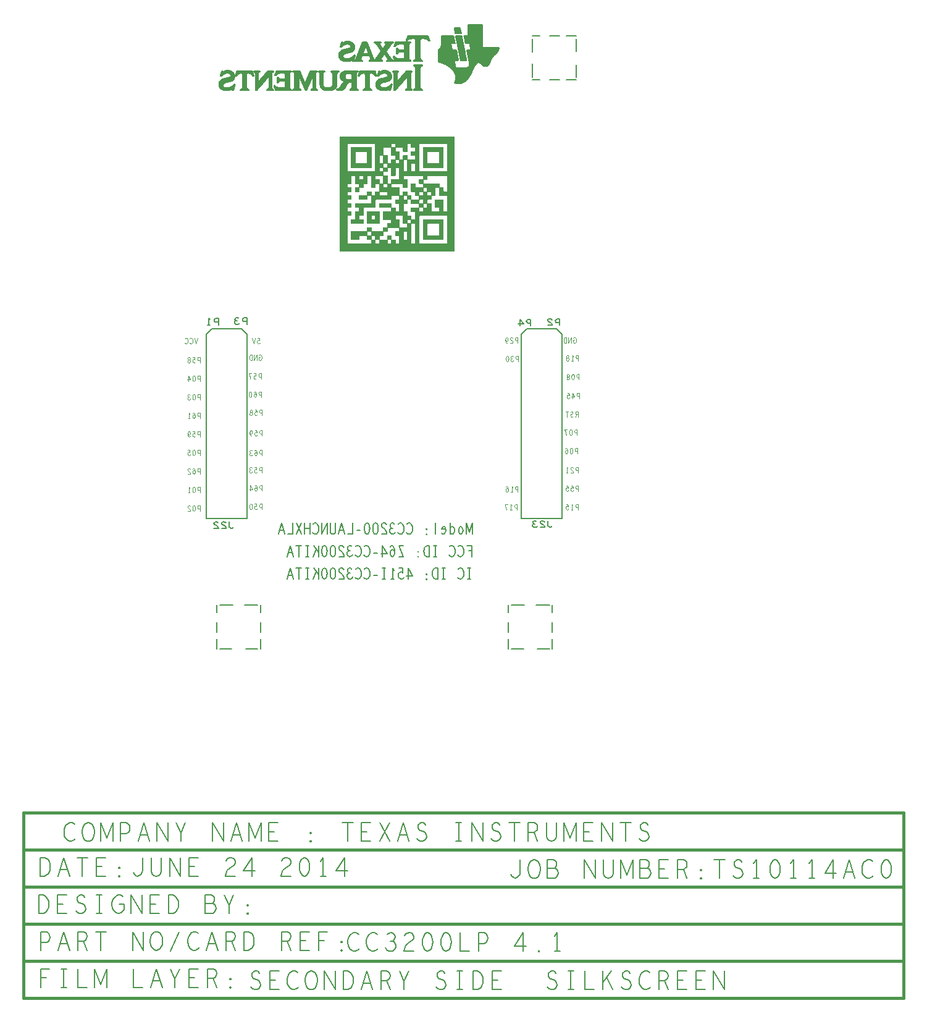
<source format=gbr>
G04 ================== begin FILE IDENTIFICATION RECORD ==================*
G04 Layout Name:  CC3200-LAUNCHXL_BRD_Rev4p1_20140624.brd*
G04 Film Name:    SLB.gbr*
G04 File Format:  Gerber RS274X*
G04 File Origin:  Cadence Allegro 16.6-P004*
G04 Origin Date:  Tue Jun 24 08:36:08 2014*
G04 *
G04 Layer:  MANUFACTURING/QRCODE*
G04 Layer:  REF DES/SILKSCREEN_BOTTOM*
G04 Layer:  PACKAGE GEOMETRY/SILKSCREEN_BOTTOM*
G04 Layer:  DRAWING FORMAT/SLB*
G04 Layer:  DRAWING FORMAT/FILM_LABEL_OUTLINE*
G04 Layer:  BOARD GEOMETRY/SILKSCREEN_BOTTOM*
G04 Layer:  BOARD GEOMETRY/TI_LOGO*
G04 Layer:  BOARD GEOMETRY/DXF_20130923*
G04 *
G04 Offset:    (0.0000 0.0000)*
G04 Mirror:    No*
G04 Mode:      Positive*
G04 Rotation:  0*
G04 FullContactRelief:  No*
G04 UndefLineWidth:     6.0000*
G04 ================== end FILE IDENTIFICATION RECORD ====================*
%FSLAX25Y25*MOIN*%
%IR0*IPPOS*OFA0.00000B0.00000*MIA0B0*SFA1.00000B1.00000*%
%ADD10C,.015*%
%ADD11C,.000295*%
%ADD12C,.004*%
%ADD13C,.006*%
%ADD14C,.007*%
G75*
%LPD*%
G75*
G54D10*
G01X-77102Y-80133D02*
X395398D01*
Y-180133D01*
X-79602D01*
Y-80133D01*
X-77102D01*
G01X-79602Y-160133D02*
X395398D01*
G01X-79602Y-140133D02*
X395398D01*
G01X-79602Y-120133D02*
X395398D01*
G01X-79602Y-100133D02*
X395398D01*
G54D11*
G01X152593Y226973D02*
X91107D01*
G01X152593Y226943D02*
X91107D01*
G01X152593Y226914D02*
X91107D01*
G01X152593Y226881D02*
X91107D01*
G01X152593Y226852D02*
X91107D01*
G01X152593Y226819D02*
X91107D01*
G01X152593Y226790D02*
X91107D01*
G01X152593Y226760D02*
X91107D01*
G01X152593Y226728D02*
X91107D01*
G01X152593Y226698D02*
X91107D01*
G01X152593Y226666D02*
X91107D01*
G01X152593Y226636D02*
X91107D01*
G01X152593Y226607D02*
X91107D01*
G01X152593Y226574D02*
X91107D01*
G01X152593Y226545D02*
X91107D01*
G01X152593Y226512D02*
X91107D01*
G01X152593Y226483D02*
X91107D01*
G01X152593Y226450D02*
X91107D01*
G01X152593Y226421D02*
X91107D01*
G01X152593Y226391D02*
X91107D01*
G01X152593Y226359D02*
X91107D01*
G01X152593Y226329D02*
X91107D01*
G01X152593Y226297D02*
X91107D01*
G01X152593Y226267D02*
X91107D01*
G01X152593Y226235D02*
X91107D01*
G01X152593Y226205D02*
X91107D01*
G01X152593Y226176D02*
X91107D01*
G01X152593Y226143D02*
X91107D01*
G01X152593Y226114D02*
X91107D01*
G01X152593Y226081D02*
X91107D01*
G01X152593Y226052D02*
X91107D01*
G01X152593Y226022D02*
X91107D01*
G01X152593Y225990D02*
X91107D01*
G01X152593Y225960D02*
X91107D01*
G01X152593Y225928D02*
X91107D01*
G01X152593Y225898D02*
X91107D01*
G01X152593Y225869D02*
X91107D01*
G01X152593Y225836D02*
X91107D01*
G01X152593Y225807D02*
X91107D01*
G01X152593Y225774D02*
X91107D01*
G01X152593Y225745D02*
X91107D01*
G01X152593Y225712D02*
X91107D01*
G01X152593Y225683D02*
X91107D01*
G01X152593Y225653D02*
X91107D01*
G01X152593Y225621D02*
X91107D01*
G01X152593Y225591D02*
X91107D01*
G01X152593Y225559D02*
X91107D01*
G01X152593Y225529D02*
X91107D01*
G01X152593Y225497D02*
X91107D01*
G01X152593Y225467D02*
X91107D01*
G01X152593Y225438D02*
X91107D01*
G01X152593Y225405D02*
X91107D01*
G01X152593Y225375D02*
X91107D01*
G01X152593Y225343D02*
X91107D01*
G01X152593Y225313D02*
X91107D01*
G01X152593Y225284D02*
X91107D01*
G01X152593Y225251D02*
X91107D01*
G01X152593Y225222D02*
X91107D01*
G01X94952Y227466D02*
X91107D01*
G01X94952Y227437D02*
X91107D01*
G01X94952Y227404D02*
X91107D01*
G01X94952Y227375D02*
X91107D01*
G01X94952Y227345D02*
X91107D01*
G01X94952Y227312D02*
X91107D01*
G01X94952Y227283D02*
X91107D01*
G01X94952Y227250D02*
X91107D01*
G01X94952Y227221D02*
X91107D01*
G01X94952Y227188D02*
X91107D01*
G01X94952Y227159D02*
X91107D01*
G01X94952Y227129D02*
X91107D01*
G01X94952Y227097D02*
X91107D01*
G01X94984Y227067D02*
X91107D01*
G01X95014Y227035D02*
X91107D01*
G01X95043Y227005D02*
X91107D01*
G01X94952Y228789D02*
X91107D01*
G01X94952Y228759D02*
X91107D01*
G01X94952Y228727D02*
X91107D01*
G01X94952Y228697D02*
X91107D01*
G01X94952Y228665D02*
X91107D01*
G01X94952Y228635D02*
X91107D01*
G01X94952Y228606D02*
X91107D01*
G01X94952Y228573D02*
X91107D01*
G01X94952Y228544D02*
X91107D01*
G01X94952Y228511D02*
X91107D01*
G01X94952Y228482D02*
X91107D01*
G01X94952Y228449D02*
X91107D01*
G01X94952Y228420D02*
X91107D01*
G01X94952Y228390D02*
X91107D01*
G01X94952Y228358D02*
X91107D01*
G01X94952Y228328D02*
X91107D01*
G01X94952Y228296D02*
X91107D01*
G01X94952Y228266D02*
X91107D01*
G01X94952Y228237D02*
X91107D01*
G01X94952Y228204D02*
X91107D01*
G01X94952Y228175D02*
X91107D01*
G01X94952Y228142D02*
X91107D01*
G01X94952Y228113D02*
X91107D01*
G01X94952Y228083D02*
X91107D01*
G01X94952Y228051D02*
X91107D01*
G01X94952Y228021D02*
X91107D01*
G01X94952Y227989D02*
X91107D01*
G01X94952Y227959D02*
X91107D01*
G01X94952Y227927D02*
X91107D01*
G01X94952Y227897D02*
X91107D01*
G01X94952Y227868D02*
X91107D01*
G01X94952Y227835D02*
X91107D01*
G01X94952Y227806D02*
X91107D01*
G01X94952Y227773D02*
X91107D01*
G01X94952Y227744D02*
X91107D01*
G01X94952Y227711D02*
X91107D01*
G01X94952Y227682D02*
X91107D01*
G01X94952Y227652D02*
X91107D01*
G01X94952Y227620D02*
X91107D01*
G01X94952Y227590D02*
X91107D01*
G01X94952Y227558D02*
X91107D01*
G01X94952Y227528D02*
X91107D01*
G01X94952Y227499D02*
X91107D01*
G01X152593Y225189D02*
X91107D01*
G01X152593Y225160D02*
X91107D01*
G01X152593Y225130D02*
X91107D01*
G01X152593Y225098D02*
X91107D01*
G01X152593Y225068D02*
X91107D01*
G01X152593Y225036D02*
X91107D01*
G01X152593Y225006D02*
X91107D01*
G01X152593Y224974D02*
X91107D01*
G01X152593Y224944D02*
X91107D01*
G01X152593Y224915D02*
X91107D01*
G01X152593Y224882D02*
X91107D01*
G01X152593Y224853D02*
X91107D01*
G01X152593Y224820D02*
X91107D01*
G01X152593Y224791D02*
X91107D01*
G01X152593Y224758D02*
X91107D01*
G01X152593Y224729D02*
X91107D01*
G01X152593Y224699D02*
X91107D01*
G01X152593Y224667D02*
X91107D01*
G01X152593Y224637D02*
X91107D01*
G01X152593Y224605D02*
X91107D01*
G01X152593Y224575D02*
X91107D01*
G01X152593Y224546D02*
X91107D01*
G01X152593Y224513D02*
X91107D01*
G01X152593Y224484D02*
X91107D01*
G01X152593Y224451D02*
X91107D01*
G01X152593Y224422D02*
X91107D01*
G01X152593Y224392D02*
X91107D01*
G01X152593Y224360D02*
X91107D01*
G01X152593Y224330D02*
X91107D01*
G01X152593Y224298D02*
X91107D01*
G01X152593Y224268D02*
X91107D01*
G01X152593Y224236D02*
X91107D01*
G01X152593Y224206D02*
X91107D01*
G01X152593Y224177D02*
X91107D01*
G01X152593Y224144D02*
X91107D01*
G01X152593Y224115D02*
X91107D01*
G01X152593Y224082D02*
X91107D01*
G01X152593Y224053D02*
X91107D01*
G01X152593Y224020D02*
X91107D01*
G01X152593Y223991D02*
X91107D01*
G01X152593Y223961D02*
X91107D01*
G01X152593Y223929D02*
X91107D01*
G01X152593Y223899D02*
X91107D01*
G01X152593Y223867D02*
X91107D01*
G01X152593Y223837D02*
X91107D01*
G01X152593Y223808D02*
X91107D01*
G01X152593Y223775D02*
X91107D01*
G01X152593Y223746D02*
X91107D01*
G01X152593Y223713D02*
X91107D01*
G01X152593Y223684D02*
X91107D01*
G01X152593Y223654D02*
X91107D01*
G01X152593Y223622D02*
X91107D01*
G01X152593Y223592D02*
X91107D01*
G01X152593Y223560D02*
X91107D01*
G01X152593Y223530D02*
X91107D01*
G01X152593Y223498D02*
X91107D01*
G01X152593Y223468D02*
X91107D01*
G01X152593Y223438D02*
X91107D01*
G01X152593Y223406D02*
X91107D01*
G01X152593Y223376D02*
X91107D01*
G01X152593Y223344D02*
X91107D01*
G01X152593Y223314D02*
X91107D01*
G01X152593Y223282D02*
X91107D01*
G01X152593Y223252D02*
X91107D01*
G01X152593Y223223D02*
X91107D01*
G01X152593Y223190D02*
X91107D01*
G01X152593Y223161D02*
X91107D01*
G01X152593Y223128D02*
X91107D01*
G01X94952Y239679D02*
X91107D01*
G01X94952Y239646D02*
X91107D01*
G01X94952Y239617D02*
X91107D01*
G01X94952Y239584D02*
X91107D01*
G01X94952Y239555D02*
X91107D01*
G01X94952Y239522D02*
X91107D01*
G01X94952Y239493D02*
X91107D01*
G01X94952Y239463D02*
X91107D01*
G01X94952Y239431D02*
X91107D01*
G01X94952Y239401D02*
X91107D01*
G01X94952Y239369D02*
X91107D01*
G01X94952Y239339D02*
X91107D01*
G01X94952Y239310D02*
X91107D01*
G01X94952Y239277D02*
X91107D01*
G01X94952Y239248D02*
X91107D01*
G01X94952Y239215D02*
X91107D01*
G01X94952Y239186D02*
X91107D01*
G01X94952Y239156D02*
X91107D01*
G01X94952Y239124D02*
X91107D01*
G01X94952Y239094D02*
X91107D01*
G01X94952Y239062D02*
X91107D01*
G01X94952Y239032D02*
X91107D01*
G01X94952Y239000D02*
X91107D01*
G01X94952Y238970D02*
X91107D01*
G01X94952Y238940D02*
X91107D01*
G01X94952Y238908D02*
X91107D01*
G01X94952Y238878D02*
X91107D01*
G01X94952Y238846D02*
X91107D01*
G01X94952Y238816D02*
X91107D01*
G01X94952Y238784D02*
X91107D01*
G01X94952Y238754D02*
X91107D01*
G01X94952Y238725D02*
X91107D01*
G01X94952Y238692D02*
X91107D01*
G01X94952Y238663D02*
X91107D01*
G01X94952Y238630D02*
X91107D01*
G01X94952Y238601D02*
X91107D01*
G01X94952Y238571D02*
X91107D01*
G01X94952Y238539D02*
X91107D01*
G01X94952Y238509D02*
X91107D01*
G01X94952Y238477D02*
X91107D01*
G01X94952Y238447D02*
X91107D01*
G01X94952Y238418D02*
X91107D01*
G01X94952Y238385D02*
X91107D01*
G01X94952Y238356D02*
X91107D01*
G01X94952Y238323D02*
X91107D01*
G01X94952Y238294D02*
X91107D01*
G01X94952Y238261D02*
X91107D01*
G01X94952Y238232D02*
X91107D01*
G01X94952Y238202D02*
X91107D01*
G01X94952Y238170D02*
X91107D01*
G01X94952Y238140D02*
X91107D01*
G01X94952Y238108D02*
X91107D01*
G01X94952Y238078D02*
X91107D01*
G01X94952Y238046D02*
X91107D01*
G01X94952Y238016D02*
X91107D01*
G01X94952Y237987D02*
X91107D01*
G01X94952Y237954D02*
X91107D01*
G01X94952Y237925D02*
X91107D01*
G01X94952Y237892D02*
X91107D01*
G01X94952Y237863D02*
X91107D01*
G01X94952Y237833D02*
X91107D01*
G01X94952Y237801D02*
X91107D01*
G01X94952Y237771D02*
X91107D01*
G01X94952Y237739D02*
X91107D01*
G01X94952Y237709D02*
X91107D01*
G01X94952Y237680D02*
X91107D01*
G01X94952Y237647D02*
X91107D01*
G01X94952Y237618D02*
X91107D01*
G01X94952Y237585D02*
X91107D01*
G01X94952Y237556D02*
X91107D01*
G01X94952Y237523D02*
X91107D01*
G01X94952Y237494D02*
X91107D01*
G01X94952Y237464D02*
X91107D01*
G01X94952Y237432D02*
X91107D01*
G01X94952Y237402D02*
X91107D01*
G01X94952Y237370D02*
X91107D01*
G01X94952Y237340D02*
X91107D01*
G01X94952Y237308D02*
X91107D01*
G01X94952Y237278D02*
X91107D01*
G01X94952Y237249D02*
X91107D01*
G01X94952Y237216D02*
X91107D01*
G01X94952Y237187D02*
X91107D01*
G01X94952Y237154D02*
X91107D01*
G01X94952Y237125D02*
X91107D01*
G01X94952Y237095D02*
X91107D01*
G01X94952Y237062D02*
X91107D01*
G01X94952Y237033D02*
X91107D01*
G01X94952Y237000D02*
X91107D01*
G01X94952Y236971D02*
X91107D01*
G01X94952Y236941D02*
X91107D01*
G01X94952Y236909D02*
X91107D01*
G01X94952Y236879D02*
X91107D01*
G01X94952Y236847D02*
X91107D01*
G01X94952Y236817D02*
X91107D01*
G01X94952Y236785D02*
X91107D01*
G01X94952Y236755D02*
X91107D01*
G01X94952Y236726D02*
X91107D01*
G01X94952Y236693D02*
X91107D01*
G01X94952Y236664D02*
X91107D01*
G01X94952Y236631D02*
X91107D01*
G01X94952Y236602D02*
X91107D01*
G01X94952Y236569D02*
X91107D01*
G01X94952Y236540D02*
X91107D01*
G01X94952Y236510D02*
X91107D01*
G01X94952Y236478D02*
X91107D01*
G01X94952Y236448D02*
X91107D01*
G01X94952Y236416D02*
X91107D01*
G01X94952Y236386D02*
X91107D01*
G01X94952Y236357D02*
X91107D01*
G01X94952Y236324D02*
X91107D01*
G01X94952Y236295D02*
X91107D01*
G01X94952Y236262D02*
X91107D01*
G01X94952Y236233D02*
X91107D01*
G01X94952Y236203D02*
X91107D01*
G01X94952Y236171D02*
X91107D01*
G01X94952Y236141D02*
X91107D01*
G01X94952Y236109D02*
X91107D01*
G01X94952Y236079D02*
X91107D01*
G01X94952Y236047D02*
X91107D01*
G01X94952Y236017D02*
X91107D01*
G01X94952Y235988D02*
X91107D01*
G01X94952Y235955D02*
X91107D01*
G01X94952Y235926D02*
X91107D01*
G01X94952Y235893D02*
X91107D01*
G01X94952Y235864D02*
X91107D01*
G01X94952Y235831D02*
X91107D01*
G01X94952Y235802D02*
X91107D01*
G01X94952Y235772D02*
X91107D01*
G01X94952Y235740D02*
X91107D01*
G01X94952Y235710D02*
X91107D01*
G01X94952Y235678D02*
X91107D01*
G01X94952Y235648D02*
X91107D01*
G01X94952Y235619D02*
X91107D01*
G01X94952Y235586D02*
X91107D01*
G01X94952Y235557D02*
X91107D01*
G01X94952Y235524D02*
X91107D01*
G01X94952Y235495D02*
X91107D01*
G01X94952Y235465D02*
X91107D01*
G01X94952Y235433D02*
X91107D01*
G01X94952Y235403D02*
X91107D01*
G01X94952Y235371D02*
X91107D01*
G01X94952Y235341D02*
X91107D01*
G01X94952Y235309D02*
X91107D01*
G01X94952Y235279D02*
X91107D01*
G01X94952Y235250D02*
X91107D01*
G01X94952Y235217D02*
X91107D01*
G01X94952Y235188D02*
X91107D01*
G01X94952Y235155D02*
X91107D01*
G01X94952Y235125D02*
X91107D01*
G01X94952Y235093D02*
X91107D01*
G01X94952Y235063D02*
X91107D01*
G01X94952Y235034D02*
X91107D01*
G01X94952Y235001D02*
X91107D01*
G01X94952Y234972D02*
X91107D01*
G01X94952Y234939D02*
X91107D01*
G01X94952Y234910D02*
X91107D01*
G01X94952Y234880D02*
X91107D01*
G01X94952Y234848D02*
X91107D01*
G01X94952Y234818D02*
X91107D01*
G01X94952Y234786D02*
X91107D01*
G01X94952Y234756D02*
X91107D01*
G01X94952Y234727D02*
X91107D01*
G01X94952Y234694D02*
X91107D01*
G01X94952Y234665D02*
X91107D01*
G01X94952Y234632D02*
X91107D01*
G01X94952Y234603D02*
X91107D01*
G01X94952Y234570D02*
X91107D01*
G01X94952Y234541D02*
X91107D01*
G01X94952Y234511D02*
X91107D01*
G01X94952Y234479D02*
X91107D01*
G01X94952Y234449D02*
X91107D01*
G01X94952Y234417D02*
X91107D01*
G01X94952Y234387D02*
X91107D01*
G01X94952Y234355D02*
X91107D01*
G01X94952Y234325D02*
X91107D01*
G01X94952Y234296D02*
X91107D01*
G01X94952Y234263D02*
X91107D01*
G01X94952Y234234D02*
X91107D01*
G01X94952Y234201D02*
X91107D01*
G01X94952Y234172D02*
X91107D01*
G01X94952Y234142D02*
X91107D01*
G01X94952Y234110D02*
X91107D01*
G01X94952Y234080D02*
X91107D01*
G01X94952Y234048D02*
X91107D01*
G01X94952Y234018D02*
X91107D01*
G01X94952Y233989D02*
X91107D01*
G01X94952Y233956D02*
X91107D01*
G01X94952Y233927D02*
X91107D01*
G01X94952Y233894D02*
X91107D01*
G01X94952Y233865D02*
X91107D01*
G01X94952Y233832D02*
X91107D01*
G01X94952Y233803D02*
X91107D01*
G01X94952Y233773D02*
X91107D01*
G01X94952Y233741D02*
X91107D01*
G01X94952Y233711D02*
X91107D01*
G01X94952Y233679D02*
X91107D01*
G01X94952Y233649D02*
X91107D01*
G01X94952Y233617D02*
X91107D01*
G01X94952Y233587D02*
X91107D01*
G01X94952Y233558D02*
X91107D01*
G01X94952Y233525D02*
X91107D01*
G01X94952Y233496D02*
X91107D01*
G01X94952Y233463D02*
X91107D01*
G01X94952Y233434D02*
X91107D01*
G01X94952Y233404D02*
X91107D01*
G01X94952Y233372D02*
X91107D01*
G01X94952Y233342D02*
X91107D01*
G01X94952Y233310D02*
X91107D01*
G01X94952Y233280D02*
X91107D01*
G01X94952Y233250D02*
X91107D01*
G01X94952Y233218D02*
X91107D01*
G01X94952Y233188D02*
X91107D01*
G01X94952Y233156D02*
X91107D01*
G01X94952Y233126D02*
X91107D01*
G01X94952Y233094D02*
X91107D01*
G01X94952Y233064D02*
X91107D01*
G01X94952Y233035D02*
X91107D01*
G01X94952Y233002D02*
X91107D01*
G01X94952Y232973D02*
X91107D01*
G01X94952Y232940D02*
X91107D01*
G01X94952Y232911D02*
X91107D01*
G01X94952Y232878D02*
X91107D01*
G01X94952Y232849D02*
X91107D01*
G01X94952Y232819D02*
X91107D01*
G01X94952Y232787D02*
X91107D01*
G01X94952Y232757D02*
X91107D01*
G01X94952Y232725D02*
X91107D01*
G01X94952Y232695D02*
X91107D01*
G01X94952Y232666D02*
X91107D01*
G01X94952Y232633D02*
X91107D01*
G01X94952Y232604D02*
X91107D01*
G01X94952Y232571D02*
X91107D01*
G01X94952Y232542D02*
X91107D01*
G01X94952Y232512D02*
X91107D01*
G01X94952Y232480D02*
X91107D01*
G01X94952Y232450D02*
X91107D01*
G01X94952Y232418D02*
X91107D01*
G01X94952Y232388D02*
X91107D01*
G01X94952Y232356D02*
X91107D01*
G01X94952Y232326D02*
X91107D01*
G01X94952Y232297D02*
X91107D01*
G01X94952Y232264D02*
X91107D01*
G01X94952Y232235D02*
X91107D01*
G01X94952Y232202D02*
X91107D01*
G01X94952Y232173D02*
X91107D01*
G01X94952Y232140D02*
X91107D01*
G01X94952Y232111D02*
X91107D01*
G01X94952Y232081D02*
X91107D01*
G01X94952Y232049D02*
X91107D01*
G01X94952Y232019D02*
X91107D01*
G01X94952Y231987D02*
X91107D01*
G01X94952Y231957D02*
X91107D01*
G01X94952Y231928D02*
X91107D01*
G01X94952Y231895D02*
X91107D01*
G01X94952Y231866D02*
X91107D01*
G01X94952Y231833D02*
X91107D01*
G01X94952Y231804D02*
X91107D01*
G01X94952Y231774D02*
X91107D01*
G01X94952Y231742D02*
X91107D01*
G01X94952Y231712D02*
X91107D01*
G01X94952Y231680D02*
X91107D01*
G01X94952Y231650D02*
X91107D01*
G01X94952Y231618D02*
X91107D01*
G01X94952Y231588D02*
X91107D01*
G01X94952Y231559D02*
X91107D01*
G01X94952Y231526D02*
X91107D01*
G01X94952Y231497D02*
X91107D01*
G01X94952Y231464D02*
X91107D01*
G01X94952Y231435D02*
X91107D01*
G01X94952Y231402D02*
X91107D01*
G01X94952Y231373D02*
X91107D01*
G01X94952Y231343D02*
X91107D01*
G01X94952Y231311D02*
X91107D01*
G01X94952Y231281D02*
X91107D01*
G01X94952Y231249D02*
X91107D01*
G01X94952Y231219D02*
X91107D01*
G01X94952Y231189D02*
X91107D01*
G01X94952Y231157D02*
X91107D01*
G01X94952Y231127D02*
X91107D01*
G01X94952Y231095D02*
X91107D01*
G01X94952Y231065D02*
X91107D01*
G01X94952Y231036D02*
X91107D01*
G01X94952Y231003D02*
X91107D01*
G01X94952Y230974D02*
X91107D01*
G01X94952Y230941D02*
X91107D01*
G01X94952Y230912D02*
X91107D01*
G01X94952Y230879D02*
X91107D01*
G01X94952Y230850D02*
X91107D01*
G01X94952Y230820D02*
X91107D01*
G01X94952Y230788D02*
X91107D01*
G01X94952Y230758D02*
X91107D01*
G01X94952Y230726D02*
X91107D01*
G01X94952Y230696D02*
X91107D01*
G01X94952Y230664D02*
X91107D01*
G01X94952Y230634D02*
X91107D01*
G01X94952Y230605D02*
X91107D01*
G01X94952Y230572D02*
X91107D01*
G01X94952Y230543D02*
X91107D01*
G01X94952Y230510D02*
X91107D01*
G01X94952Y230481D02*
X91107D01*
G01X94952Y230451D02*
X91107D01*
G01X94952Y230419D02*
X91107D01*
G01X94952Y230389D02*
X91107D01*
G01X94952Y230357D02*
X91107D01*
G01X94952Y230327D02*
X91107D01*
G01X94952Y230298D02*
X91107D01*
G01X94952Y230265D02*
X91107D01*
G01X94952Y230236D02*
X91107D01*
G01X94952Y230203D02*
X91107D01*
G01X94952Y230174D02*
X91107D01*
G01X94952Y230141D02*
X91107D01*
G01X94952Y230112D02*
X91107D01*
G01X94952Y230082D02*
X91107D01*
G01X94952Y230050D02*
X91107D01*
G01X94952Y230020D02*
X91107D01*
G01X94952Y229988D02*
X91107D01*
G01X94952Y229958D02*
X91107D01*
G01X94952Y229926D02*
X91107D01*
G01X94952Y229896D02*
X91107D01*
G01X94952Y229867D02*
X91107D01*
G01X94952Y229834D02*
X91107D01*
G01X94952Y229805D02*
X91107D01*
G01X94952Y229772D02*
X91107D01*
G01X94952Y229743D02*
X91107D01*
G01X94952Y229713D02*
X91107D01*
G01X94952Y229681D02*
X91107D01*
G01X94952Y229651D02*
X91107D01*
G01X94952Y229619D02*
X91107D01*
G01X94952Y229589D02*
X91107D01*
G01X94952Y229560D02*
X91107D01*
G01X94952Y229527D02*
X91107D01*
G01X94952Y229498D02*
X91107D01*
G01X94952Y229465D02*
X91107D01*
G01X94952Y229436D02*
X91107D01*
G01X94952Y229403D02*
X91107D01*
G01X94952Y229374D02*
X91107D01*
G01X94952Y229344D02*
X91107D01*
G01X94952Y229312D02*
X91107D01*
G01X94952Y229282D02*
X91107D01*
G01X94952Y229250D02*
X91107D01*
G01X94952Y229220D02*
X91107D01*
G01X94952Y229188D02*
X91107D01*
G01X94952Y229158D02*
X91107D01*
G01X94952Y229128D02*
X91107D01*
G01X94952Y229096D02*
X91107D01*
G01X94952Y229066D02*
X91107D01*
G01X94952Y229034D02*
X91107D01*
G01X94952Y229004D02*
X91107D01*
G01X94952Y228975D02*
X91107D01*
G01X94952Y228942D02*
X91107D01*
G01X94952Y228913D02*
X91107D01*
G01X94952Y228880D02*
X91107D01*
G01X94952Y228851D02*
X91107D01*
G01X94952Y228821D02*
X91107D01*
G01X95014Y255086D02*
X91107D01*
G01X94984Y255057D02*
X91107D01*
G01X94984Y255024D02*
X91107D01*
G01X94952Y254995D02*
X91107D01*
G01X94952Y254965D02*
X91107D01*
G01X94952Y254933D02*
X91107D01*
G01X94952Y254903D02*
X91107D01*
G01X94952Y254871D02*
X91107D01*
G01X94952Y254841D02*
X91107D01*
G01X94952Y254812D02*
X91107D01*
G01X94952Y254779D02*
X91107D01*
G01X94952Y254750D02*
X91107D01*
G01X97104Y256964D02*
X91107D01*
G01X97104Y256932D02*
X91107D01*
G01X97104Y256902D02*
X91107D01*
G01X97104Y256873D02*
X91107D01*
G01X97104Y256840D02*
X91107D01*
G01X97104Y256811D02*
X91107D01*
G01X97104Y256778D02*
X91107D01*
G01X97104Y256749D02*
X91107D01*
G01X97104Y256716D02*
X91107D01*
G01X97104Y256687D02*
X91107D01*
G01X97104Y256657D02*
X91107D01*
G01X97104Y256625D02*
X91107D01*
G01X97104Y256595D02*
X91107D01*
G01X97104Y256563D02*
X91107D01*
G01X97104Y256533D02*
X91107D01*
G01X97104Y256500D02*
X91107D01*
G01X97104Y256471D02*
X91107D01*
G01X97104Y256441D02*
X91107D01*
G01X97104Y256409D02*
X91107D01*
G01X97104Y256379D02*
X91107D01*
G01X97104Y256347D02*
X91107D01*
G01X97104Y256317D02*
X91107D01*
G01X97104Y256288D02*
X91107D01*
G01X97104Y256255D02*
X91107D01*
G01X97104Y256226D02*
X91107D01*
G01X97104Y256193D02*
X91107D01*
G01X97104Y256164D02*
X91107D01*
G01X97104Y256134D02*
X91107D01*
G01X97104Y256102D02*
X91107D01*
G01X97104Y256072D02*
X91107D01*
G01X97104Y256040D02*
X91107D01*
G01X97104Y256010D02*
X91107D01*
G01X97104Y255978D02*
X91107D01*
G01X97104Y255948D02*
X91107D01*
G01X97104Y255919D02*
X91107D01*
G01X97104Y255886D02*
X91107D01*
G01X97104Y255857D02*
X91107D01*
G01X97104Y255824D02*
X91107D01*
G01X97104Y255795D02*
X91107D01*
G01X97104Y255762D02*
X91107D01*
G01X97104Y255733D02*
X91107D01*
G01X97104Y255703D02*
X91107D01*
G01X97104Y255671D02*
X91107D01*
G01X97104Y255641D02*
X91107D01*
G01X97104Y255609D02*
X91107D01*
G01X97104Y255579D02*
X91107D01*
G01X97104Y255550D02*
X91107D01*
G01X97104Y255517D02*
X91107D01*
G01X97104Y255488D02*
X91107D01*
G01X97104Y255455D02*
X91107D01*
G01X97104Y255426D02*
X91107D01*
G01X97104Y255396D02*
X91107D01*
G01X97104Y255364D02*
X91107D01*
G01X97104Y255334D02*
X91107D01*
G01X97104Y255302D02*
X91107D01*
G01X97104Y255272D02*
X91107D01*
G01X97104Y255240D02*
X91107D01*
G01X97104Y255210D02*
X91107D01*
G01X97104Y255181D02*
X91107D01*
G01X97075Y255148D02*
X91107D01*
G01X97013Y255119D02*
X91107D01*
G01X94952Y258316D02*
X91107D01*
G01X94952Y258287D02*
X91107D01*
G01X94952Y258254D02*
X91107D01*
G01X94952Y258225D02*
X91107D01*
G01X94952Y258192D02*
X91107D01*
G01X94952Y258163D02*
X91107D01*
G01X94952Y258133D02*
X91107D01*
G01X94952Y258101D02*
X91107D01*
G01X94952Y258071D02*
X91107D01*
G01X94952Y258039D02*
X91107D01*
G01X94952Y258009D02*
X91107D01*
G01X94952Y257977D02*
X91107D01*
G01X94952Y257947D02*
X91107D01*
G01X94952Y257918D02*
X91107D01*
G01X94952Y257885D02*
X91107D01*
G01X94952Y257856D02*
X91107D01*
G01X94952Y257823D02*
X91107D01*
G01X94952Y257794D02*
X91107D01*
G01X94952Y257764D02*
X91107D01*
G01X94952Y257732D02*
X91107D01*
G01X94952Y257702D02*
X91107D01*
G01X94952Y257670D02*
X91107D01*
G01X94952Y257640D02*
X91107D01*
G01X94952Y257611D02*
X91107D01*
G01X94952Y257578D02*
X91107D01*
G01X94952Y257549D02*
X91107D01*
G01X94952Y257516D02*
X91107D01*
G01X94952Y257487D02*
X91107D01*
G01X94952Y257454D02*
X91107D01*
G01X94952Y257425D02*
X91107D01*
G01X94952Y257395D02*
X91107D01*
G01X94952Y257363D02*
X91107D01*
G01X94984Y257333D02*
X91107D01*
G01X95014Y257301D02*
X91107D01*
G01X96983Y257271D02*
X91107D01*
G01X97075Y257239D02*
X91107D01*
G01X97075Y257209D02*
X91107D01*
G01X97104Y257180D02*
X91107D01*
G01X97104Y257147D02*
X91107D01*
G01X97104Y257118D02*
X91107D01*
G01X97104Y257085D02*
X91107D01*
G01X97104Y257056D02*
X91107D01*
G01X97104Y257026D02*
X91107D01*
G01X97104Y256994D02*
X91107D01*
G01X95014Y242109D02*
X91107D01*
G01X94984Y242076D02*
X91107D01*
G01X94984Y242047D02*
X91107D01*
G01X94952Y242014D02*
X91107D01*
G01X94952Y241985D02*
X91107D01*
G01X94952Y241952D02*
X91107D01*
G01X94952Y241923D02*
X91107D01*
G01X94952Y241893D02*
X91107D01*
G01X94952Y241861D02*
X91107D01*
G01X94952Y241831D02*
X91107D01*
G01X94952Y241799D02*
X91107D01*
G01X94952Y241769D02*
X91107D01*
G01X94952Y241737D02*
X91107D01*
G01X94952Y241707D02*
X91107D01*
G01X94952Y241678D02*
X91107D01*
G01X94952Y241645D02*
X91107D01*
G01X94952Y241616D02*
X91107D01*
G01X94952Y241583D02*
X91107D01*
G01X94952Y241554D02*
X91107D01*
G01X94952Y241524D02*
X91107D01*
G01X94952Y241492D02*
X91107D01*
G01X94952Y241462D02*
X91107D01*
G01X94952Y241430D02*
X91107D01*
G01X94952Y241400D02*
X91107D01*
G01X94952Y241371D02*
X91107D01*
G01X94952Y241338D02*
X91107D01*
G01X94952Y241309D02*
X91107D01*
G01X94952Y241276D02*
X91107D01*
G01X94952Y241247D02*
X91107D01*
G01X94952Y241214D02*
X91107D01*
G01X94952Y241185D02*
X91107D01*
G01X94952Y241155D02*
X91107D01*
G01X94952Y241123D02*
X91107D01*
G01X94952Y241093D02*
X91107D01*
G01X94952Y241061D02*
X91107D01*
G01X94952Y241031D02*
X91107D01*
G01X94952Y240999D02*
X91107D01*
G01X94952Y240969D02*
X91107D01*
G01X94952Y240939D02*
X91107D01*
G01X94952Y240907D02*
X91107D01*
G01X94952Y240877D02*
X91107D01*
G01X94952Y240845D02*
X91107D01*
G01X94952Y240815D02*
X91107D01*
G01X94952Y240786D02*
X91107D01*
G01X94952Y240753D02*
X91107D01*
G01X94952Y240724D02*
X91107D01*
G01X94952Y240691D02*
X91107D01*
G01X94952Y240662D02*
X91107D01*
G01X94952Y240632D02*
X91107D01*
G01X94952Y240600D02*
X91107D01*
G01X94952Y240570D02*
X91107D01*
G01X94952Y240538D02*
X91107D01*
G01X94952Y240508D02*
X91107D01*
G01X94952Y240476D02*
X91107D01*
G01X94952Y240446D02*
X91107D01*
G01X94952Y240417D02*
X91107D01*
G01X94952Y240384D02*
X91107D01*
G01X94952Y240355D02*
X91107D01*
G01X94952Y240322D02*
X91107D01*
G01X94952Y240293D02*
X91107D01*
G01X94952Y240260D02*
X91107D01*
G01X94952Y240231D02*
X91107D01*
G01X94952Y240201D02*
X91107D01*
G01X94952Y240169D02*
X91107D01*
G01X94952Y240139D02*
X91107D01*
G01X94952Y240107D02*
X91107D01*
G01X94952Y240077D02*
X91107D01*
G01X94952Y240048D02*
X91107D01*
G01X94952Y240015D02*
X91107D01*
G01X94952Y239986D02*
X91107D01*
G01X97104Y242200D02*
X91107D01*
G01X97075Y242168D02*
X91107D01*
G01X97013Y242138D02*
X91107D01*
G01X94952Y254717D02*
X91107D01*
G01X94952Y254688D02*
X91107D01*
G01X94952Y254658D02*
X91107D01*
G01X94952Y254625D02*
X91107D01*
G01X94952Y254596D02*
X91107D01*
G01X94952Y254563D02*
X91107D01*
G01X94952Y254534D02*
X91107D01*
G01X94952Y254501D02*
X91107D01*
G01X94952Y254472D02*
X91107D01*
G01X94952Y254442D02*
X91107D01*
G01X94952Y254410D02*
X91107D01*
G01X94952Y254380D02*
X91107D01*
G01X94952Y254348D02*
X91107D01*
G01X94952Y254318D02*
X91107D01*
G01X94952Y254286D02*
X91107D01*
G01X94952Y254256D02*
X91107D01*
G01X94952Y254227D02*
X91107D01*
G01X94952Y254194D02*
X91107D01*
G01X94952Y254165D02*
X91107D01*
G01X94952Y254132D02*
X91107D01*
G01X94952Y254103D02*
X91107D01*
G01X94952Y254073D02*
X91107D01*
G01X94952Y254041D02*
X91107D01*
G01X94952Y254011D02*
X91107D01*
G01X94952Y253979D02*
X91107D01*
G01X94952Y253949D02*
X91107D01*
G01X94952Y253920D02*
X91107D01*
G01X94952Y253887D02*
X91107D01*
G01X94952Y253858D02*
X91107D01*
G01X94952Y253825D02*
X91107D01*
G01X94952Y253796D02*
X91107D01*
G01X94952Y253763D02*
X91107D01*
G01X94952Y253734D02*
X91107D01*
G01X94952Y253704D02*
X91107D01*
G01X94952Y253672D02*
X91107D01*
G01X94952Y253642D02*
X91107D01*
G01X94952Y253610D02*
X91107D01*
G01X94952Y253580D02*
X91107D01*
G01X94952Y253548D02*
X91107D01*
G01X94952Y253518D02*
X91107D01*
G01X94952Y253489D02*
X91107D01*
G01X94952Y253456D02*
X91107D01*
G01X94952Y253427D02*
X91107D01*
G01X94952Y253394D02*
X91107D01*
G01X94952Y253365D02*
X91107D01*
G01X94952Y253335D02*
X91107D01*
G01X94952Y253303D02*
X91107D01*
G01X94952Y253273D02*
X91107D01*
G01X94952Y253241D02*
X91107D01*
G01X94952Y253211D02*
X91107D01*
G01X94952Y253182D02*
X91107D01*
G01X94952Y253149D02*
X91107D01*
G01X94952Y253120D02*
X91107D01*
G01X94952Y253087D02*
X91107D01*
G01X94952Y253058D02*
X91107D01*
G01X94984Y253025D02*
X91107D01*
G01X94984Y252996D02*
X91107D01*
G01X95043Y252966D02*
X91107D01*
G01X95105Y250781D02*
X91107D01*
G01X95014Y250751D02*
X91107D01*
G01X94984Y250719D02*
X91107D01*
G01X94952Y250689D02*
X91107D01*
G01X94952Y250657D02*
X91107D01*
G01X94952Y250627D02*
X91107D01*
G01X94952Y250595D02*
X91107D01*
G01X94952Y250565D02*
X91107D01*
G01X94952Y250536D02*
X91107D01*
G01X94952Y250503D02*
X91107D01*
G01X94952Y250474D02*
X91107D01*
G01X94952Y250441D02*
X91107D01*
G01X94952Y250412D02*
X91107D01*
G01X94952Y250382D02*
X91107D01*
G01X94952Y250350D02*
X91107D01*
G01X94952Y250320D02*
X91107D01*
G01X94952Y250288D02*
X91107D01*
G01X94952Y250258D02*
X91107D01*
G01X94952Y250229D02*
X91107D01*
G01X94952Y250196D02*
X91107D01*
G01X94952Y250167D02*
X91107D01*
G01X94952Y250134D02*
X91107D01*
G01X94952Y250105D02*
X91107D01*
G01X94952Y250072D02*
X91107D01*
G01X94952Y250043D02*
X91107D01*
G01X94952Y250013D02*
X91107D01*
G01X94952Y249981D02*
X91107D01*
G01X94952Y249951D02*
X91107D01*
G01X94952Y249919D02*
X91107D01*
G01X94952Y249889D02*
X91107D01*
G01X94952Y249857D02*
X91107D01*
G01X94952Y249827D02*
X91107D01*
G01X94952Y249798D02*
X91107D01*
G01X94952Y249765D02*
X91107D01*
G01X94952Y249736D02*
X91107D01*
G01X94952Y249703D02*
X91107D01*
G01X94952Y249674D02*
X91107D01*
G01X94952Y249644D02*
X91107D01*
G01X94952Y249612D02*
X91107D01*
G01X94952Y249582D02*
X91107D01*
G01X94952Y249550D02*
X91107D01*
G01X94952Y249520D02*
X91107D01*
G01X94952Y249491D02*
X91107D01*
G01X94952Y249458D02*
X91107D01*
G01X94952Y249429D02*
X91107D01*
G01X94952Y249396D02*
X91107D01*
G01X94952Y249367D02*
X91107D01*
G01X94952Y249334D02*
X91107D01*
G01X94952Y249305D02*
X91107D01*
G01X94952Y249275D02*
X91107D01*
G01X94952Y249243D02*
X91107D01*
G01X94952Y249213D02*
X91107D01*
G01X94952Y249181D02*
X91107D01*
G01X94952Y249151D02*
X91107D01*
G01X94952Y249119D02*
X91107D01*
G01X94952Y249089D02*
X91107D01*
G01X94952Y249060D02*
X91107D01*
G01X94952Y249027D02*
X91107D01*
G01X94952Y248998D02*
X91107D01*
G01X94952Y248965D02*
X91107D01*
G01X94952Y248936D02*
X91107D01*
G01X94952Y248906D02*
X91107D01*
G01X94952Y248874D02*
X91107D01*
G01X94952Y248844D02*
X91107D01*
G01X94952Y248812D02*
X91107D01*
G01X94952Y248782D02*
X91107D01*
G01X94952Y248752D02*
X91107D01*
G01X94952Y248720D02*
X91107D01*
G01X94984Y248690D02*
X91107D01*
G01X95014Y248658D02*
X91107D01*
G01X95043Y248628D02*
X91107D01*
G01X95043Y246443D02*
X91107D01*
G01X95014Y246414D02*
X91107D01*
G01X94984Y246381D02*
X91107D01*
G01X94952Y246352D02*
X91107D01*
G01X94952Y246322D02*
X91107D01*
G01X94952Y246290D02*
X91107D01*
G01X94952Y246260D02*
X91107D01*
G01X94952Y246228D02*
X91107D01*
G01X94952Y246198D02*
X91107D01*
G01X94952Y246166D02*
X91107D01*
G01X94952Y246136D02*
X91107D01*
G01X94952Y246107D02*
X91107D01*
G01X94952Y246074D02*
X91107D01*
G01X94952Y246045D02*
X91107D01*
G01X94952Y246012D02*
X91107D01*
G01X94952Y245983D02*
X91107D01*
G01X94952Y245953D02*
X91107D01*
G01X94952Y245921D02*
X91107D01*
G01X94952Y245891D02*
X91107D01*
G01X94952Y245859D02*
X91107D01*
G01X94952Y245829D02*
X91107D01*
G01X94952Y245800D02*
X91107D01*
G01X94952Y245767D02*
X91107D01*
G01X94952Y245738D02*
X91107D01*
G01X94952Y245705D02*
X91107D01*
G01X94952Y245676D02*
X91107D01*
G01X94952Y245643D02*
X91107D01*
G01X94952Y245614D02*
X91107D01*
G01X94952Y245584D02*
X91107D01*
G01X94952Y245552D02*
X91107D01*
G01X94952Y245522D02*
X91107D01*
G01X94952Y245490D02*
X91107D01*
G01X94952Y245460D02*
X91107D01*
G01X94952Y245428D02*
X91107D01*
G01X94952Y245398D02*
X91107D01*
G01X94952Y245369D02*
X91107D01*
G01X94952Y245336D02*
X91107D01*
G01X94952Y245307D02*
X91107D01*
G01X94952Y245274D02*
X91107D01*
G01X94952Y245245D02*
X91107D01*
G01X94952Y245215D02*
X91107D01*
G01X94952Y245183D02*
X91107D01*
G01X94952Y245153D02*
X91107D01*
G01X94952Y245121D02*
X91107D01*
G01X94952Y245091D02*
X91107D01*
G01X94952Y245062D02*
X91107D01*
G01X94952Y245029D02*
X91107D01*
G01X94952Y245000D02*
X91107D01*
G01X94952Y244967D02*
X91107D01*
G01X94952Y244938D02*
X91107D01*
G01X94952Y244905D02*
X91107D01*
G01X94952Y244875D02*
X91107D01*
G01X94952Y244846D02*
X91107D01*
G01X94952Y244813D02*
X91107D01*
G01X94952Y244784D02*
X91107D01*
G01X94952Y244751D02*
X91107D01*
G01X94952Y244722D02*
X91107D01*
G01X94952Y244689D02*
X91107D01*
G01X94952Y244660D02*
X91107D01*
G01X94952Y244630D02*
X91107D01*
G01X94952Y244598D02*
X91107D01*
G01X94952Y244568D02*
X91107D01*
G01X94952Y244536D02*
X91107D01*
G01X94952Y244506D02*
X91107D01*
G01X94952Y244477D02*
X91107D01*
G01X94952Y244444D02*
X91107D01*
G01X94952Y244415D02*
X91107D01*
G01X94984Y244382D02*
X91107D01*
G01X94984Y244353D02*
X91107D01*
G01X95014Y244323D02*
X91107D01*
G01X97013Y252934D02*
X91107D01*
G01X97075Y252904D02*
X91107D01*
G01X97104Y252872D02*
X91107D01*
G01X97104Y252842D02*
X91107D01*
G01X97104Y252810D02*
X91107D01*
G01X97104Y252780D02*
X91107D01*
G01X97104Y252750D02*
X91107D01*
G01X97104Y252718D02*
X91107D01*
G01X97104Y252688D02*
X91107D01*
G01X97104Y252656D02*
X91107D01*
G01X97104Y252626D02*
X91107D01*
G01X97104Y252597D02*
X91107D01*
G01X97104Y252564D02*
X91107D01*
G01X97104Y252535D02*
X91107D01*
G01X97104Y252502D02*
X91107D01*
G01X97104Y252473D02*
X91107D01*
G01X97104Y252443D02*
X91107D01*
G01X97104Y252411D02*
X91107D01*
G01X97104Y252381D02*
X91107D01*
G01X97104Y252349D02*
X91107D01*
G01X97104Y252319D02*
X91107D01*
G01X97104Y252287D02*
X91107D01*
G01X97104Y252257D02*
X91107D01*
G01X97104Y252228D02*
X91107D01*
G01X97104Y252195D02*
X91107D01*
G01X97104Y252166D02*
X91107D01*
G01X97104Y252133D02*
X91107D01*
G01X97104Y252104D02*
X91107D01*
G01X97104Y252071D02*
X91107D01*
G01X97104Y252042D02*
X91107D01*
G01X97104Y252012D02*
X91107D01*
G01X97104Y251980D02*
X91107D01*
G01X97104Y251950D02*
X91107D01*
G01X97104Y251918D02*
X91107D01*
G01X97104Y251888D02*
X91107D01*
G01X97104Y251859D02*
X91107D01*
G01X97104Y251826D02*
X91107D01*
G01X97104Y251797D02*
X91107D01*
G01X97104Y251764D02*
X91107D01*
G01X97104Y251735D02*
X91107D01*
G01X97104Y251705D02*
X91107D01*
G01X97104Y251673D02*
X91107D01*
G01X97104Y251643D02*
X91107D01*
G01X97104Y251611D02*
X91107D01*
G01X97104Y251581D02*
X91107D01*
G01X97104Y251549D02*
X91107D01*
G01X97104Y251519D02*
X91107D01*
G01X97104Y251490D02*
X91107D01*
G01X97104Y251457D02*
X91107D01*
G01X97104Y251428D02*
X91107D01*
G01X97104Y251395D02*
X91107D01*
G01X97104Y251366D02*
X91107D01*
G01X97104Y251333D02*
X91107D01*
G01X97104Y251304D02*
X91107D01*
G01X97104Y251274D02*
X91107D01*
G01X97104Y251242D02*
X91107D01*
G01X97104Y251212D02*
X91107D01*
G01X97104Y251180D02*
X91107D01*
G01X97104Y251150D02*
X91107D01*
G01X97104Y251121D02*
X91107D01*
G01X97104Y251088D02*
X91107D01*
G01X97104Y251059D02*
X91107D01*
G01X97104Y251026D02*
X91107D01*
G01X97104Y250997D02*
X91107D01*
G01X97104Y250967D02*
X91107D01*
G01X97104Y250935D02*
X91107D01*
G01X97104Y250905D02*
X91107D01*
G01X97104Y250873D02*
X91107D01*
G01X97075Y250843D02*
X91107D01*
G01X97045Y250811D02*
X91107D01*
G01X97045Y248596D02*
X91107D01*
G01X97075Y248566D02*
X91107D01*
G01X97104Y248537D02*
X91107D01*
G01X97104Y248504D02*
X91107D01*
G01X97104Y248475D02*
X91107D01*
G01X97104Y248442D02*
X91107D01*
G01X97104Y248413D02*
X91107D01*
G01X97104Y248380D02*
X91107D01*
G01X97104Y248351D02*
X91107D01*
G01X97104Y248321D02*
X91107D01*
G01X97104Y248289D02*
X91107D01*
G01X97104Y248259D02*
X91107D01*
G01X97104Y248227D02*
X91107D01*
G01X97104Y248197D02*
X91107D01*
G01X97104Y248168D02*
X91107D01*
G01X97104Y248135D02*
X91107D01*
G01X97104Y248106D02*
X91107D01*
G01X97104Y248073D02*
X91107D01*
G01X97104Y248044D02*
X91107D01*
G01X97104Y248014D02*
X91107D01*
G01X97104Y247982D02*
X91107D01*
G01X97104Y247952D02*
X91107D01*
G01X97104Y247920D02*
X91107D01*
G01X97104Y247890D02*
X91107D01*
G01X97104Y247858D02*
X91107D01*
G01X97104Y247828D02*
X91107D01*
G01X97104Y247799D02*
X91107D01*
G01X97104Y247766D02*
X91107D01*
G01X97104Y247737D02*
X91107D01*
G01X97104Y247704D02*
X91107D01*
G01X97104Y247675D02*
X91107D01*
G01X97104Y247642D02*
X91107D01*
G01X97104Y247613D02*
X91107D01*
G01X97104Y247583D02*
X91107D01*
G01X97104Y247551D02*
X91107D01*
G01X97104Y247521D02*
X91107D01*
G01X97104Y247489D02*
X91107D01*
G01X97104Y247459D02*
X91107D01*
G01X97104Y247430D02*
X91107D01*
G01X97104Y247397D02*
X91107D01*
G01X97104Y247368D02*
X91107D01*
G01X97104Y247335D02*
X91107D01*
G01X97104Y247306D02*
X91107D01*
G01X97104Y247276D02*
X91107D01*
G01X97104Y247244D02*
X91107D01*
G01X97104Y247214D02*
X91107D01*
G01X97104Y247182D02*
X91107D01*
G01X97104Y247152D02*
X91107D01*
G01X97104Y247120D02*
X91107D01*
G01X97104Y247090D02*
X91107D01*
G01X97104Y247061D02*
X91107D01*
G01X97104Y247028D02*
X91107D01*
G01X97104Y246999D02*
X91107D01*
G01X97104Y246966D02*
X91107D01*
G01X97104Y246937D02*
X91107D01*
G01X97104Y246904D02*
X91107D01*
G01X97104Y246875D02*
X91107D01*
G01X97104Y246845D02*
X91107D01*
G01X97104Y246812D02*
X91107D01*
G01X97104Y246783D02*
X91107D01*
G01X97104Y246750D02*
X91107D01*
G01X97104Y246721D02*
X91107D01*
G01X97104Y246691D02*
X91107D01*
G01X97104Y246659D02*
X91107D01*
G01X97104Y246629D02*
X91107D01*
G01X97104Y246597D02*
X91107D01*
G01X97104Y246567D02*
X91107D01*
G01X97104Y246538D02*
X91107D01*
G01X97075Y246505D02*
X91107D01*
G01X97045Y246476D02*
X91107D01*
G01X97013Y244291D02*
X91107D01*
G01X97075Y244261D02*
X91107D01*
G01X97104Y244229D02*
X91107D01*
G01X97104Y244199D02*
X91107D01*
G01X97104Y244167D02*
X91107D01*
G01X97104Y244137D02*
X91107D01*
G01X97104Y244108D02*
X91107D01*
G01X97104Y244075D02*
X91107D01*
G01X97104Y244046D02*
X91107D01*
G01X97104Y244013D02*
X91107D01*
G01X97104Y243984D02*
X91107D01*
G01X97104Y243951D02*
X91107D01*
G01X97104Y243922D02*
X91107D01*
G01X97104Y243892D02*
X91107D01*
G01X97104Y243860D02*
X91107D01*
G01X97104Y243830D02*
X91107D01*
G01X97104Y243798D02*
X91107D01*
G01X97104Y243768D02*
X91107D01*
G01X97104Y243739D02*
X91107D01*
G01X97104Y243706D02*
X91107D01*
G01X97104Y243677D02*
X91107D01*
G01X97104Y243644D02*
X91107D01*
G01X97104Y243615D02*
X91107D01*
G01X97104Y243585D02*
X91107D01*
G01X97104Y243553D02*
X91107D01*
G01X97104Y243523D02*
X91107D01*
G01X97104Y243491D02*
X91107D01*
G01X97104Y243461D02*
X91107D01*
G01X97104Y243429D02*
X91107D01*
G01X97104Y243399D02*
X91107D01*
G01X97104Y243370D02*
X91107D01*
G01X97104Y243337D02*
X91107D01*
G01X97104Y243308D02*
X91107D01*
G01X97104Y243275D02*
X91107D01*
G01X97104Y243246D02*
X91107D01*
G01X97104Y243213D02*
X91107D01*
G01X97104Y243184D02*
X91107D01*
G01X97104Y243154D02*
X91107D01*
G01X97104Y243122D02*
X91107D01*
G01X97104Y243092D02*
X91107D01*
G01X97104Y243060D02*
X91107D01*
G01X97104Y243030D02*
X91107D01*
G01X97104Y243000D02*
X91107D01*
G01X97104Y242968D02*
X91107D01*
G01X97104Y242938D02*
X91107D01*
G01X97104Y242906D02*
X91107D01*
G01X97104Y242876D02*
X91107D01*
G01X97104Y242847D02*
X91107D01*
G01X97104Y242814D02*
X91107D01*
G01X97104Y242785D02*
X91107D01*
G01X97104Y242752D02*
X91107D01*
G01X97104Y242723D02*
X91107D01*
G01X97104Y242690D02*
X91107D01*
G01X97104Y242661D02*
X91107D01*
G01X97104Y242631D02*
X91107D01*
G01X97104Y242599D02*
X91107D01*
G01X97104Y242569D02*
X91107D01*
G01X97104Y242537D02*
X91107D01*
G01X97104Y242507D02*
X91107D01*
G01X97104Y242475D02*
X91107D01*
G01X97104Y242445D02*
X91107D01*
G01X97104Y242416D02*
X91107D01*
G01X97104Y242383D02*
X91107D01*
G01X97104Y242354D02*
X91107D01*
G01X97104Y242321D02*
X91107D01*
G01X97104Y242292D02*
X91107D01*
G01X97104Y242262D02*
X91107D01*
G01X97104Y242230D02*
X91107D01*
G01X94952Y239953D02*
X91107D01*
G01X94952Y239924D02*
X91107D01*
G01X94952Y239894D02*
X91107D01*
G01X94952Y239862D02*
X91107D01*
G01X94952Y239832D02*
X91107D01*
G01X94952Y239800D02*
X91107D01*
G01X94952Y239770D02*
X91107D01*
G01X94952Y239738D02*
X91107D01*
G01X94952Y239708D02*
X91107D01*
G01X94984Y259362D02*
X91107D01*
G01X94952Y259332D02*
X91107D01*
G01X94952Y259300D02*
X91107D01*
G01X94952Y259270D02*
X91107D01*
G01X94952Y259241D02*
X91107D01*
G01X94952Y259208D02*
X91107D01*
G01X94952Y259179D02*
X91107D01*
G01X94952Y259146D02*
X91107D01*
G01X94952Y259117D02*
X91107D01*
G01X94952Y259087D02*
X91107D01*
G01X94952Y259055D02*
X91107D01*
G01X94952Y259025D02*
X91107D01*
G01X94952Y258993D02*
X91107D01*
G01X94952Y258963D02*
X91107D01*
G01X94952Y258931D02*
X91107D01*
G01X94952Y258901D02*
X91107D01*
G01X94952Y258872D02*
X91107D01*
G01X94952Y258839D02*
X91107D01*
G01X94952Y258810D02*
X91107D01*
G01X94952Y258777D02*
X91107D01*
G01X94952Y258748D02*
X91107D01*
G01X94952Y258715D02*
X91107D01*
G01X94952Y258686D02*
X91107D01*
G01X94952Y258656D02*
X91107D01*
G01X94952Y258624D02*
X91107D01*
G01X94952Y258594D02*
X91107D01*
G01X94952Y258562D02*
X91107D01*
G01X94952Y258532D02*
X91107D01*
G01X94952Y258502D02*
X91107D01*
G01X94952Y258470D02*
X91107D01*
G01X94952Y258440D02*
X91107D01*
G01X94952Y258408D02*
X91107D01*
G01X94952Y258378D02*
X91107D01*
G01X94952Y258349D02*
X91107D01*
G01X94952Y271728D02*
X91107D01*
G01X94952Y271695D02*
X91107D01*
G01X94952Y271666D02*
X91107D01*
G01X94952Y271636D02*
X91107D01*
G01X94952Y271604D02*
X91107D01*
G01X94952Y271574D02*
X91107D01*
G01X94952Y271542D02*
X91107D01*
G01X94952Y271512D02*
X91107D01*
G01X94952Y271480D02*
X91107D01*
G01X94952Y271450D02*
X91107D01*
G01X94952Y271421D02*
X91107D01*
G01X94952Y271388D02*
X91107D01*
G01X94952Y271359D02*
X91107D01*
G01X94952Y271326D02*
X91107D01*
G01X94952Y271297D02*
X91107D01*
G01X94952Y271264D02*
X91107D01*
G01X94952Y271235D02*
X91107D01*
G01X94952Y271205D02*
X91107D01*
G01X94952Y271173D02*
X91107D01*
G01X94952Y271143D02*
X91107D01*
G01X94952Y271111D02*
X91107D01*
G01X94952Y271081D02*
X91107D01*
G01X94952Y271052D02*
X91107D01*
G01X94952Y271019D02*
X91107D01*
G01X94952Y270990D02*
X91107D01*
G01X94952Y270957D02*
X91107D01*
G01X94952Y270928D02*
X91107D01*
G01X94952Y270898D02*
X91107D01*
G01X94952Y270866D02*
X91107D01*
G01X94952Y270836D02*
X91107D01*
G01X94952Y270804D02*
X91107D01*
G01X94952Y270774D02*
X91107D01*
G01X94952Y270742D02*
X91107D01*
G01X94952Y270712D02*
X91107D01*
G01X94952Y270683D02*
X91107D01*
G01X94952Y270650D02*
X91107D01*
G01X94952Y270621D02*
X91107D01*
G01X94952Y270588D02*
X91107D01*
G01X94952Y270559D02*
X91107D01*
G01X94952Y270526D02*
X91107D01*
G01X94952Y270497D02*
X91107D01*
G01X94952Y270467D02*
X91107D01*
G01X94952Y270435D02*
X91107D01*
G01X94952Y270405D02*
X91107D01*
G01X94952Y270373D02*
X91107D01*
G01X94952Y270343D02*
X91107D01*
G01X94952Y270313D02*
X91107D01*
G01X94952Y270281D02*
X91107D01*
G01X94952Y270251D02*
X91107D01*
G01X94952Y270219D02*
X91107D01*
G01X94952Y270189D02*
X91107D01*
G01X94952Y270160D02*
X91107D01*
G01X94952Y270127D02*
X91107D01*
G01X94952Y270098D02*
X91107D01*
G01X94952Y270065D02*
X91107D01*
G01X94952Y270036D02*
X91107D01*
G01X94952Y270003D02*
X91107D01*
G01X94952Y269974D02*
X91107D01*
G01X94952Y269944D02*
X91107D01*
G01X94952Y269912D02*
X91107D01*
G01X94952Y269882D02*
X91107D01*
G01X94952Y269850D02*
X91107D01*
G01X94952Y269820D02*
X91107D01*
G01X94952Y269788D02*
X91107D01*
G01X94952Y269758D02*
X91107D01*
G01X94952Y269729D02*
X91107D01*
G01X94952Y269696D02*
X91107D01*
G01X94952Y269667D02*
X91107D01*
G01X94952Y269634D02*
X91107D01*
G01X94952Y269605D02*
X91107D01*
G01X94952Y269575D02*
X91107D01*
G01X94952Y269543D02*
X91107D01*
G01X94952Y269513D02*
X91107D01*
G01X94952Y279018D02*
X91107D01*
G01X94952Y278986D02*
X91107D01*
G01X94952Y278956D02*
X91107D01*
G01X94952Y278924D02*
X91107D01*
G01X94952Y278894D02*
X91107D01*
G01X94952Y278862D02*
X91107D01*
G01X94952Y278832D02*
X91107D01*
G01X94952Y278803D02*
X91107D01*
G01X94952Y278770D02*
X91107D01*
G01X94952Y278741D02*
X91107D01*
G01X94952Y278708D02*
X91107D01*
G01X94952Y278679D02*
X91107D01*
G01X94952Y278646D02*
X91107D01*
G01X94952Y278617D02*
X91107D01*
G01X94952Y278587D02*
X91107D01*
G01X94952Y278555D02*
X91107D01*
G01X94952Y278525D02*
X91107D01*
G01X94952Y278493D02*
X91107D01*
G01X94952Y278463D02*
X91107D01*
G01X94952Y278434D02*
X91107D01*
G01X94952Y278401D02*
X91107D01*
G01X94952Y278372D02*
X91107D01*
G01X94952Y278339D02*
X91107D01*
G01X94952Y278310D02*
X91107D01*
G01X94952Y278280D02*
X91107D01*
G01X94952Y278248D02*
X91107D01*
G01X94952Y278218D02*
X91107D01*
G01X94952Y278186D02*
X91107D01*
G01X94952Y278156D02*
X91107D01*
G01X94952Y278124D02*
X91107D01*
G01X94952Y278094D02*
X91107D01*
G01X94952Y278064D02*
X91107D01*
G01X94952Y278032D02*
X91107D01*
G01X94952Y278002D02*
X91107D01*
G01X94952Y277970D02*
X91107D01*
G01X94952Y277940D02*
X91107D01*
G01X94952Y277908D02*
X91107D01*
G01X94952Y277878D02*
X91107D01*
G01X94952Y277849D02*
X91107D01*
G01X94952Y277816D02*
X91107D01*
G01X94952Y277787D02*
X91107D01*
G01X94952Y277754D02*
X91107D01*
G01X94952Y277725D02*
X91107D01*
G01X94952Y277695D02*
X91107D01*
G01X94952Y277663D02*
X91107D01*
G01X94952Y277633D02*
X91107D01*
G01X94952Y277601D02*
X91107D01*
G01X94952Y277571D02*
X91107D01*
G01X94952Y277542D02*
X91107D01*
G01X94952Y277509D02*
X91107D01*
G01X94952Y277480D02*
X91107D01*
G01X94952Y277447D02*
X91107D01*
G01X94952Y277418D02*
X91107D01*
G01X94952Y277385D02*
X91107D01*
G01X94952Y277356D02*
X91107D01*
G01X94952Y277326D02*
X91107D01*
G01X94952Y277294D02*
X91107D01*
G01X94952Y277264D02*
X91107D01*
G01X94952Y277232D02*
X91107D01*
G01X94952Y277202D02*
X91107D01*
G01X94952Y277170D02*
X91107D01*
G01X94952Y277140D02*
X91107D01*
G01X94952Y277111D02*
X91107D01*
G01X94952Y277078D02*
X91107D01*
G01X94952Y277049D02*
X91107D01*
G01X94952Y277016D02*
X91107D01*
G01X94952Y276987D02*
X91107D01*
G01X94952Y276957D02*
X91107D01*
G01X94952Y276925D02*
X91107D01*
G01X94952Y276895D02*
X91107D01*
G01X94952Y276863D02*
X91107D01*
G01X94952Y276833D02*
X91107D01*
G01X94952Y276804D02*
X91107D01*
G01X94952Y276771D02*
X91107D01*
G01X94952Y276742D02*
X91107D01*
G01X94952Y276709D02*
X91107D01*
G01X94952Y276680D02*
X91107D01*
G01X94952Y276647D02*
X91107D01*
G01X94952Y276618D02*
X91107D01*
G01X94952Y276588D02*
X91107D01*
G01X94952Y276556D02*
X91107D01*
G01X94952Y276526D02*
X91107D01*
G01X94952Y276494D02*
X91107D01*
G01X94952Y276464D02*
X91107D01*
G01X94952Y276432D02*
X91107D01*
G01X94952Y276402D02*
X91107D01*
G01X94952Y276373D02*
X91107D01*
G01X94952Y276340D02*
X91107D01*
G01X94952Y276311D02*
X91107D01*
G01X94952Y276278D02*
X91107D01*
G01X94952Y276249D02*
X91107D01*
G01X94952Y276219D02*
X91107D01*
G01X94952Y276187D02*
X91107D01*
G01X94952Y276157D02*
X91107D01*
G01X94952Y276125D02*
X91107D01*
G01X94952Y276095D02*
X91107D01*
G01X94952Y276065D02*
X91107D01*
G01X94952Y276033D02*
X91107D01*
G01X94952Y276003D02*
X91107D01*
G01X94952Y275971D02*
X91107D01*
G01X94952Y275941D02*
X91107D01*
G01X94952Y275909D02*
X91107D01*
G01X94952Y275879D02*
X91107D01*
G01X94952Y275850D02*
X91107D01*
G01X94952Y275817D02*
X91107D01*
G01X94952Y275788D02*
X91107D01*
G01X94952Y275755D02*
X91107D01*
G01X94952Y275726D02*
X91107D01*
G01X94952Y275693D02*
X91107D01*
G01X94952Y275664D02*
X91107D01*
G01X94952Y275634D02*
X91107D01*
G01X94952Y275602D02*
X91107D01*
G01X94952Y275572D02*
X91107D01*
G01X94952Y275540D02*
X91107D01*
G01X94952Y275510D02*
X91107D01*
G01X94952Y275481D02*
X91107D01*
G01X94952Y275448D02*
X91107D01*
G01X94952Y275419D02*
X91107D01*
G01X94952Y275386D02*
X91107D01*
G01X94952Y275357D02*
X91107D01*
G01X94952Y275327D02*
X91107D01*
G01X94952Y275295D02*
X91107D01*
G01X94952Y275265D02*
X91107D01*
G01X94952Y275233D02*
X91107D01*
G01X94952Y275203D02*
X91107D01*
G01X94952Y275171D02*
X91107D01*
G01X94952Y275141D02*
X91107D01*
G01X94952Y275112D02*
X91107D01*
G01X94952Y275079D02*
X91107D01*
G01X94952Y275050D02*
X91107D01*
G01X94952Y275017D02*
X91107D01*
G01X94952Y274988D02*
X91107D01*
G01X94952Y274955D02*
X91107D01*
G01X94952Y274926D02*
X91107D01*
G01X94952Y274896D02*
X91107D01*
G01X94952Y274864D02*
X91107D01*
G01X94952Y274834D02*
X91107D01*
G01X94952Y274802D02*
X91107D01*
G01X94952Y274772D02*
X91107D01*
G01X94952Y274743D02*
X91107D01*
G01X94952Y274710D02*
X91107D01*
G01X94952Y274681D02*
X91107D01*
G01X94952Y274648D02*
X91107D01*
G01X94952Y274619D02*
X91107D01*
G01X94952Y274589D02*
X91107D01*
G01X94952Y274557D02*
X91107D01*
G01X94952Y274527D02*
X91107D01*
G01X94952Y274495D02*
X91107D01*
G01X94952Y274465D02*
X91107D01*
G01X94952Y274433D02*
X91107D01*
G01X94952Y274403D02*
X91107D01*
G01X94952Y274374D02*
X91107D01*
G01X94952Y274341D02*
X91107D01*
G01X94952Y274312D02*
X91107D01*
G01X94952Y274279D02*
X91107D01*
G01X94952Y274250D02*
X91107D01*
G01X94952Y274217D02*
X91107D01*
G01X94952Y274188D02*
X91107D01*
G01X94952Y274158D02*
X91107D01*
G01X94952Y274125D02*
X91107D01*
G01X94952Y274096D02*
X91107D01*
G01X94952Y274063D02*
X91107D01*
G01X94952Y274034D02*
X91107D01*
G01X94952Y274004D02*
X91107D01*
G01X94952Y273972D02*
X91107D01*
G01X94952Y273942D02*
X91107D01*
G01X94952Y273910D02*
X91107D01*
G01X94952Y273880D02*
X91107D01*
G01X94952Y273851D02*
X91107D01*
G01X94952Y273818D02*
X91107D01*
G01X94952Y273789D02*
X91107D01*
G01X94952Y273756D02*
X91107D01*
G01X94952Y273727D02*
X91107D01*
G01X94952Y273694D02*
X91107D01*
G01X94952Y273665D02*
X91107D01*
G01X94952Y273635D02*
X91107D01*
G01X94952Y273603D02*
X91107D01*
G01X94952Y273573D02*
X91107D01*
G01X94952Y273541D02*
X91107D01*
G01X94952Y273511D02*
X91107D01*
G01X94952Y273479D02*
X91107D01*
G01X94952Y273449D02*
X91107D01*
G01X94952Y273420D02*
X91107D01*
G01X94952Y273387D02*
X91107D01*
G01X94952Y273358D02*
X91107D01*
G01X94952Y273325D02*
X91107D01*
G01X94952Y273296D02*
X91107D01*
G01X94952Y273266D02*
X91107D01*
G01X94952Y273234D02*
X91107D01*
G01X94952Y273204D02*
X91107D01*
G01X94952Y273172D02*
X91107D01*
G01X94952Y273142D02*
X91107D01*
G01X94952Y273113D02*
X91107D01*
G01X94952Y273080D02*
X91107D01*
G01X94952Y273051D02*
X91107D01*
G01X94952Y273018D02*
X91107D01*
G01X94952Y272989D02*
X91107D01*
G01X94952Y272956D02*
X91107D01*
G01X94952Y272927D02*
X91107D01*
G01X94952Y272897D02*
X91107D01*
G01X94952Y272865D02*
X91107D01*
G01X94952Y272835D02*
X91107D01*
G01X94952Y272803D02*
X91107D01*
G01X94952Y272773D02*
X91107D01*
G01X94952Y272741D02*
X91107D01*
G01X94952Y272711D02*
X91107D01*
G01X94952Y272682D02*
X91107D01*
G01X94952Y272649D02*
X91107D01*
G01X94952Y272620D02*
X91107D01*
G01X94952Y272587D02*
X91107D01*
G01X94952Y272558D02*
X91107D01*
G01X94952Y272528D02*
X91107D01*
G01X94952Y272496D02*
X91107D01*
G01X94952Y272466D02*
X91107D01*
G01X94952Y272434D02*
X91107D01*
G01X94952Y272404D02*
X91107D01*
G01X94952Y272375D02*
X91107D01*
G01X94952Y272342D02*
X91107D01*
G01X94952Y272312D02*
X91107D01*
G01X94952Y272280D02*
X91107D01*
G01X94952Y272250D02*
X91107D01*
G01X94952Y272218D02*
X91107D01*
G01X94952Y272188D02*
X91107D01*
G01X94952Y272159D02*
X91107D01*
G01X94952Y272126D02*
X91107D01*
G01X94952Y272097D02*
X91107D01*
G01X94952Y272064D02*
X91107D01*
G01X94952Y272035D02*
X91107D01*
G01X94952Y272002D02*
X91107D01*
G01X94952Y271973D02*
X91107D01*
G01X94952Y271943D02*
X91107D01*
G01X94952Y271911D02*
X91107D01*
G01X94952Y271881D02*
X91107D01*
G01X94952Y271849D02*
X91107D01*
G01X94952Y271819D02*
X91107D01*
G01X94952Y271790D02*
X91107D01*
G01X94952Y271757D02*
X91107D01*
G01X114422Y265914D02*
X91107D01*
G01X114422Y265884D02*
X91107D01*
G01X114422Y265852D02*
X91107D01*
G01X114422Y265822D02*
X91107D01*
G01X114422Y265790D02*
X91107D01*
G01X114422Y265760D02*
X91107D01*
G01X114422Y265731D02*
X91107D01*
G01X114422Y265698D02*
X91107D01*
G01X114422Y265669D02*
X91107D01*
G01X114422Y265636D02*
X91107D01*
G01X114422Y265607D02*
X91107D01*
G01X114422Y265574D02*
X91107D01*
G01X114422Y265545D02*
X91107D01*
G01X114422Y265515D02*
X91107D01*
G01X114422Y265483D02*
X91107D01*
G01X114422Y265453D02*
X91107D01*
G01X114422Y265421D02*
X91107D01*
G01X114422Y265391D02*
X91107D01*
G01X114422Y265359D02*
X91107D01*
G01X114422Y265329D02*
X91107D01*
G01X114422Y265300D02*
X91107D01*
G01X114422Y265267D02*
X91107D01*
G01X114422Y265238D02*
X91107D01*
G01X114422Y265205D02*
X91107D01*
G01X114422Y265176D02*
X91107D01*
G01X114422Y265146D02*
X91107D01*
G01X114422Y265114D02*
X91107D01*
G01X114422Y265084D02*
X91107D01*
G01X114422Y265052D02*
X91107D01*
G01X114422Y265022D02*
X91107D01*
G01X114422Y264993D02*
X91107D01*
G01X114422Y264960D02*
X91107D01*
G01X114422Y264931D02*
X91107D01*
G01X114422Y264898D02*
X91107D01*
G01X114422Y264869D02*
X91107D01*
G01X114422Y264836D02*
X91107D01*
G01X114422Y264807D02*
X91107D01*
G01X114422Y264777D02*
X91107D01*
G01X114422Y264745D02*
X91107D01*
G01X114422Y264715D02*
X91107D01*
G01X114422Y264683D02*
X91107D01*
G01X114422Y264653D02*
X91107D01*
G01X114422Y264621D02*
X91107D01*
G01X114422Y264591D02*
X91107D01*
G01X114422Y264562D02*
X91107D01*
G01X114422Y264529D02*
X91107D01*
G01X114422Y264500D02*
X91107D01*
G01X114422Y264467D02*
X91107D01*
G01X114422Y264438D02*
X91107D01*
G01X114422Y264408D02*
X91107D01*
G01X114422Y264375D02*
X91107D01*
G01X114422Y264346D02*
X91107D01*
G01X114422Y264313D02*
X91107D01*
G01X114422Y264284D02*
X91107D01*
G01X114422Y264254D02*
X91107D01*
G01X114422Y264222D02*
X91107D01*
G01X114422Y264192D02*
X91107D01*
G01X114422Y264160D02*
X91107D01*
G01X114422Y264130D02*
X91107D01*
G01X114422Y264098D02*
X91107D01*
G01X114422Y264068D02*
X91107D01*
G01X114422Y264039D02*
X91107D01*
G01X114422Y264006D02*
X91107D01*
G01X114422Y263977D02*
X91107D01*
G01X114422Y263944D02*
X91107D01*
G01X114422Y263915D02*
X91107D01*
G01X114422Y263882D02*
X91107D01*
G01X114422Y263853D02*
X91107D01*
G01X114422Y263823D02*
X91107D01*
G01X114422Y263791D02*
X91107D01*
G01X114484Y263761D02*
X91107D01*
G01X94952Y269481D02*
X91107D01*
G01X94952Y269451D02*
X91107D01*
G01X94952Y269422D02*
X91107D01*
G01X94952Y269389D02*
X91107D01*
G01X94952Y269360D02*
X91107D01*
G01X94952Y269327D02*
X91107D01*
G01X94952Y269298D02*
X91107D01*
G01X94952Y269265D02*
X91107D01*
G01X94952Y269236D02*
X91107D01*
G01X94952Y269206D02*
X91107D01*
G01X94952Y269174D02*
X91107D01*
G01X94952Y269144D02*
X91107D01*
G01X94952Y269112D02*
X91107D01*
G01X94952Y269082D02*
X91107D01*
G01X94952Y269050D02*
X91107D01*
G01X94952Y269020D02*
X91107D01*
G01X94952Y268991D02*
X91107D01*
G01X94952Y268958D02*
X91107D01*
G01X94952Y268929D02*
X91107D01*
G01X94952Y268896D02*
X91107D01*
G01X94952Y268867D02*
X91107D01*
G01X94952Y268837D02*
X91107D01*
G01X94952Y268805D02*
X91107D01*
G01X94952Y268775D02*
X91107D01*
G01X94952Y268743D02*
X91107D01*
G01X94952Y268713D02*
X91107D01*
G01X94952Y268684D02*
X91107D01*
G01X94952Y268651D02*
X91107D01*
G01X94952Y268622D02*
X91107D01*
G01X94952Y268589D02*
X91107D01*
G01X94952Y268560D02*
X91107D01*
G01X94952Y268527D02*
X91107D01*
G01X94952Y268498D02*
X91107D01*
G01X94952Y268468D02*
X91107D01*
G01X94952Y268436D02*
X91107D01*
G01X94952Y268406D02*
X91107D01*
G01X94952Y268374D02*
X91107D01*
G01X94952Y268344D02*
X91107D01*
G01X94952Y268312D02*
X91107D01*
G01X94952Y268282D02*
X91107D01*
G01X94952Y268252D02*
X91107D01*
G01X94952Y268220D02*
X91107D01*
G01X94952Y268190D02*
X91107D01*
G01X94952Y268158D02*
X91107D01*
G01X94952Y268128D02*
X91107D01*
G01X94952Y268099D02*
X91107D01*
G01X94952Y268066D02*
X91107D01*
G01X94952Y268037D02*
X91107D01*
G01X94952Y268004D02*
X91107D01*
G01X94952Y267975D02*
X91107D01*
G01X94952Y267945D02*
X91107D01*
G01X94952Y267913D02*
X91107D01*
G01X94952Y267883D02*
X91107D01*
G01X94952Y267851D02*
X91107D01*
G01X94952Y267821D02*
X91107D01*
G01X94952Y267789D02*
X91107D01*
G01X94952Y267759D02*
X91107D01*
G01X94952Y267730D02*
X91107D01*
G01X94952Y267697D02*
X91107D01*
G01X94952Y267668D02*
X91107D01*
G01X94952Y267635D02*
X91107D01*
G01X94952Y267606D02*
X91107D01*
G01X94952Y267573D02*
X91107D01*
G01X94952Y267544D02*
X91107D01*
G01X94952Y267514D02*
X91107D01*
G01X94952Y267482D02*
X91107D01*
G01X94952Y267452D02*
X91107D01*
G01X94952Y267420D02*
X91107D01*
G01X94952Y267390D02*
X91107D01*
G01X94952Y267361D02*
X91107D01*
G01X94952Y267328D02*
X91107D01*
G01X94952Y267299D02*
X91107D01*
G01X94952Y267266D02*
X91107D01*
G01X94952Y267237D02*
X91107D01*
G01X94952Y267207D02*
X91107D01*
G01X94952Y267175D02*
X91107D01*
G01X94952Y267145D02*
X91107D01*
G01X94952Y267113D02*
X91107D01*
G01X94952Y267083D02*
X91107D01*
G01X94952Y267051D02*
X91107D01*
G01X94952Y267021D02*
X91107D01*
G01X94952Y266992D02*
X91107D01*
G01X94952Y266959D02*
X91107D01*
G01X94952Y266930D02*
X91107D01*
G01X94952Y266897D02*
X91107D01*
G01X94952Y266868D02*
X91107D01*
G01X94952Y266835D02*
X91107D01*
G01X94952Y266806D02*
X91107D01*
G01X94952Y266776D02*
X91107D01*
G01X94952Y266744D02*
X91107D01*
G01X94952Y266714D02*
X91107D01*
G01X94952Y266682D02*
X91107D01*
G01X94952Y266652D02*
X91107D01*
G01X94952Y266623D02*
X91107D01*
G01X94952Y266590D02*
X91107D01*
G01X94952Y266561D02*
X91107D01*
G01X94952Y266528D02*
X91107D01*
G01X94952Y266499D02*
X91107D01*
G01X94952Y266469D02*
X91107D01*
G01X94952Y266437D02*
X91107D01*
G01X94952Y266407D02*
X91107D01*
G01X94952Y266375D02*
X91107D01*
G01X94952Y266345D02*
X91107D01*
G01X94952Y266312D02*
X91107D01*
G01X94952Y266283D02*
X91107D01*
G01X94952Y266253D02*
X91107D01*
G01X94952Y266221D02*
X91107D01*
G01X94952Y266191D02*
X91107D01*
G01X94952Y266159D02*
X91107D01*
G01X94952Y266129D02*
X91107D01*
G01X94952Y266097D02*
X91107D01*
G01X94952Y266067D02*
X91107D01*
G01X94952Y266038D02*
X91107D01*
G01X94984Y266005D02*
X91107D01*
G01X94984Y265976D02*
X91107D01*
G01X95014Y265943D02*
X91107D01*
G01X95043Y259424D02*
X91107D01*
G01X95014Y259394D02*
X91107D01*
G01X97166Y263729D02*
X91107D01*
G01X97137Y263699D02*
X91107D01*
G01X97137Y263670D02*
X91107D01*
G01X97137Y263637D02*
X91107D01*
G01X97104Y263608D02*
X91107D01*
G01X97104Y263575D02*
X91107D01*
G01X97104Y263546D02*
X91107D01*
G01X97104Y263516D02*
X91107D01*
G01X97104Y263484D02*
X91107D01*
G01X97104Y263454D02*
X91107D01*
G01X97104Y263422D02*
X91107D01*
G01X97104Y263392D02*
X91107D01*
G01X97104Y263360D02*
X91107D01*
G01X97104Y263330D02*
X91107D01*
G01X97104Y263301D02*
X91107D01*
G01X97104Y263268D02*
X91107D01*
G01X97104Y263239D02*
X91107D01*
G01X97104Y263206D02*
X91107D01*
G01X97104Y263177D02*
X91107D01*
G01X97104Y263144D02*
X91107D01*
G01X97104Y263115D02*
X91107D01*
G01X97104Y263085D02*
X91107D01*
G01X97104Y263053D02*
X91107D01*
G01X97104Y263023D02*
X91107D01*
G01X97104Y262991D02*
X91107D01*
G01X97104Y262961D02*
X91107D01*
G01X97104Y262932D02*
X91107D01*
G01X97104Y262899D02*
X91107D01*
G01X97104Y262870D02*
X91107D01*
G01X97104Y262837D02*
X91107D01*
G01X97104Y262808D02*
X91107D01*
G01X97104Y262778D02*
X91107D01*
G01X97104Y262746D02*
X91107D01*
G01X97104Y262716D02*
X91107D01*
G01X97104Y262684D02*
X91107D01*
G01X97104Y262654D02*
X91107D01*
G01X97104Y262622D02*
X91107D01*
G01X97104Y262592D02*
X91107D01*
G01X97104Y262562D02*
X91107D01*
G01X97104Y262530D02*
X91107D01*
G01X97104Y262500D02*
X91107D01*
G01X97104Y262468D02*
X91107D01*
G01X97104Y262438D02*
X91107D01*
G01X97104Y262406D02*
X91107D01*
G01X97104Y262376D02*
X91107D01*
G01X97104Y262347D02*
X91107D01*
G01X97104Y262314D02*
X91107D01*
G01X97104Y262285D02*
X91107D01*
G01X97104Y262252D02*
X91107D01*
G01X97104Y262223D02*
X91107D01*
G01X97104Y262193D02*
X91107D01*
G01X97104Y262161D02*
X91107D01*
G01X97104Y262131D02*
X91107D01*
G01X97104Y262099D02*
X91107D01*
G01X97104Y262069D02*
X91107D01*
G01X97104Y262040D02*
X91107D01*
G01X97104Y262007D02*
X91107D01*
G01X97104Y261978D02*
X91107D01*
G01X97104Y261945D02*
X91107D01*
G01X97104Y261916D02*
X91107D01*
G01X97104Y261883D02*
X91107D01*
G01X97104Y261854D02*
X91107D01*
G01X97104Y261824D02*
X91107D01*
G01X97104Y261792D02*
X91107D01*
G01X97104Y261762D02*
X91107D01*
G01X97104Y261730D02*
X91107D01*
G01X97104Y261700D02*
X91107D01*
G01X97104Y261668D02*
X91107D01*
G01X97104Y261638D02*
X91107D01*
G01X97104Y261609D02*
X91107D01*
G01X97104Y261576D02*
X91107D01*
G01X97104Y261547D02*
X91107D01*
G01X97104Y261514D02*
X91107D01*
G01X97104Y261485D02*
X91107D01*
G01X97104Y261455D02*
X91107D01*
G01X97104Y261423D02*
X91107D01*
G01X97104Y261393D02*
X91107D01*
G01X97104Y261361D02*
X91107D01*
G01X97104Y261331D02*
X91107D01*
G01X97104Y261302D02*
X91107D01*
G01X97104Y261269D02*
X91107D01*
G01X97104Y261240D02*
X91107D01*
G01X97104Y261207D02*
X91107D01*
G01X97104Y261178D02*
X91107D01*
G01X97104Y261145D02*
X91107D01*
G01X97104Y261116D02*
X91107D01*
G01X97104Y261086D02*
X91107D01*
G01X97104Y261054D02*
X91107D01*
G01X97104Y261024D02*
X91107D01*
G01X97104Y260992D02*
X91107D01*
G01X97104Y260962D02*
X91107D01*
G01X97104Y260930D02*
X91107D01*
G01X97104Y260900D02*
X91107D01*
G01X97104Y260871D02*
X91107D01*
G01X97104Y260838D02*
X91107D01*
G01X97104Y260809D02*
X91107D01*
G01X97104Y260776D02*
X91107D01*
G01X97104Y260747D02*
X91107D01*
G01X97104Y260717D02*
X91107D01*
G01X97104Y260685D02*
X91107D01*
G01X97104Y260655D02*
X91107D01*
G01X97104Y260623D02*
X91107D01*
G01X97104Y260593D02*
X91107D01*
G01X97104Y260563D02*
X91107D01*
G01X97104Y260531D02*
X91107D01*
G01X97104Y260501D02*
X91107D01*
G01X97104Y260469D02*
X91107D01*
G01X97104Y260439D02*
X91107D01*
G01X97104Y260407D02*
X91107D01*
G01X97104Y260377D02*
X91107D01*
G01X97104Y260348D02*
X91107D01*
G01X97104Y260315D02*
X91107D01*
G01X97104Y260286D02*
X91107D01*
G01X97104Y260253D02*
X91107D01*
G01X97104Y260224D02*
X91107D01*
G01X97104Y260191D02*
X91107D01*
G01X97104Y260162D02*
X91107D01*
G01X97104Y260132D02*
X91107D01*
G01X97104Y260100D02*
X91107D01*
G01X97104Y260070D02*
X91107D01*
G01X97104Y260038D02*
X91107D01*
G01X97104Y260008D02*
X91107D01*
G01X97104Y259979D02*
X91107D01*
G01X97104Y259946D02*
X91107D01*
G01X97104Y259917D02*
X91107D01*
G01X97104Y259884D02*
X91107D01*
G01X97104Y259855D02*
X91107D01*
G01X97104Y259825D02*
X91107D01*
G01X97104Y259793D02*
X91107D01*
G01X97104Y259763D02*
X91107D01*
G01X97104Y259731D02*
X91107D01*
G01X97104Y259701D02*
X91107D01*
G01X97104Y259669D02*
X91107D01*
G01X97104Y259639D02*
X91107D01*
G01X97104Y259610D02*
X91107D01*
G01X97104Y259577D02*
X91107D01*
G01X97104Y259548D02*
X91107D01*
G01X97104Y259515D02*
X91107D01*
G01X97075Y259486D02*
X91107D01*
G01X97045Y259453D02*
X91107D01*
G01X152593Y284614D02*
X91107D01*
G01X152593Y284584D02*
X91107D01*
G01X152593Y284552D02*
X91107D01*
G01X152593Y284522D02*
X91107D01*
G01X152593Y284493D02*
X91107D01*
G01X152593Y284460D02*
X91107D01*
G01X152593Y284431D02*
X91107D01*
G01X152593Y284398D02*
X91107D01*
G01X152593Y284369D02*
X91107D01*
G01X152593Y284339D02*
X91107D01*
G01X152593Y284307D02*
X91107D01*
G01X152593Y284277D02*
X91107D01*
G01X152593Y284245D02*
X91107D01*
G01X152593Y284215D02*
X91107D01*
G01X152593Y284186D02*
X91107D01*
G01X152593Y284153D02*
X91107D01*
G01X152593Y284124D02*
X91107D01*
G01X152593Y284091D02*
X91107D01*
G01X152593Y284062D02*
X91107D01*
G01X152593Y284029D02*
X91107D01*
G01X152593Y284000D02*
X91107D01*
G01X152593Y283970D02*
X91107D01*
G01X152593Y283938D02*
X91107D01*
G01X152593Y283908D02*
X91107D01*
G01X152593Y283875D02*
X91107D01*
G01X152593Y283846D02*
X91107D01*
G01X152593Y283813D02*
X91107D01*
G01X152593Y283784D02*
X91107D01*
G01X152593Y283754D02*
X91107D01*
G01X152593Y283722D02*
X91107D01*
G01X152593Y283692D02*
X91107D01*
G01X152593Y283660D02*
X91107D01*
G01X152593Y283630D02*
X91107D01*
G01X152593Y283601D02*
X91107D01*
G01X152593Y283568D02*
X91107D01*
G01X152593Y283539D02*
X91107D01*
G01X152593Y283506D02*
X91107D01*
G01X152593Y283477D02*
X91107D01*
G01X152593Y283447D02*
X91107D01*
G01X152593Y283415D02*
X91107D01*
G01X152593Y283385D02*
X91107D01*
G01X152593Y283353D02*
X91107D01*
G01X152593Y283323D02*
X91107D01*
G01X152593Y283291D02*
X91107D01*
G01X152593Y283261D02*
X91107D01*
G01X152593Y283232D02*
X91107D01*
G01X152593Y283199D02*
X91107D01*
G01X152593Y283170D02*
X91107D01*
G01X152593Y283137D02*
X91107D01*
G01X152593Y283108D02*
X91107D01*
G01X152593Y283075D02*
X91107D01*
G01X152593Y283046D02*
X91107D01*
G01X152593Y283016D02*
X91107D01*
G01X152593Y282984D02*
X91107D01*
G01X152593Y282954D02*
X91107D01*
G01X152593Y282922D02*
X91107D01*
G01X152593Y282892D02*
X91107D01*
G01X152593Y282863D02*
X91107D01*
G01X152593Y282830D02*
X91107D01*
G01X152593Y282801D02*
X91107D01*
G01X152593Y282768D02*
X91107D01*
G01X152593Y282739D02*
X91107D01*
G01X152593Y282709D02*
X91107D01*
G01X152593Y282677D02*
X91107D01*
G01X152593Y282647D02*
X91107D01*
G01X152593Y282615D02*
X91107D01*
G01X152593Y282585D02*
X91107D01*
G01X152593Y282553D02*
X91107D01*
G01X152593Y282523D02*
X91107D01*
G01X152593Y282494D02*
X91107D01*
G01X152593Y282461D02*
X91107D01*
G01X152593Y282432D02*
X91107D01*
G01X152593Y282399D02*
X91107D01*
G01X152593Y282370D02*
X91107D01*
G01X152593Y282337D02*
X91107D01*
G01X152593Y282308D02*
X91107D01*
G01X152593Y282278D02*
X91107D01*
G01X152593Y282246D02*
X91107D01*
G01X152593Y282216D02*
X91107D01*
G01X152593Y282184D02*
X91107D01*
G01X152593Y282154D02*
X91107D01*
G01X152593Y282125D02*
X91107D01*
G01X152593Y282092D02*
X91107D01*
G01X152593Y282062D02*
X91107D01*
G01X152593Y282030D02*
X91107D01*
G01X152593Y282000D02*
X91107D01*
G01X152593Y281971D02*
X91107D01*
G01X152593Y281938D02*
X91107D01*
G01X152593Y281909D02*
X91107D01*
G01X152593Y281876D02*
X91107D01*
G01X152593Y281847D02*
X91107D01*
G01X152593Y281814D02*
X91107D01*
G01X152593Y281785D02*
X91107D01*
G01X152593Y281755D02*
X91107D01*
G01X152593Y281723D02*
X91107D01*
G01X152593Y281693D02*
X91107D01*
G01X152593Y281661D02*
X91107D01*
G01X152593Y281631D02*
X91107D01*
G01X152593Y281599D02*
X91107D01*
G01X152593Y281569D02*
X91107D01*
G01X152593Y281540D02*
X91107D01*
G01X152593Y281507D02*
X91107D01*
G01X152593Y281478D02*
X91107D01*
G01X152593Y281445D02*
X91107D01*
G01X152593Y281416D02*
X91107D01*
G01X152593Y281386D02*
X91107D01*
G01X152593Y281354D02*
X91107D01*
G01X152593Y281324D02*
X91107D01*
G01X152593Y281292D02*
X91107D01*
G01X152593Y281262D02*
X91107D01*
G01X152593Y281233D02*
X91107D01*
G01X152593Y281200D02*
X91107D01*
G01X152593Y281171D02*
X91107D01*
G01X152593Y281138D02*
X91107D01*
G01X152593Y281109D02*
X91107D01*
G01X152593Y281076D02*
X91107D01*
G01X95043Y281047D02*
X91107D01*
G01X94984Y281017D02*
X91107D01*
G01X94984Y280985D02*
X91107D01*
G01X94952Y280955D02*
X91107D01*
G01X94952Y280923D02*
X91107D01*
G01X94952Y280893D02*
X91107D01*
G01X94952Y280861D02*
X91107D01*
G01X94952Y280831D02*
X91107D01*
G01X94952Y280802D02*
X91107D01*
G01X94952Y280769D02*
X91107D01*
G01X94952Y280740D02*
X91107D01*
G01X94952Y280707D02*
X91107D01*
G01X94952Y280678D02*
X91107D01*
G01X94952Y280648D02*
X91107D01*
G01X94952Y280616D02*
X91107D01*
G01X94952Y280586D02*
X91107D01*
G01X94952Y280554D02*
X91107D01*
G01X94952Y280524D02*
X91107D01*
G01X94952Y280495D02*
X91107D01*
G01X94952Y280462D02*
X91107D01*
G01X94952Y280433D02*
X91107D01*
G01X94952Y280400D02*
X91107D01*
G01X94952Y280371D02*
X91107D01*
G01X94952Y280338D02*
X91107D01*
G01X94952Y280309D02*
X91107D01*
G01X94952Y280279D02*
X91107D01*
G01X94952Y280247D02*
X91107D01*
G01X94952Y280217D02*
X91107D01*
G01X94952Y280185D02*
X91107D01*
G01X94952Y280155D02*
X91107D01*
G01X94952Y280123D02*
X91107D01*
G01X94952Y280093D02*
X91107D01*
G01X94952Y280063D02*
X91107D01*
G01X94952Y280031D02*
X91107D01*
G01X94952Y280001D02*
X91107D01*
G01X94952Y279969D02*
X91107D01*
G01X94952Y279939D02*
X91107D01*
G01X94952Y279910D02*
X91107D01*
G01X94952Y279877D02*
X91107D01*
G01X94952Y279848D02*
X91107D01*
G01X94952Y279815D02*
X91107D01*
G01X94952Y279786D02*
X91107D01*
G01X94952Y279756D02*
X91107D01*
G01X94952Y279724D02*
X91107D01*
G01X94952Y279694D02*
X91107D01*
G01X94952Y279662D02*
X91107D01*
G01X94952Y279632D02*
X91107D01*
G01X94952Y279600D02*
X91107D01*
G01X94952Y279570D02*
X91107D01*
G01X94952Y279541D02*
X91107D01*
G01X94952Y279508D02*
X91107D01*
G01X94952Y279479D02*
X91107D01*
G01X94952Y279446D02*
X91107D01*
G01X94952Y279417D02*
X91107D01*
G01X94952Y279384D02*
X91107D01*
G01X94952Y279355D02*
X91107D01*
G01X94952Y279325D02*
X91107D01*
G01X94952Y279293D02*
X91107D01*
G01X94952Y279263D02*
X91107D01*
G01X94952Y279231D02*
X91107D01*
G01X94952Y279201D02*
X91107D01*
G01X94952Y279172D02*
X91107D01*
G01X94952Y279139D02*
X91107D01*
G01X94952Y279110D02*
X91107D01*
G01X94952Y279077D02*
X91107D01*
G01X94952Y279048D02*
X91107D01*
G01X116575Y227466D02*
X112270D01*
G01X116575Y227437D02*
X112270D01*
G01X116575Y227404D02*
X112270D01*
G01X116575Y227375D02*
X112270D01*
G01X116575Y227345D02*
X112270D01*
G01X116575Y227312D02*
X112270D01*
G01X116575Y227283D02*
X112270D01*
G01X116575Y227250D02*
X112270D01*
G01X116575Y227221D02*
X112270D01*
G01X116575Y227188D02*
X112270D01*
G01X116575Y227159D02*
X112270D01*
G01X116575Y227129D02*
X112270D01*
G01X116604Y227097D02*
X112237D01*
G01X116604Y227067D02*
X112237D01*
G01X116637Y227035D02*
X112208D01*
G01X116666Y227005D02*
X112175D01*
G01X116575Y228789D02*
X112270D01*
G01X116575Y228759D02*
X112270D01*
G01X116575Y228727D02*
X112270D01*
G01X116575Y228697D02*
X112270D01*
G01X116575Y228665D02*
X112270D01*
G01X116575Y228635D02*
X112270D01*
G01X116575Y228606D02*
X112270D01*
G01X116575Y228573D02*
X112270D01*
G01X116575Y228544D02*
X112270D01*
G01X116575Y228511D02*
X112270D01*
G01X116575Y228482D02*
X112270D01*
G01X116575Y228449D02*
X112270D01*
G01X116575Y228420D02*
X112270D01*
G01X116575Y228390D02*
X112270D01*
G01X116575Y228358D02*
X112270D01*
G01X116575Y228328D02*
X112270D01*
G01X116575Y228296D02*
X112270D01*
G01X116575Y228266D02*
X112270D01*
G01X116575Y228237D02*
X112270D01*
G01X116575Y228204D02*
X112270D01*
G01X116575Y228175D02*
X112270D01*
G01X116575Y228142D02*
X112270D01*
G01X116575Y228113D02*
X112270D01*
G01X116575Y228083D02*
X112270D01*
G01X116575Y228051D02*
X112270D01*
G01X116575Y228021D02*
X112270D01*
G01X116575Y227989D02*
X112270D01*
G01X116575Y227959D02*
X112270D01*
G01X116575Y227927D02*
X112270D01*
G01X116575Y227897D02*
X112270D01*
G01X116575Y227868D02*
X112270D01*
G01X116575Y227835D02*
X112270D01*
G01X116575Y227806D02*
X112270D01*
G01X116575Y227773D02*
X112270D01*
G01X116575Y227744D02*
X112270D01*
G01X116575Y227711D02*
X112270D01*
G01X116575Y227682D02*
X112270D01*
G01X116575Y227652D02*
X112270D01*
G01X116575Y227620D02*
X112270D01*
G01X116575Y227590D02*
X112270D01*
G01X116575Y227558D02*
X112270D01*
G01X116575Y227528D02*
X112270D01*
G01X116575Y227499D02*
X112270D01*
G01X110085Y227466D02*
X107932D01*
G01X110085Y227437D02*
X107932D01*
G01X110085Y227404D02*
X107932D01*
G01X110085Y227375D02*
X107932D01*
G01X110085Y227345D02*
X107932D01*
G01X110085Y227312D02*
X107932D01*
G01X110085Y227283D02*
X107932D01*
G01X110085Y227250D02*
X107932D01*
G01X110085Y227221D02*
X107932D01*
G01X110085Y227188D02*
X107932D01*
G01X110085Y227159D02*
X107932D01*
G01X110085Y227129D02*
X107932D01*
G01X110117Y227097D02*
X107932D01*
G01X110117Y227067D02*
X107903D01*
G01X110147Y227035D02*
X107870D01*
G01X110176Y227005D02*
X107841D01*
G01X110085Y228789D02*
X107932D01*
G01X110085Y228759D02*
X107932D01*
G01X110085Y228727D02*
X107932D01*
G01X110085Y228697D02*
X107932D01*
G01X110085Y228665D02*
X107932D01*
G01X110085Y228635D02*
X107932D01*
G01X110085Y228606D02*
X107932D01*
G01X110085Y228573D02*
X107932D01*
G01X110085Y228544D02*
X107932D01*
G01X110085Y228511D02*
X107932D01*
G01X110085Y228482D02*
X107932D01*
G01X110085Y228449D02*
X107932D01*
G01X110085Y228420D02*
X107932D01*
G01X110085Y228390D02*
X107932D01*
G01X110085Y228358D02*
X107932D01*
G01X110085Y228328D02*
X107932D01*
G01X110085Y228296D02*
X107932D01*
G01X110085Y228266D02*
X107932D01*
G01X110085Y228237D02*
X107932D01*
G01X110085Y228204D02*
X107932D01*
G01X110085Y228175D02*
X107932D01*
G01X110085Y228142D02*
X107932D01*
G01X110085Y228113D02*
X107932D01*
G01X110085Y228083D02*
X107932D01*
G01X110085Y228051D02*
X107932D01*
G01X110085Y228021D02*
X107932D01*
G01X110085Y227989D02*
X107932D01*
G01X110085Y227959D02*
X107932D01*
G01X110085Y227927D02*
X107932D01*
G01X110085Y227897D02*
X107932D01*
G01X110085Y227868D02*
X107932D01*
G01X110085Y227835D02*
X107932D01*
G01X110085Y227806D02*
X107932D01*
G01X110085Y227773D02*
X107932D01*
G01X110085Y227744D02*
X107932D01*
G01X110085Y227711D02*
X107932D01*
G01X110085Y227682D02*
X107932D01*
G01X110085Y227652D02*
X107932D01*
G01X110085Y227620D02*
X107932D01*
G01X110085Y227590D02*
X107932D01*
G01X110085Y227558D02*
X107932D01*
G01X110085Y227528D02*
X107932D01*
G01X110085Y227499D02*
X107932D01*
G01X116575Y235619D02*
X114484D01*
G01X116575Y235586D02*
X114452D01*
G01X116575Y235557D02*
X114422D01*
G01X116575Y235524D02*
X114422D01*
G01X116575Y235495D02*
X114422D01*
G01X116575Y235465D02*
X114422D01*
G01X116575Y235433D02*
X114422D01*
G01X116575Y235403D02*
X114422D01*
G01X116575Y235371D02*
X114422D01*
G01X116575Y235341D02*
X114422D01*
G01X116575Y235309D02*
X114422D01*
G01X116575Y235279D02*
X114422D01*
G01X116575Y235250D02*
X114422D01*
G01X116575Y235217D02*
X114422D01*
G01X116575Y235188D02*
X114422D01*
G01X116575Y235155D02*
X114422D01*
G01X116575Y235125D02*
X114422D01*
G01X116575Y235093D02*
X114422D01*
G01X116575Y235063D02*
X114422D01*
G01X116575Y235034D02*
X114422D01*
G01X116575Y235001D02*
X114422D01*
G01X116575Y234972D02*
X114422D01*
G01X116575Y234939D02*
X114422D01*
G01X116575Y234910D02*
X114422D01*
G01X116575Y234880D02*
X114422D01*
G01X116575Y234848D02*
X114422D01*
G01X116575Y234818D02*
X114422D01*
G01X116575Y234786D02*
X114422D01*
G01X116575Y234756D02*
X114422D01*
G01X116575Y234727D02*
X114422D01*
G01X116575Y234694D02*
X114422D01*
G01X116575Y234665D02*
X114422D01*
G01X116575Y234632D02*
X114422D01*
G01X116575Y234603D02*
X114422D01*
G01X116575Y234570D02*
X114422D01*
G01X116575Y234541D02*
X114422D01*
G01X116575Y234511D02*
X114422D01*
G01X116575Y234479D02*
X114422D01*
G01X116575Y234449D02*
X114422D01*
G01X116575Y234417D02*
X114422D01*
G01X116575Y234387D02*
X114422D01*
G01X116575Y234355D02*
X114422D01*
G01X116575Y234325D02*
X114422D01*
G01X116575Y234296D02*
X114422D01*
G01X116575Y234263D02*
X114422D01*
G01X116575Y234234D02*
X114422D01*
G01X116575Y234201D02*
X114422D01*
G01X116575Y234172D02*
X114422D01*
G01X116575Y234142D02*
X114422D01*
G01X116575Y234110D02*
X114422D01*
G01X116575Y234080D02*
X114422D01*
G01X116575Y234048D02*
X114422D01*
G01X116575Y234018D02*
X114422D01*
G01X116575Y233989D02*
X114422D01*
G01X116575Y233956D02*
X114422D01*
G01X116575Y233927D02*
X114422D01*
G01X116575Y233894D02*
X114422D01*
G01X116575Y233865D02*
X114422D01*
G01X116575Y233832D02*
X114422D01*
G01X116575Y233803D02*
X114422D01*
G01X116575Y233773D02*
X114422D01*
G01X116575Y233741D02*
X114422D01*
G01X116575Y233711D02*
X114422D01*
G01X116575Y233679D02*
X114422D01*
G01X116575Y233649D02*
X114422D01*
G01X116575Y233617D02*
X114422D01*
G01X116575Y233587D02*
X114422D01*
G01X116575Y233558D02*
X114422D01*
G01X116545Y233525D02*
X114422D01*
G01X116483Y233496D02*
X114422D01*
G01X112361Y231311D02*
X109993D01*
G01X112299Y231281D02*
X110055D01*
G01X112270Y231249D02*
X110055D01*
G01X112270Y231219D02*
X110085D01*
G01X112270Y231189D02*
X110085D01*
G01X112270Y231157D02*
X110085D01*
G01X112270Y231127D02*
X110085D01*
G01X112270Y231095D02*
X110085D01*
G01X112270Y231065D02*
X110085D01*
G01X112270Y231036D02*
X110085D01*
G01X112270Y231003D02*
X110085D01*
G01X112270Y230974D02*
X110085D01*
G01X112270Y230941D02*
X110085D01*
G01X112270Y230912D02*
X110085D01*
G01X112270Y230879D02*
X110085D01*
G01X112270Y230850D02*
X110085D01*
G01X112270Y230820D02*
X110085D01*
G01X112270Y230788D02*
X110085D01*
G01X112270Y230758D02*
X110085D01*
G01X112270Y230726D02*
X110085D01*
G01X112270Y230696D02*
X110085D01*
G01X112270Y230664D02*
X110085D01*
G01X112270Y230634D02*
X110085D01*
G01X112270Y230605D02*
X110085D01*
G01X112270Y230572D02*
X110085D01*
G01X112270Y230543D02*
X110085D01*
G01X112270Y230510D02*
X110085D01*
G01X112270Y230481D02*
X110085D01*
G01X112270Y230451D02*
X110085D01*
G01X112270Y230419D02*
X110085D01*
G01X112270Y230389D02*
X110085D01*
G01X112270Y230357D02*
X110085D01*
G01X112270Y230327D02*
X110085D01*
G01X112270Y230298D02*
X110085D01*
G01X112270Y230265D02*
X110085D01*
G01X112270Y230236D02*
X110085D01*
G01X112270Y230203D02*
X110085D01*
G01X112270Y230174D02*
X110085D01*
G01X112270Y230141D02*
X110085D01*
G01X112270Y230112D02*
X110085D01*
G01X112270Y230082D02*
X110085D01*
G01X112270Y230050D02*
X110085D01*
G01X112270Y230020D02*
X110085D01*
G01X112270Y229988D02*
X110085D01*
G01X112270Y229958D02*
X110085D01*
G01X112270Y229926D02*
X110085D01*
G01X112270Y229896D02*
X110085D01*
G01X112270Y229867D02*
X110085D01*
G01X112270Y229834D02*
X110085D01*
G01X112270Y229805D02*
X110085D01*
G01X112270Y229772D02*
X110085D01*
G01X112270Y229743D02*
X110085D01*
G01X112270Y229713D02*
X110085D01*
G01X112270Y229681D02*
X110085D01*
G01X112270Y229651D02*
X110085D01*
G01X112270Y229619D02*
X110085D01*
G01X112270Y229589D02*
X110085D01*
G01X112270Y229560D02*
X110085D01*
G01X112270Y229527D02*
X110085D01*
G01X112270Y229498D02*
X110085D01*
G01X112270Y229465D02*
X110085D01*
G01X112270Y229436D02*
X110085D01*
G01X112270Y229403D02*
X110085D01*
G01X112270Y229374D02*
X110085D01*
G01X112270Y229344D02*
X110085D01*
G01X112270Y229312D02*
X110085D01*
G01X112270Y229282D02*
X110085D01*
G01X112270Y229250D02*
X110085D01*
G01X112270Y229220D02*
X110085D01*
G01X112270Y229188D02*
X110085D01*
G01X112270Y229158D02*
X110085D01*
G01X116575Y229128D02*
X112270D01*
G01X116575Y229096D02*
X112270D01*
G01X116575Y229066D02*
X112270D01*
G01X116575Y229034D02*
X112270D01*
G01X116575Y229004D02*
X112270D01*
G01X116575Y228975D02*
X112270D01*
G01X116575Y228942D02*
X112270D01*
G01X116575Y228913D02*
X112270D01*
G01X116575Y228880D02*
X112270D01*
G01X116575Y228851D02*
X112270D01*
G01X116575Y228821D02*
X112270D01*
G01Y239679D02*
X105780D01*
G01X112270Y239646D02*
X105780D01*
G01X112270Y239617D02*
X105780D01*
G01X112270Y239584D02*
X105780D01*
G01X112270Y239555D02*
X105780D01*
G01X112270Y239522D02*
X105780D01*
G01X112270Y239493D02*
X105780D01*
G01X112270Y239463D02*
X105780D01*
G01X112270Y239431D02*
X105780D01*
G01X112270Y239401D02*
X105780D01*
G01X112270Y239369D02*
X105780D01*
G01X112270Y239339D02*
X105780D01*
G01X112270Y239310D02*
X105780D01*
G01X112270Y239277D02*
X105780D01*
G01X112270Y239248D02*
X105780D01*
G01X112270Y239215D02*
X105780D01*
G01X112270Y239186D02*
X105780D01*
G01X112270Y239156D02*
X105780D01*
G01X112270Y239124D02*
X105780D01*
G01X112270Y239094D02*
X105780D01*
G01X112270Y239062D02*
X105780D01*
G01X112270Y239032D02*
X105780D01*
G01X112270Y239000D02*
X105780D01*
G01X112270Y238970D02*
X105780D01*
G01X112270Y238940D02*
X105780D01*
G01X112270Y238908D02*
X105780D01*
G01X112270Y238878D02*
X105780D01*
G01X112270Y238846D02*
X105780D01*
G01X112270Y238816D02*
X105780D01*
G01X112270Y238784D02*
X105780D01*
G01X112270Y238754D02*
X105780D01*
G01X112270Y238725D02*
X105780D01*
G01X112270Y238692D02*
X105780D01*
G01X112270Y238663D02*
X105780D01*
G01X112270Y238630D02*
X105780D01*
G01X112270Y238601D02*
X105780D01*
G01X112270Y238571D02*
X105780D01*
G01X112270Y238539D02*
X105780D01*
G01X112270Y238509D02*
X105780D01*
G01X112270Y238477D02*
X105780D01*
G01X112270Y238447D02*
X105780D01*
G01X112270Y238418D02*
X105780D01*
G01X112270Y238385D02*
X105780D01*
G01X112270Y238356D02*
X105780D01*
G01X112270Y238323D02*
X105780D01*
G01X112270Y238294D02*
X105780D01*
G01X112270Y238261D02*
X105780D01*
G01X112270Y238232D02*
X105780D01*
G01X112270Y238202D02*
X105780D01*
G01X112270Y238170D02*
X105780D01*
G01X112270Y238140D02*
X105780D01*
G01X112270Y238108D02*
X105780D01*
G01X112270Y238078D02*
X105780D01*
G01X112270Y238046D02*
X105780D01*
G01X112270Y238016D02*
X105780D01*
G01X112270Y237987D02*
X105780D01*
G01X112270Y237954D02*
X105780D01*
G01X112237Y237925D02*
X105780D01*
G01X112237Y237892D02*
X105780D01*
G01X112237Y237863D02*
X105809D01*
G01X112208Y237833D02*
X105842D01*
G01X114422Y233463D02*
X107932D01*
G01X114422Y233434D02*
X107932D01*
G01X114422Y233404D02*
X107932D01*
G01X114422Y233372D02*
X107932D01*
G01X114422Y233342D02*
X107932D01*
G01X114422Y233310D02*
X107932D01*
G01X114422Y233280D02*
X107932D01*
G01X114422Y233250D02*
X107932D01*
G01X114422Y233218D02*
X107932D01*
G01X114422Y233188D02*
X107932D01*
G01X114422Y233156D02*
X107932D01*
G01X114422Y233126D02*
X107932D01*
G01X114422Y233094D02*
X107932D01*
G01X114422Y233064D02*
X107932D01*
G01X114422Y233035D02*
X107932D01*
G01X114422Y233002D02*
X107932D01*
G01X114422Y232973D02*
X107932D01*
G01X114422Y232940D02*
X107932D01*
G01X114422Y232911D02*
X107932D01*
G01X114422Y232878D02*
X107932D01*
G01X114422Y232849D02*
X107932D01*
G01X114422Y232819D02*
X107932D01*
G01X114422Y232787D02*
X107932D01*
G01X114422Y232757D02*
X107932D01*
G01X114422Y232725D02*
X107932D01*
G01X114422Y232695D02*
X107932D01*
G01X114422Y232666D02*
X107932D01*
G01X114422Y232633D02*
X107932D01*
G01X114422Y232604D02*
X107932D01*
G01X114422Y232571D02*
X107932D01*
G01X114422Y232542D02*
X107932D01*
G01X114422Y232512D02*
X107932D01*
G01X114422Y232480D02*
X107932D01*
G01X114422Y232450D02*
X107932D01*
G01X114422Y232418D02*
X107932D01*
G01X114422Y232388D02*
X107932D01*
G01X114422Y232356D02*
X107932D01*
G01X114422Y232326D02*
X107932D01*
G01X114422Y232297D02*
X107932D01*
G01X114422Y232264D02*
X107932D01*
G01X114422Y232235D02*
X107932D01*
G01X114422Y232202D02*
X107932D01*
G01X114422Y232173D02*
X107932D01*
G01X114422Y232140D02*
X107932D01*
G01X114422Y232111D02*
X107932D01*
G01X114422Y232081D02*
X107932D01*
G01X114422Y232049D02*
X107932D01*
G01X114422Y232019D02*
X107932D01*
G01X114422Y231987D02*
X107932D01*
G01X114422Y231957D02*
X107932D01*
G01X114422Y231928D02*
X107932D01*
G01X114422Y231895D02*
X107932D01*
G01X114422Y231866D02*
X107932D01*
G01X114422Y231833D02*
X107932D01*
G01X114422Y231804D02*
X107932D01*
G01X114422Y231774D02*
X107932D01*
G01X114422Y231742D02*
X107932D01*
G01X114422Y231712D02*
X107932D01*
G01X114422Y231680D02*
X107932D01*
G01X114422Y231650D02*
X107932D01*
G01X114422Y231618D02*
X107932D01*
G01X114422Y231588D02*
X107932D01*
G01X114422Y231559D02*
X107932D01*
G01X114422Y231526D02*
X107932D01*
G01X114422Y231497D02*
X107932D01*
G01X114422Y231464D02*
X107932D01*
G01X114422Y231435D02*
X107932D01*
G01X114390Y231402D02*
X107932D01*
G01X114390Y231373D02*
X107932D01*
G01X114360Y231343D02*
X107932D01*
G01X110085Y229128D02*
X107932D01*
G01X110085Y229096D02*
X107932D01*
G01X110085Y229066D02*
X107932D01*
G01X110085Y229034D02*
X107932D01*
G01X110085Y229004D02*
X107932D01*
G01X110085Y228975D02*
X107932D01*
G01X110085Y228942D02*
X107932D01*
G01X110085Y228913D02*
X107932D01*
G01X110085Y228880D02*
X107932D01*
G01X110085Y228851D02*
X107932D01*
G01X110085Y228821D02*
X107932D01*
G01X103595Y239679D02*
X97104D01*
G01X103595Y239646D02*
X97104D01*
G01X103595Y239617D02*
X97104D01*
G01X103595Y239584D02*
X97104D01*
G01X103595Y239555D02*
X97104D01*
G01X103595Y239522D02*
X97104D01*
G01X103595Y239493D02*
X97104D01*
G01X103595Y239463D02*
X97104D01*
G01X103595Y239431D02*
X97104D01*
G01X103595Y239401D02*
X97104D01*
G01X103595Y239369D02*
X97104D01*
G01X103595Y239339D02*
X97104D01*
G01X103595Y239310D02*
X97104D01*
G01X103595Y239277D02*
X97104D01*
G01X103595Y239248D02*
X97104D01*
G01X103595Y239215D02*
X97104D01*
G01X103595Y239186D02*
X97104D01*
G01X103595Y239156D02*
X97104D01*
G01X103595Y239124D02*
X97104D01*
G01X103595Y239094D02*
X97104D01*
G01X103595Y239062D02*
X97104D01*
G01X103595Y239032D02*
X97104D01*
G01X103595Y239000D02*
X97104D01*
G01X103595Y238970D02*
X97104D01*
G01X103595Y238940D02*
X97104D01*
G01X103595Y238908D02*
X97104D01*
G01X103595Y238878D02*
X97104D01*
G01X103595Y238846D02*
X97104D01*
G01X103595Y238816D02*
X97104D01*
G01X103595Y238784D02*
X97104D01*
G01X103595Y238754D02*
X97104D01*
G01X103595Y238725D02*
X97104D01*
G01X103595Y238692D02*
X97104D01*
G01X103595Y238663D02*
X97104D01*
G01X103595Y238630D02*
X97104D01*
G01X103595Y238601D02*
X97104D01*
G01X103595Y238571D02*
X97104D01*
G01X103595Y238539D02*
X97104D01*
G01X103595Y238509D02*
X97104D01*
G01X103595Y238477D02*
X97104D01*
G01X103595Y238447D02*
X97104D01*
G01X103595Y238418D02*
X97104D01*
G01X103595Y238385D02*
X97104D01*
G01X103595Y238356D02*
X97104D01*
G01X103595Y238323D02*
X97104D01*
G01X103595Y238294D02*
X97104D01*
G01X103595Y238261D02*
X97104D01*
G01X103595Y238232D02*
X97104D01*
G01X103595Y238202D02*
X97104D01*
G01X103595Y238170D02*
X97104D01*
G01X103595Y238140D02*
X97104D01*
G01X103595Y238108D02*
X97104D01*
G01X103595Y238078D02*
X97104D01*
G01X103595Y238046D02*
X97104D01*
G01X103595Y238016D02*
X97104D01*
G01X103595Y237987D02*
X97104D01*
G01X103595Y237954D02*
X97104D01*
G01X103595Y237925D02*
X97104D01*
G01X103595Y237892D02*
X97137D01*
G01X103565Y237863D02*
X97137D01*
G01X103533Y237833D02*
X97166D01*
G01X107870Y235619D02*
X105842D01*
G01X107903Y235586D02*
X105809D01*
G01X107932Y235557D02*
X105780D01*
G01X107932Y235524D02*
X105780D01*
G01X107932Y235495D02*
X105780D01*
G01X107932Y235465D02*
X105780D01*
G01X107932Y235433D02*
X105780D01*
G01X107932Y235403D02*
X105780D01*
G01X107932Y235371D02*
X105780D01*
G01X107932Y235341D02*
X105780D01*
G01X107932Y235309D02*
X105780D01*
G01X107932Y235279D02*
X105780D01*
G01X107932Y235250D02*
X105780D01*
G01X107932Y235217D02*
X105780D01*
G01X107932Y235188D02*
X105780D01*
G01X107932Y235155D02*
X105780D01*
G01X107932Y235125D02*
X105780D01*
G01X107932Y235093D02*
X105780D01*
G01X107932Y235063D02*
X105780D01*
G01X107932Y235034D02*
X105780D01*
G01X107932Y235001D02*
X105780D01*
G01X107932Y234972D02*
X105780D01*
G01X107932Y234939D02*
X105780D01*
G01X107932Y234910D02*
X105780D01*
G01X107932Y234880D02*
X105780D01*
G01X107932Y234848D02*
X105780D01*
G01X107932Y234818D02*
X105780D01*
G01X107932Y234786D02*
X105780D01*
G01X107932Y234756D02*
X105780D01*
G01X107932Y234727D02*
X105780D01*
G01X107932Y234694D02*
X105780D01*
G01X107932Y234665D02*
X105780D01*
G01X107932Y234632D02*
X105780D01*
G01X107932Y234603D02*
X105780D01*
G01X107932Y234570D02*
X105780D01*
G01X107932Y234541D02*
X105780D01*
G01X107932Y234511D02*
X105780D01*
G01X107932Y234479D02*
X105780D01*
G01X107932Y234449D02*
X105780D01*
G01X107932Y234417D02*
X105780D01*
G01X107932Y234387D02*
X105780D01*
G01X107932Y234355D02*
X105780D01*
G01X107932Y234325D02*
X105780D01*
G01X107932Y234296D02*
X105780D01*
G01X107932Y234263D02*
X105780D01*
G01X107932Y234234D02*
X105780D01*
G01X107932Y234201D02*
X105780D01*
G01X107932Y234172D02*
X105780D01*
G01X107932Y234142D02*
X105780D01*
G01X107932Y234110D02*
X105780D01*
G01X107932Y234080D02*
X105780D01*
G01X107932Y234048D02*
X105780D01*
G01X107932Y234018D02*
X105780D01*
G01X107932Y233989D02*
X105780D01*
G01X107932Y233956D02*
X105780D01*
G01X107932Y233927D02*
X105780D01*
G01X107932Y233894D02*
X105780D01*
G01X107932Y233865D02*
X105780D01*
G01X107932Y233832D02*
X105780D01*
G01X107932Y233803D02*
X105780D01*
G01X107932Y233773D02*
X105780D01*
G01X107932Y233741D02*
X105780D01*
G01X107932Y233711D02*
X105780D01*
G01X107932Y233679D02*
X105780D01*
G01X107932Y233649D02*
X105780D01*
G01X107932Y233617D02*
X105780D01*
G01X107932Y233587D02*
X105780D01*
G01X107932Y233558D02*
X105780D01*
G01X107932Y233525D02*
X105780D01*
G01X107932Y233496D02*
X105747D01*
G01X105780Y233463D02*
X97199D01*
G01X105780Y233434D02*
X97166D01*
G01X105780Y233404D02*
X97137D01*
G01X105780Y233372D02*
X97137D01*
G01X105780Y233342D02*
X97104D01*
G01X105780Y233310D02*
X97104D01*
G01X105780Y233280D02*
X97104D01*
G01X105780Y233250D02*
X97104D01*
G01X105780Y233218D02*
X97104D01*
G01X105780Y233188D02*
X97104D01*
G01X105780Y233156D02*
X97104D01*
G01X105780Y233126D02*
X97104D01*
G01X105780Y233094D02*
X97104D01*
G01X105780Y233064D02*
X97104D01*
G01X105780Y233035D02*
X97104D01*
G01X105780Y233002D02*
X97104D01*
G01X105780Y232973D02*
X97104D01*
G01X105780Y232940D02*
X97104D01*
G01X105780Y232911D02*
X97104D01*
G01X105780Y232878D02*
X97104D01*
G01X105780Y232849D02*
X97104D01*
G01X105780Y232819D02*
X97104D01*
G01X105780Y232787D02*
X97104D01*
G01X105780Y232757D02*
X97104D01*
G01X105780Y232725D02*
X97104D01*
G01X105780Y232695D02*
X97104D01*
G01X105780Y232666D02*
X97104D01*
G01X105780Y232633D02*
X97104D01*
G01X105780Y232604D02*
X97104D01*
G01X105780Y232571D02*
X97104D01*
G01X105780Y232542D02*
X97104D01*
G01X105780Y232512D02*
X97104D01*
G01X105780Y232480D02*
X97104D01*
G01X105780Y232450D02*
X97104D01*
G01X105780Y232418D02*
X97104D01*
G01X105780Y232388D02*
X97104D01*
G01X105780Y232356D02*
X97104D01*
G01X105780Y232326D02*
X97104D01*
G01X105780Y232297D02*
X97104D01*
G01X105780Y232264D02*
X97104D01*
G01X105780Y232235D02*
X97104D01*
G01X105780Y232202D02*
X97104D01*
G01X105780Y232173D02*
X97104D01*
G01X105780Y232140D02*
X97104D01*
G01X105780Y232111D02*
X97104D01*
G01X105780Y232081D02*
X97104D01*
G01X105780Y232049D02*
X97104D01*
G01X105780Y232019D02*
X97104D01*
G01X105780Y231987D02*
X97104D01*
G01X105780Y231957D02*
X97104D01*
G01X105780Y231928D02*
X97104D01*
G01X105780Y231895D02*
X97104D01*
G01X105780Y231866D02*
X97104D01*
G01X105780Y231833D02*
X97104D01*
G01X105780Y231804D02*
X97104D01*
G01X105780Y231774D02*
X97104D01*
G01X105780Y231742D02*
X97104D01*
G01X105780Y231712D02*
X97104D01*
G01X105780Y231680D02*
X97104D01*
G01X105780Y231650D02*
X97104D01*
G01X105780Y231618D02*
X97104D01*
G01X105780Y231588D02*
X97104D01*
G01X105780Y231559D02*
X97104D01*
G01X105780Y231526D02*
X97104D01*
G01X105780Y231497D02*
X97104D01*
G01X105780Y231464D02*
X97104D01*
G01X105780Y231435D02*
X97104D01*
G01X105780Y231402D02*
X97104D01*
G01X105780Y231373D02*
X97104D01*
G01X105780Y231343D02*
X97104D01*
G01X107932Y231311D02*
X105747D01*
G01X101566D02*
X97104D01*
G01X107932Y231281D02*
X105780D01*
G01X101504D02*
X97104D01*
G01X107932Y231249D02*
X105780D01*
G01X101475D02*
X97104D01*
G01X107932Y231219D02*
X105780D01*
G01X101442D02*
X97104D01*
G01X107932Y231189D02*
X105780D01*
G01X101442D02*
X97104D01*
G01X107932Y231157D02*
X105780D01*
G01X101442D02*
X97104D01*
G01X107932Y231127D02*
X105780D01*
G01X101442D02*
X97104D01*
G01X107932Y231095D02*
X105780D01*
G01X101442D02*
X97104D01*
G01X107932Y231065D02*
X105780D01*
G01X101442D02*
X97104D01*
G01X107932Y231036D02*
X105780D01*
G01X101442D02*
X97104D01*
G01X107932Y231003D02*
X105780D01*
G01X101442D02*
X97104D01*
G01X107932Y230974D02*
X105780D01*
G01X101442D02*
X97104D01*
G01X107932Y230941D02*
X105780D01*
G01X101442D02*
X97104D01*
G01X107932Y230912D02*
X105780D01*
G01X101442D02*
X97104D01*
G01X107932Y230879D02*
X105780D01*
G01X101442D02*
X97104D01*
G01X107932Y230850D02*
X105780D01*
G01X101442D02*
X97104D01*
G01X107932Y230820D02*
X105780D01*
G01X101442D02*
X97104D01*
G01X107932Y230788D02*
X105780D01*
G01X101442D02*
X97104D01*
G01X107932Y230758D02*
X105780D01*
G01X101442D02*
X97104D01*
G01X107932Y230726D02*
X105780D01*
G01X101442D02*
X97104D01*
G01X107932Y230696D02*
X105780D01*
G01X101442D02*
X97104D01*
G01X107932Y230664D02*
X105780D01*
G01X101442D02*
X97104D01*
G01X107932Y230634D02*
X105780D01*
G01X101442D02*
X97104D01*
G01X107932Y230605D02*
X105780D01*
G01X101442D02*
X97104D01*
G01X107932Y230572D02*
X105780D01*
G01X101442D02*
X97104D01*
G01X107932Y230543D02*
X105780D01*
G01X101442D02*
X97104D01*
G01X107932Y230510D02*
X105780D01*
G01X101442D02*
X97104D01*
G01X107932Y230481D02*
X105780D01*
G01X101442D02*
X97104D01*
G01X107932Y230451D02*
X105780D01*
G01X101442D02*
X97104D01*
G01X107932Y230419D02*
X105780D01*
G01X101442D02*
X97104D01*
G01X107932Y230389D02*
X105780D01*
G01X101442D02*
X97104D01*
G01X107932Y230357D02*
X105780D01*
G01X101442D02*
X97104D01*
G01X107932Y230327D02*
X105780D01*
G01X101442D02*
X97104D01*
G01X107932Y230298D02*
X105780D01*
G01X101442D02*
X97104D01*
G01X107932Y230265D02*
X105780D01*
G01X101442D02*
X97104D01*
G01X107932Y230236D02*
X105780D01*
G01X101442D02*
X97104D01*
G01X107932Y230203D02*
X105780D01*
G01X101442D02*
X97104D01*
G01X107932Y230174D02*
X105780D01*
G01X101442D02*
X97104D01*
G01X107932Y230141D02*
X105780D01*
G01X101442D02*
X97104D01*
G01X107932Y230112D02*
X105780D01*
G01X101442D02*
X97104D01*
G01X107932Y230082D02*
X105780D01*
G01X101442D02*
X97104D01*
G01X107932Y230050D02*
X105780D01*
G01X101442D02*
X97104D01*
G01X107932Y230020D02*
X105780D01*
G01X101442D02*
X97104D01*
G01X107932Y229988D02*
X105780D01*
G01X101442D02*
X97104D01*
G01X107932Y229958D02*
X105780D01*
G01X101442D02*
X97104D01*
G01X107932Y229926D02*
X105780D01*
G01X101442D02*
X97104D01*
G01X107932Y229896D02*
X105780D01*
G01X101442D02*
X97104D01*
G01X107932Y229867D02*
X105780D01*
G01X101442D02*
X97104D01*
G01X107932Y229834D02*
X105780D01*
G01X101442D02*
X97104D01*
G01X107932Y229805D02*
X105780D01*
G01X101442D02*
X97104D01*
G01X107932Y229772D02*
X105780D01*
G01X101442D02*
X97104D01*
G01X107932Y229743D02*
X105780D01*
G01X101442D02*
X97104D01*
G01X107932Y229713D02*
X105780D01*
G01X101442D02*
X97104D01*
G01X107932Y229681D02*
X105780D01*
G01X101442D02*
X97104D01*
G01X107932Y229651D02*
X105780D01*
G01X101442D02*
X97104D01*
G01X107932Y229619D02*
X105780D01*
G01X101442D02*
X97104D01*
G01X107932Y229589D02*
X105780D01*
G01X101442D02*
X97104D01*
G01X107932Y229560D02*
X105780D01*
G01X101442D02*
X97104D01*
G01X107932Y229527D02*
X105780D01*
G01X101442D02*
X97104D01*
G01X107932Y229498D02*
X105780D01*
G01X101442D02*
X97104D01*
G01X107932Y229465D02*
X105780D01*
G01X101442D02*
X97104D01*
G01X107932Y229436D02*
X105780D01*
G01X101442D02*
X97104D01*
G01X107932Y229403D02*
X105780D01*
G01X101442D02*
X97104D01*
G01X107932Y229374D02*
X105780D01*
G01X101442D02*
X97104D01*
G01X107932Y229344D02*
X105780D01*
G01X101442D02*
X97104D01*
G01X107932Y229312D02*
X105780D01*
G01X101442D02*
X97104D01*
G01X107932Y229282D02*
X105780D01*
G01X101442D02*
X97104D01*
G01X107932Y229250D02*
X105780D01*
G01X101442D02*
X97137D01*
G01X107932Y229220D02*
X105780D01*
G01X101413D02*
X97137D01*
G01X107932Y229188D02*
X105809D01*
G01X101380D02*
X97166D01*
G01X107962Y229158D02*
X105871D01*
G01X101318D02*
X97228D01*
G01X123065Y256964D02*
X112270D01*
G01X123065Y256932D02*
X112270D01*
G01X123065Y256902D02*
X112270D01*
G01X123065Y256873D02*
X112270D01*
G01X123065Y256840D02*
X112270D01*
G01X123065Y256811D02*
X112270D01*
G01X123065Y256778D02*
X112270D01*
G01X123065Y256749D02*
X112270D01*
G01X123065Y256716D02*
X112270D01*
G01X123065Y256687D02*
X112270D01*
G01X123065Y256657D02*
X112270D01*
G01X123065Y256625D02*
X112270D01*
G01X123065Y256595D02*
X112270D01*
G01X123065Y256563D02*
X112270D01*
G01X123065Y256533D02*
X112270D01*
G01X123065Y256500D02*
X112270D01*
G01X123065Y256471D02*
X112270D01*
G01X123065Y256441D02*
X112270D01*
G01X123065Y256409D02*
X112270D01*
G01X123065Y256379D02*
X112270D01*
G01X123065Y256347D02*
X112270D01*
G01X123065Y256317D02*
X112270D01*
G01X123065Y256288D02*
X112270D01*
G01X123065Y256255D02*
X112270D01*
G01X123065Y256226D02*
X112270D01*
G01X123065Y256193D02*
X112270D01*
G01X123065Y256164D02*
X112270D01*
G01X123065Y256134D02*
X112270D01*
G01X123065Y256102D02*
X112270D01*
G01X123065Y256072D02*
X112270D01*
G01X123065Y256040D02*
X112270D01*
G01X123065Y256010D02*
X112270D01*
G01X123065Y255978D02*
X112270D01*
G01X123065Y255948D02*
X112270D01*
G01X123065Y255919D02*
X112270D01*
G01X123065Y255886D02*
X112270D01*
G01X123065Y255857D02*
X112270D01*
G01X123065Y255824D02*
X112270D01*
G01X123065Y255795D02*
X112270D01*
G01X123065Y255762D02*
X112270D01*
G01X123065Y255733D02*
X112270D01*
G01X123065Y255703D02*
X112270D01*
G01X123065Y255671D02*
X112270D01*
G01X123065Y255641D02*
X112270D01*
G01X123065Y255609D02*
X112270D01*
G01X123065Y255579D02*
X112270D01*
G01X123065Y255550D02*
X112270D01*
G01X123065Y255517D02*
X112270D01*
G01X123065Y255488D02*
X112270D01*
G01X123065Y255455D02*
X112270D01*
G01X123065Y255426D02*
X112270D01*
G01X123065Y255396D02*
X112270D01*
G01X123065Y255364D02*
X112270D01*
G01X123065Y255334D02*
X112270D01*
G01X123065Y255302D02*
X112270D01*
G01X123065Y255272D02*
X112270D01*
G01X123065Y255240D02*
X112270D01*
G01X123065Y255210D02*
X112270D01*
G01X123065Y255181D02*
X112270D01*
G01X123065Y255148D02*
X112270D01*
G01X123065Y255119D02*
X112237D01*
G01X122941Y257271D02*
X112270D01*
G01X123003Y257239D02*
X112270D01*
G01X123036Y257209D02*
X112270D01*
G01X123065Y257180D02*
X112270D01*
G01X123065Y257147D02*
X112270D01*
G01X123065Y257118D02*
X112270D01*
G01X123065Y257085D02*
X112270D01*
G01X123065Y257056D02*
X112270D01*
G01X123065Y257026D02*
X112270D01*
G01X123065Y256994D02*
X112270D01*
G01Y255086D02*
X110176D01*
G01X112270Y255057D02*
X110117D01*
G01X112270Y255024D02*
X110117D01*
G01X112270Y254995D02*
X110085D01*
G01X112270Y254965D02*
X110085D01*
G01X112270Y254933D02*
X110085D01*
G01X112270Y254903D02*
X110085D01*
G01X112270Y254871D02*
X110085D01*
G01X112270Y254841D02*
X110085D01*
G01X112270Y254812D02*
X110085D01*
G01X112270Y254779D02*
X110085D01*
G01X112270Y254750D02*
X110085D01*
G01X114422Y258316D02*
X112270D01*
G01X114422Y258287D02*
X112270D01*
G01X114422Y258254D02*
X112270D01*
G01X114422Y258225D02*
X112270D01*
G01X114422Y258192D02*
X112270D01*
G01X114422Y258163D02*
X112270D01*
G01X114422Y258133D02*
X112270D01*
G01X114422Y258101D02*
X112270D01*
G01X114422Y258071D02*
X112270D01*
G01X114422Y258039D02*
X112270D01*
G01X114422Y258009D02*
X112270D01*
G01X114422Y257977D02*
X112270D01*
G01X114422Y257947D02*
X112270D01*
G01X114422Y257918D02*
X112270D01*
G01X114422Y257885D02*
X112270D01*
G01X114422Y257856D02*
X112270D01*
G01X114422Y257823D02*
X112270D01*
G01X114422Y257794D02*
X112270D01*
G01X114422Y257764D02*
X112270D01*
G01X114422Y257732D02*
X112270D01*
G01X114422Y257702D02*
X112270D01*
G01X114422Y257670D02*
X112270D01*
G01X114422Y257640D02*
X112270D01*
G01X114422Y257611D02*
X112270D01*
G01X114422Y257578D02*
X112270D01*
G01X114422Y257549D02*
X112270D01*
G01X114422Y257516D02*
X112270D01*
G01X114422Y257487D02*
X112270D01*
G01X114422Y257454D02*
X112270D01*
G01X114422Y257425D02*
X112270D01*
G01X114422Y257395D02*
X112270D01*
G01X114422Y257363D02*
X112270D01*
G01X114452Y257333D02*
X112270D01*
G01X114484Y257301D02*
X112270D01*
G01X127432Y242200D02*
X114422D01*
G01X127432Y242168D02*
X114422D01*
G01X127494Y242138D02*
X114422D01*
G01X127279Y244291D02*
X114546D01*
G01X127341Y244261D02*
X114484D01*
G01X127370Y244229D02*
X114452D01*
G01X127370Y244199D02*
X114422D01*
G01X127403Y244167D02*
X114422D01*
G01X127403Y244137D02*
X114422D01*
G01X127403Y244108D02*
X114422D01*
G01X127403Y244075D02*
X114422D01*
G01X127403Y244046D02*
X114422D01*
G01X127403Y244013D02*
X114422D01*
G01X127403Y243984D02*
X114422D01*
G01X127403Y243951D02*
X114422D01*
G01X127403Y243922D02*
X114422D01*
G01X127403Y243892D02*
X114422D01*
G01X127403Y243860D02*
X114422D01*
G01X127403Y243830D02*
X114422D01*
G01X127403Y243798D02*
X114422D01*
G01X127403Y243768D02*
X114422D01*
G01X127403Y243739D02*
X114422D01*
G01X127403Y243706D02*
X114422D01*
G01X127403Y243677D02*
X114422D01*
G01X127403Y243644D02*
X114422D01*
G01X127403Y243615D02*
X114422D01*
G01X127403Y243585D02*
X114422D01*
G01X127403Y243553D02*
X114422D01*
G01X127403Y243523D02*
X114422D01*
G01X127403Y243491D02*
X114422D01*
G01X127403Y243461D02*
X114422D01*
G01X127403Y243429D02*
X114422D01*
G01X127403Y243399D02*
X114422D01*
G01X127403Y243370D02*
X114422D01*
G01X127403Y243337D02*
X114422D01*
G01X127403Y243308D02*
X114422D01*
G01X127403Y243275D02*
X114422D01*
G01X127403Y243246D02*
X114422D01*
G01X127403Y243213D02*
X114422D01*
G01X127403Y243184D02*
X114422D01*
G01X127403Y243154D02*
X114422D01*
G01X127403Y243122D02*
X114422D01*
G01X127403Y243092D02*
X114422D01*
G01X127403Y243060D02*
X114422D01*
G01X127403Y243030D02*
X114422D01*
G01X127403Y243000D02*
X114422D01*
G01X127403Y242968D02*
X114422D01*
G01X127403Y242938D02*
X114422D01*
G01X127403Y242906D02*
X114422D01*
G01X127403Y242876D02*
X114422D01*
G01X127403Y242847D02*
X114422D01*
G01X127403Y242814D02*
X114422D01*
G01X127403Y242785D02*
X114422D01*
G01X127403Y242752D02*
X114422D01*
G01X127403Y242723D02*
X114422D01*
G01X127403Y242690D02*
X114422D01*
G01X127403Y242661D02*
X114422D01*
G01X127403Y242631D02*
X114422D01*
G01X127403Y242599D02*
X114422D01*
G01X127403Y242569D02*
X114422D01*
G01X127403Y242537D02*
X114422D01*
G01X127403Y242507D02*
X114422D01*
G01X127403Y242475D02*
X114422D01*
G01X127403Y242445D02*
X114422D01*
G01X127403Y242416D02*
X114422D01*
G01X127403Y242383D02*
X114422D01*
G01X127403Y242354D02*
X114422D01*
G01X127403Y242321D02*
X114422D01*
G01X127403Y242292D02*
X114422D01*
G01X127403Y242262D02*
X114422D01*
G01X127403Y242230D02*
X114422D01*
G01X120975Y242109D02*
X114422D01*
G01X112270D02*
X110023D01*
G01X120942Y242076D02*
X114422D01*
G01X112270D02*
X110055D01*
G01X120913Y242047D02*
X114422D01*
G01X112270D02*
X110085D01*
G01X120913Y242014D02*
X114422D01*
G01X112270D02*
X110085D01*
G01X120913Y241985D02*
X114422D01*
G01X112270D02*
X110085D01*
G01X120913Y241952D02*
X114422D01*
G01X112270D02*
X110085D01*
G01X120913Y241923D02*
X114422D01*
G01X112270D02*
X110085D01*
G01X120913Y241893D02*
X114422D01*
G01X112270D02*
X110085D01*
G01X120913Y241861D02*
X114422D01*
G01X112270D02*
X110085D01*
G01X120913Y241831D02*
X114422D01*
G01X112270D02*
X110085D01*
G01X120913Y241799D02*
X114422D01*
G01X112270D02*
X110085D01*
G01X120913Y241769D02*
X114422D01*
G01X112270D02*
X110085D01*
G01X120913Y241737D02*
X114422D01*
G01X112270D02*
X110085D01*
G01X120913Y241707D02*
X114422D01*
G01X112270D02*
X110085D01*
G01X120913Y241678D02*
X114422D01*
G01X112270D02*
X110085D01*
G01X120913Y241645D02*
X114422D01*
G01X112270D02*
X110085D01*
G01X120913Y241616D02*
X114422D01*
G01X112270D02*
X110085D01*
G01X120913Y241583D02*
X114422D01*
G01X112270D02*
X110085D01*
G01X120913Y241554D02*
X114422D01*
G01X112270D02*
X110085D01*
G01X120913Y241524D02*
X114422D01*
G01X112270D02*
X110085D01*
G01X120913Y241492D02*
X114422D01*
G01X112270D02*
X110085D01*
G01X120913Y241462D02*
X114422D01*
G01X112270D02*
X110085D01*
G01X120913Y241430D02*
X114422D01*
G01X112270D02*
X110085D01*
G01X120913Y241400D02*
X114422D01*
G01X112270D02*
X110085D01*
G01X120913Y241371D02*
X114422D01*
G01X112270D02*
X110085D01*
G01X120913Y241338D02*
X114422D01*
G01X112270D02*
X110085D01*
G01X120913Y241309D02*
X114422D01*
G01X112270D02*
X110085D01*
G01X120913Y241276D02*
X114422D01*
G01X112270D02*
X110085D01*
G01X120913Y241247D02*
X114422D01*
G01X112270D02*
X110085D01*
G01X120913Y241214D02*
X114422D01*
G01X112270D02*
X110085D01*
G01X120913Y241185D02*
X114422D01*
G01X112270D02*
X110085D01*
G01X120913Y241155D02*
X114422D01*
G01X112270D02*
X110085D01*
G01X120913Y241123D02*
X114422D01*
G01X112270D02*
X110085D01*
G01X120913Y241093D02*
X114422D01*
G01X112270D02*
X110085D01*
G01X120913Y241061D02*
X114422D01*
G01X112270D02*
X110085D01*
G01X120913Y241031D02*
X114422D01*
G01X112270D02*
X110085D01*
G01X120913Y240999D02*
X114422D01*
G01X112270D02*
X110085D01*
G01X120913Y240969D02*
X114422D01*
G01X112270D02*
X110085D01*
G01X120913Y240939D02*
X114422D01*
G01X112270D02*
X110085D01*
G01X120913Y240907D02*
X114422D01*
G01X112270D02*
X110085D01*
G01X120913Y240877D02*
X114422D01*
G01X112270D02*
X110085D01*
G01X120913Y240845D02*
X114422D01*
G01X112270D02*
X110085D01*
G01X120913Y240815D02*
X114422D01*
G01X112270D02*
X110085D01*
G01X120913Y240786D02*
X114422D01*
G01X112270D02*
X110085D01*
G01X120913Y240753D02*
X114422D01*
G01X112270D02*
X110085D01*
G01X120913Y240724D02*
X114422D01*
G01X112270D02*
X110085D01*
G01X120913Y240691D02*
X114422D01*
G01X112270D02*
X110085D01*
G01X120913Y240662D02*
X114422D01*
G01X112270D02*
X110085D01*
G01X120913Y240632D02*
X114422D01*
G01X112270D02*
X110085D01*
G01X120913Y240600D02*
X114422D01*
G01X112270D02*
X110085D01*
G01X120913Y240570D02*
X114422D01*
G01X112270D02*
X110085D01*
G01X120913Y240538D02*
X114422D01*
G01X112270D02*
X110085D01*
G01X120913Y240508D02*
X114422D01*
G01X112270D02*
X110085D01*
G01X120913Y240476D02*
X114422D01*
G01X112270D02*
X110085D01*
G01X120913Y240446D02*
X114422D01*
G01X112270D02*
X110085D01*
G01X120913Y240417D02*
X114422D01*
G01X112270D02*
X110085D01*
G01X120913Y240384D02*
X114422D01*
G01X112270D02*
X110085D01*
G01X120913Y240355D02*
X114422D01*
G01X112270D02*
X110085D01*
G01X120913Y240322D02*
X114422D01*
G01X112270D02*
X110085D01*
G01X120913Y240293D02*
X114422D01*
G01X112270D02*
X110085D01*
G01X120913Y240260D02*
X114422D01*
G01X112270D02*
X110085D01*
G01X120913Y240231D02*
X114422D01*
G01X112270D02*
X110085D01*
G01X120913Y240201D02*
X114422D01*
G01X112270D02*
X110085D01*
G01X120913Y240169D02*
X114422D01*
G01X112270D02*
X110085D01*
G01X120913Y240139D02*
X114422D01*
G01X112270D02*
X110085D01*
G01X120913Y240107D02*
X114422D01*
G01X112270D02*
X110085D01*
G01X120913Y240077D02*
X114422D01*
G01X112270D02*
X110085D01*
G01X120942Y240048D02*
X114422D01*
G01X112270D02*
X110085D01*
G01X120942Y240015D02*
X114452D01*
G01X112270D02*
X110055D01*
G01X121004Y239986D02*
X114514D01*
G01X112270D02*
X110023D01*
G01X112270Y254717D02*
X110085D01*
G01X112270Y254688D02*
X110085D01*
G01X112270Y254658D02*
X110085D01*
G01X112270Y254625D02*
X110085D01*
G01X112270Y254596D02*
X110085D01*
G01X112270Y254563D02*
X110085D01*
G01X112270Y254534D02*
X110085D01*
G01X112270Y254501D02*
X110085D01*
G01X112270Y254472D02*
X110085D01*
G01X112270Y254442D02*
X110085D01*
G01X112270Y254410D02*
X110085D01*
G01X112270Y254380D02*
X110085D01*
G01X112270Y254348D02*
X110085D01*
G01X112270Y254318D02*
X110085D01*
G01X112270Y254286D02*
X110085D01*
G01X112270Y254256D02*
X110085D01*
G01X112270Y254227D02*
X110085D01*
G01X112270Y254194D02*
X110085D01*
G01X112270Y254165D02*
X110085D01*
G01X112270Y254132D02*
X110085D01*
G01X112270Y254103D02*
X110085D01*
G01X112270Y254073D02*
X110085D01*
G01X112270Y254041D02*
X110085D01*
G01X112270Y254011D02*
X110085D01*
G01X112270Y253979D02*
X110085D01*
G01X112270Y253949D02*
X110085D01*
G01X112270Y253920D02*
X110085D01*
G01X112270Y253887D02*
X110085D01*
G01X112270Y253858D02*
X110085D01*
G01X112270Y253825D02*
X110085D01*
G01X112270Y253796D02*
X110085D01*
G01X112270Y253763D02*
X110085D01*
G01X112270Y253734D02*
X110085D01*
G01X112270Y253704D02*
X110085D01*
G01X112270Y253672D02*
X110085D01*
G01X112270Y253642D02*
X110085D01*
G01X112270Y253610D02*
X110085D01*
G01X112270Y253580D02*
X110085D01*
G01X112270Y253548D02*
X110085D01*
G01X112270Y253518D02*
X110085D01*
G01X112270Y253489D02*
X110085D01*
G01X112270Y253456D02*
X110085D01*
G01X112270Y253427D02*
X110085D01*
G01X112270Y253394D02*
X110085D01*
G01X112270Y253365D02*
X110085D01*
G01X112270Y253335D02*
X110085D01*
G01X112270Y253303D02*
X110085D01*
G01X112270Y253273D02*
X110085D01*
G01X112270Y253241D02*
X110085D01*
G01X112270Y253211D02*
X110085D01*
G01X112270Y253182D02*
X110085D01*
G01X112270Y253149D02*
X110085D01*
G01X112270Y253120D02*
X110085D01*
G01X112270Y253087D02*
X110085D01*
G01X112270Y253058D02*
X110085D01*
G01X112270Y253025D02*
X110085D01*
G01X112299Y252996D02*
X110055D01*
G01X112332Y252966D02*
X110023D01*
G01X118665Y248596D02*
X112332D01*
G01X118698Y248566D02*
X112299D01*
G01X118727Y248537D02*
X112270D01*
G01X118727Y248504D02*
X112270D01*
G01X118760Y248475D02*
X112270D01*
G01X118760Y248442D02*
X112270D01*
G01X118760Y248413D02*
X112270D01*
G01X118760Y248380D02*
X112270D01*
G01X118760Y248351D02*
X112270D01*
G01X118760Y248321D02*
X112270D01*
G01X118760Y248289D02*
X112270D01*
G01X118760Y248259D02*
X112270D01*
G01X118760Y248227D02*
X112270D01*
G01X118760Y248197D02*
X112270D01*
G01X118760Y248168D02*
X112270D01*
G01X118760Y248135D02*
X112270D01*
G01X118760Y248106D02*
X112270D01*
G01X118760Y248073D02*
X112270D01*
G01X118760Y248044D02*
X112270D01*
G01X118760Y248014D02*
X112270D01*
G01X118760Y247982D02*
X112270D01*
G01X118760Y247952D02*
X112270D01*
G01X118760Y247920D02*
X112270D01*
G01X118760Y247890D02*
X112270D01*
G01X118760Y247858D02*
X112270D01*
G01X118760Y247828D02*
X112270D01*
G01X118760Y247799D02*
X112270D01*
G01X118760Y247766D02*
X112270D01*
G01X118760Y247737D02*
X112270D01*
G01X118760Y247704D02*
X112270D01*
G01X118760Y247675D02*
X112270D01*
G01X118760Y247642D02*
X112270D01*
G01X118760Y247613D02*
X112270D01*
G01X118760Y247583D02*
X112270D01*
G01X118760Y247551D02*
X112270D01*
G01X118760Y247521D02*
X112270D01*
G01X118760Y247489D02*
X112270D01*
G01X118760Y247459D02*
X112270D01*
G01X118760Y247430D02*
X112270D01*
G01X118760Y247397D02*
X112270D01*
G01X118760Y247368D02*
X112270D01*
G01X118760Y247335D02*
X112270D01*
G01X118760Y247306D02*
X112270D01*
G01X118760Y247276D02*
X112270D01*
G01X118760Y247244D02*
X112270D01*
G01X118760Y247214D02*
X112270D01*
G01X118760Y247182D02*
X112270D01*
G01X118760Y247152D02*
X112270D01*
G01X118760Y247120D02*
X112270D01*
G01X118760Y247090D02*
X112270D01*
G01X118760Y247061D02*
X112270D01*
G01X118760Y247028D02*
X112270D01*
G01X118760Y246999D02*
X112270D01*
G01X118760Y246966D02*
X112270D01*
G01X118760Y246937D02*
X112270D01*
G01X118760Y246904D02*
X112270D01*
G01X118760Y246875D02*
X112270D01*
G01X118760Y246845D02*
X112270D01*
G01X118760Y246812D02*
X112270D01*
G01X118760Y246783D02*
X112270D01*
G01X118760Y246750D02*
X112270D01*
G01X118760Y246721D02*
X112270D01*
G01X118760Y246691D02*
X112270D01*
G01X118760Y246659D02*
X112270D01*
G01X118760Y246629D02*
X112270D01*
G01X118760Y246597D02*
X112270D01*
G01X118760Y246567D02*
X112270D01*
G01X118760Y246538D02*
X112270D01*
G01X118760Y246505D02*
X112299D01*
G01X118760Y246476D02*
X112332D01*
G01X110085Y258316D02*
X107932D01*
G01X110085Y258287D02*
X107932D01*
G01X110085Y258254D02*
X107932D01*
G01X110085Y258225D02*
X107932D01*
G01X110085Y258192D02*
X107932D01*
G01X110085Y258163D02*
X107932D01*
G01X110085Y258133D02*
X107932D01*
G01X110085Y258101D02*
X107932D01*
G01X110085Y258071D02*
X107932D01*
G01X110085Y258039D02*
X107932D01*
G01X110085Y258009D02*
X107932D01*
G01X110085Y257977D02*
X107932D01*
G01X110085Y257947D02*
X107932D01*
G01X110085Y257918D02*
X107932D01*
G01X110085Y257885D02*
X107932D01*
G01X110085Y257856D02*
X107932D01*
G01X110085Y257823D02*
X107932D01*
G01X110085Y257794D02*
X107932D01*
G01X110085Y257764D02*
X107932D01*
G01X110085Y257732D02*
X107932D01*
G01X110085Y257702D02*
X107932D01*
G01X110085Y257670D02*
X107932D01*
G01X110085Y257640D02*
X107932D01*
G01X110085Y257611D02*
X107932D01*
G01X110085Y257578D02*
X107932D01*
G01X110085Y257549D02*
X107932D01*
G01X110085Y257516D02*
X107932D01*
G01X110085Y257487D02*
X107932D01*
G01X110085Y257454D02*
X107932D01*
G01X110085Y257425D02*
X107932D01*
G01X110085Y257395D02*
X107932D01*
G01X110085Y257363D02*
X107932D01*
G01X110055Y257333D02*
X107962D01*
G01X110023Y257301D02*
X107994D01*
G01X109961Y257271D02*
X108086D01*
G01X101442Y256964D02*
X99289D01*
G01X101442Y256932D02*
X99289D01*
G01X101442Y256902D02*
X99289D01*
G01X101442Y256873D02*
X99289D01*
G01X101442Y256840D02*
X99289D01*
G01X101442Y256811D02*
X99289D01*
G01X101442Y256778D02*
X99289D01*
G01X101442Y256749D02*
X99289D01*
G01X101442Y256716D02*
X99289D01*
G01X101442Y256687D02*
X99289D01*
G01X101442Y256657D02*
X99289D01*
G01X101442Y256625D02*
X99289D01*
G01X101442Y256595D02*
X99289D01*
G01X101442Y256563D02*
X99289D01*
G01X101442Y256533D02*
X99289D01*
G01X101442Y256500D02*
X99289D01*
G01X101442Y256471D02*
X99289D01*
G01X101442Y256441D02*
X99289D01*
G01X101442Y256409D02*
X99289D01*
G01X101442Y256379D02*
X99289D01*
G01X101442Y256347D02*
X99289D01*
G01X101442Y256317D02*
X99289D01*
G01X101442Y256288D02*
X99289D01*
G01X101442Y256255D02*
X99289D01*
G01X101442Y256226D02*
X99289D01*
G01X101442Y256193D02*
X99289D01*
G01X101442Y256164D02*
X99289D01*
G01X101442Y256134D02*
X99289D01*
G01X101442Y256102D02*
X99289D01*
G01X101442Y256072D02*
X99289D01*
G01X101442Y256040D02*
X99289D01*
G01X101442Y256010D02*
X99289D01*
G01X101442Y255978D02*
X99289D01*
G01X101442Y255948D02*
X99289D01*
G01X101442Y255919D02*
X99289D01*
G01X101442Y255886D02*
X99289D01*
G01X101442Y255857D02*
X99289D01*
G01X101442Y255824D02*
X99289D01*
G01X101442Y255795D02*
X99289D01*
G01X101442Y255762D02*
X99289D01*
G01X101442Y255733D02*
X99289D01*
G01X101442Y255703D02*
X99289D01*
G01X101442Y255671D02*
X99289D01*
G01X101442Y255641D02*
X99289D01*
G01X101442Y255609D02*
X99289D01*
G01X101442Y255579D02*
X99289D01*
G01X101442Y255550D02*
X99289D01*
G01X101442Y255517D02*
X99289D01*
G01X101442Y255488D02*
X99289D01*
G01X101442Y255455D02*
X99289D01*
G01X101442Y255426D02*
X99289D01*
G01X101442Y255396D02*
X99289D01*
G01X101442Y255364D02*
X99289D01*
G01X101442Y255334D02*
X99289D01*
G01X101442Y255302D02*
X99289D01*
G01X101442Y255272D02*
X99289D01*
G01X101442Y255240D02*
X99289D01*
G01X101442Y255210D02*
X99289D01*
G01X101413Y255181D02*
X99289D01*
G01X101413Y255148D02*
X99319D01*
G01X101351Y255119D02*
X99381D01*
G01X107870Y255086D02*
X105842D01*
G01X107903Y255057D02*
X105809D01*
G01X107903Y255024D02*
X105780D01*
G01X107932Y254995D02*
X105780D01*
G01X107932Y254965D02*
X105780D01*
G01X107932Y254933D02*
X105780D01*
G01X107932Y254903D02*
X105780D01*
G01X107932Y254871D02*
X105780D01*
G01X107932Y254841D02*
X105780D01*
G01X107932Y254812D02*
X105780D01*
G01X107932Y254779D02*
X105780D01*
G01X107932Y254750D02*
X105780D01*
G01X103595Y258316D02*
X101442D01*
G01X103595Y258287D02*
X101442D01*
G01X103595Y258254D02*
X101442D01*
G01X103595Y258225D02*
X101442D01*
G01X103595Y258192D02*
X101442D01*
G01X103595Y258163D02*
X101442D01*
G01X103595Y258133D02*
X101442D01*
G01X103595Y258101D02*
X101442D01*
G01X103595Y258071D02*
X101442D01*
G01X103595Y258039D02*
X101442D01*
G01X103595Y258009D02*
X101442D01*
G01X103595Y257977D02*
X101442D01*
G01X103595Y257947D02*
X101442D01*
G01X103595Y257918D02*
X101442D01*
G01X103595Y257885D02*
X101442D01*
G01X103595Y257856D02*
X101442D01*
G01X103595Y257823D02*
X101442D01*
G01X103595Y257794D02*
X101442D01*
G01X103595Y257764D02*
X101442D01*
G01X103595Y257732D02*
X101442D01*
G01X103595Y257702D02*
X101442D01*
G01X103595Y257670D02*
X101442D01*
G01X103595Y257640D02*
X101442D01*
G01X103595Y257611D02*
X101442D01*
G01X103595Y257578D02*
X101442D01*
G01X103595Y257549D02*
X101442D01*
G01X103595Y257516D02*
X101442D01*
G01X103595Y257487D02*
X101442D01*
G01X103595Y257454D02*
X101442D01*
G01X103595Y257425D02*
X101442D01*
G01X103595Y257395D02*
X101442D01*
G01X103595Y257363D02*
X101442D01*
G01X103565Y257333D02*
X101442D01*
G01X103533Y257301D02*
X101442D01*
G01X103474Y257271D02*
X99414D01*
G01X101442Y257239D02*
X99351D01*
G01X101442Y257209D02*
X99319D01*
G01X101442Y257180D02*
X99289D01*
G01X101442Y257147D02*
X99289D01*
G01X101442Y257118D02*
X99289D01*
G01X101442Y257085D02*
X99289D01*
G01X101442Y257056D02*
X99289D01*
G01X101442Y257026D02*
X99289D01*
G01X101442Y256994D02*
X99289D01*
G01X107994Y242109D02*
X105780D01*
G01X108024Y239986D02*
X105780D01*
G01X112270Y242200D02*
X105780D01*
G01X112270Y242168D02*
X105780D01*
G01X112270Y242138D02*
X105780D01*
G01X118851Y252934D02*
X107932D01*
G01X118789Y252904D02*
X107932D01*
G01X118760Y252872D02*
X107932D01*
G01X118760Y252842D02*
X107932D01*
G01X118760Y252810D02*
X107932D01*
G01X118760Y252780D02*
X107932D01*
G01X118760Y252750D02*
X107932D01*
G01X118760Y252718D02*
X107932D01*
G01X118760Y252688D02*
X107932D01*
G01X118760Y252656D02*
X107932D01*
G01X118760Y252626D02*
X107932D01*
G01X118760Y252597D02*
X107932D01*
G01X118760Y252564D02*
X107932D01*
G01X118760Y252535D02*
X107932D01*
G01X118760Y252502D02*
X107932D01*
G01X118760Y252473D02*
X107932D01*
G01X118760Y252443D02*
X107932D01*
G01X118760Y252411D02*
X107932D01*
G01X118760Y252381D02*
X107932D01*
G01X118760Y252349D02*
X107932D01*
G01X118760Y252319D02*
X107932D01*
G01X118760Y252287D02*
X107932D01*
G01X118760Y252257D02*
X107932D01*
G01X118760Y252228D02*
X107932D01*
G01X118760Y252195D02*
X107932D01*
G01X118760Y252166D02*
X107932D01*
G01X118760Y252133D02*
X107932D01*
G01X118760Y252104D02*
X107932D01*
G01X118760Y252071D02*
X107932D01*
G01X118760Y252042D02*
X107932D01*
G01X118760Y252012D02*
X107932D01*
G01X118760Y251980D02*
X107932D01*
G01X118760Y251950D02*
X107932D01*
G01X118760Y251918D02*
X107932D01*
G01X118760Y251888D02*
X107932D01*
G01X118760Y251859D02*
X107932D01*
G01X118760Y251826D02*
X107932D01*
G01X118760Y251797D02*
X107932D01*
G01X118760Y251764D02*
X107932D01*
G01X118760Y251735D02*
X107932D01*
G01X118760Y251705D02*
X107932D01*
G01X118760Y251673D02*
X107932D01*
G01X118760Y251643D02*
X107932D01*
G01X118760Y251611D02*
X107932D01*
G01X118760Y251581D02*
X107932D01*
G01X118760Y251549D02*
X107932D01*
G01X118760Y251519D02*
X107932D01*
G01X118760Y251490D02*
X107932D01*
G01X118760Y251457D02*
X107932D01*
G01X118760Y251428D02*
X107932D01*
G01X118760Y251395D02*
X107932D01*
G01X118760Y251366D02*
X107932D01*
G01X118760Y251333D02*
X107932D01*
G01X118760Y251304D02*
X107932D01*
G01X118760Y251274D02*
X107932D01*
G01X118760Y251242D02*
X107932D01*
G01X118760Y251212D02*
X107932D01*
G01X118760Y251180D02*
X107932D01*
G01X118760Y251150D02*
X107932D01*
G01X118760Y251121D02*
X107932D01*
G01X118760Y251088D02*
X107932D01*
G01X118760Y251059D02*
X107932D01*
G01X118760Y251026D02*
X107932D01*
G01X118760Y250997D02*
X107932D01*
G01X118760Y250967D02*
X107932D01*
G01X118760Y250935D02*
X107932D01*
G01X118727Y250905D02*
X107932D01*
G01X118727Y250873D02*
X107932D01*
G01X118727Y250843D02*
X107932D01*
G01X118698Y250811D02*
X107932D01*
G01X110238Y250781D02*
X107932D01*
G01X110147Y250751D02*
X107932D01*
G01X110117Y250719D02*
X107932D01*
G01X110117Y250689D02*
X107932D01*
G01X110085Y250657D02*
X107932D01*
G01X110085Y250627D02*
X107932D01*
G01X110085Y250595D02*
X107932D01*
G01X110085Y250565D02*
X107932D01*
G01X110085Y250536D02*
X107932D01*
G01X110085Y250503D02*
X107932D01*
G01X110085Y250474D02*
X107932D01*
G01X110085Y250441D02*
X107932D01*
G01X110085Y250412D02*
X107932D01*
G01X110085Y250382D02*
X107932D01*
G01X110085Y250350D02*
X107932D01*
G01X110085Y250320D02*
X107932D01*
G01X110085Y250288D02*
X107932D01*
G01X110085Y250258D02*
X107932D01*
G01X110085Y250229D02*
X107932D01*
G01X110085Y250196D02*
X107932D01*
G01X110085Y250167D02*
X107932D01*
G01X110085Y250134D02*
X107932D01*
G01X110085Y250105D02*
X107932D01*
G01X110085Y250072D02*
X107932D01*
G01X110085Y250043D02*
X107932D01*
G01X110085Y250013D02*
X107932D01*
G01X110085Y249981D02*
X107932D01*
G01X110085Y249951D02*
X107932D01*
G01X110085Y249919D02*
X107932D01*
G01X110085Y249889D02*
X107932D01*
G01X110085Y249857D02*
X107932D01*
G01X110085Y249827D02*
X107932D01*
G01X110085Y249798D02*
X107932D01*
G01X110085Y249765D02*
X107932D01*
G01X110085Y249736D02*
X107932D01*
G01X110085Y249703D02*
X107932D01*
G01X110085Y249674D02*
X107932D01*
G01X110085Y249644D02*
X107932D01*
G01X110085Y249612D02*
X107932D01*
G01X110085Y249582D02*
X107932D01*
G01X110085Y249550D02*
X107932D01*
G01X110085Y249520D02*
X107932D01*
G01X110085Y249491D02*
X107932D01*
G01X110085Y249458D02*
X107932D01*
G01X110085Y249429D02*
X107932D01*
G01X110085Y249396D02*
X107932D01*
G01X110085Y249367D02*
X107932D01*
G01X110085Y249334D02*
X107932D01*
G01X110085Y249305D02*
X107932D01*
G01X110085Y249275D02*
X107932D01*
G01X110085Y249243D02*
X107932D01*
G01X110085Y249213D02*
X107932D01*
G01X110085Y249181D02*
X107932D01*
G01X110085Y249151D02*
X107932D01*
G01X110085Y249119D02*
X107932D01*
G01X110085Y249089D02*
X107932D01*
G01X110085Y249060D02*
X107932D01*
G01X110085Y249027D02*
X107932D01*
G01X110085Y248998D02*
X107932D01*
G01X110085Y248965D02*
X107932D01*
G01X110085Y248936D02*
X107932D01*
G01X110085Y248906D02*
X107932D01*
G01X110085Y248874D02*
X107932D01*
G01X110085Y248844D02*
X107932D01*
G01X110085Y248812D02*
X107932D01*
G01X110085Y248782D02*
X107932D01*
G01X110085Y248752D02*
X107932D01*
G01X110085Y248720D02*
X107932D01*
G01X110085Y248690D02*
X107903D01*
G01X110085Y248658D02*
X107870D01*
G01X110085Y248628D02*
X107841D01*
G01X110085Y248596D02*
X99351D01*
G01X110085Y248566D02*
X99319D01*
G01X110085Y248537D02*
X99289D01*
G01X110085Y248504D02*
X99289D01*
G01X110085Y248475D02*
X99289D01*
G01X110085Y248442D02*
X99289D01*
G01X110085Y248413D02*
X99289D01*
G01X110085Y248380D02*
X99289D01*
G01X110085Y248351D02*
X99289D01*
G01X110085Y248321D02*
X99289D01*
G01X110085Y248289D02*
X99289D01*
G01X110085Y248259D02*
X99289D01*
G01X110085Y248227D02*
X99289D01*
G01X110085Y248197D02*
X99289D01*
G01X110085Y248168D02*
X99289D01*
G01X110085Y248135D02*
X99289D01*
G01X110085Y248106D02*
X99289D01*
G01X110085Y248073D02*
X99289D01*
G01X110085Y248044D02*
X99289D01*
G01X110085Y248014D02*
X99289D01*
G01X110085Y247982D02*
X99289D01*
G01X110085Y247952D02*
X99289D01*
G01X110085Y247920D02*
X99289D01*
G01X110085Y247890D02*
X99289D01*
G01X110085Y247858D02*
X99289D01*
G01X110085Y247828D02*
X99289D01*
G01X110085Y247799D02*
X99289D01*
G01X110085Y247766D02*
X99289D01*
G01X110085Y247737D02*
X99289D01*
G01X110085Y247704D02*
X99289D01*
G01X110085Y247675D02*
X99289D01*
G01X110085Y247642D02*
X99289D01*
G01X110085Y247613D02*
X99289D01*
G01X110085Y247583D02*
X99289D01*
G01X110085Y247551D02*
X99289D01*
G01X110085Y247521D02*
X99289D01*
G01X110085Y247489D02*
X99289D01*
G01X110085Y247459D02*
X99289D01*
G01X110085Y247430D02*
X99289D01*
G01X110085Y247397D02*
X99289D01*
G01X110085Y247368D02*
X99289D01*
G01X110085Y247335D02*
X99289D01*
G01X110085Y247306D02*
X99289D01*
G01X110085Y247276D02*
X99289D01*
G01X110085Y247244D02*
X99289D01*
G01X110085Y247214D02*
X99289D01*
G01X110085Y247182D02*
X99289D01*
G01X110085Y247152D02*
X99289D01*
G01X110085Y247120D02*
X99289D01*
G01X110085Y247090D02*
X99289D01*
G01X110085Y247061D02*
X99289D01*
G01X110085Y247028D02*
X99289D01*
G01X110085Y246999D02*
X99289D01*
G01X110085Y246966D02*
X99289D01*
G01X110085Y246937D02*
X99289D01*
G01X110085Y246904D02*
X99289D01*
G01X110085Y246875D02*
X99289D01*
G01X110085Y246845D02*
X99289D01*
G01X110085Y246812D02*
X99289D01*
G01X110085Y246783D02*
X99289D01*
G01X110085Y246750D02*
X99289D01*
G01X110085Y246721D02*
X99289D01*
G01X110085Y246691D02*
X99289D01*
G01X110085Y246659D02*
X99289D01*
G01X110085Y246629D02*
X99289D01*
G01X110085Y246597D02*
X99289D01*
G01X110085Y246567D02*
X99289D01*
G01X110085Y246538D02*
X99289D01*
G01X110055Y246505D02*
X99319D01*
G01X110023Y246476D02*
X99351D01*
G01X112146Y244291D02*
X105904D01*
G01X112208Y244261D02*
X105809D01*
G01X112237Y244229D02*
X105780D01*
G01X112237Y244199D02*
X105780D01*
G01X112270Y244167D02*
X105780D01*
G01X112270Y244137D02*
X105780D01*
G01X112270Y244108D02*
X105780D01*
G01X112270Y244075D02*
X105780D01*
G01X112270Y244046D02*
X105780D01*
G01X112270Y244013D02*
X105780D01*
G01X112270Y243984D02*
X105780D01*
G01X112270Y243951D02*
X105780D01*
G01X112270Y243922D02*
X105780D01*
G01X112270Y243892D02*
X105780D01*
G01X112270Y243860D02*
X105780D01*
G01X112270Y243830D02*
X105780D01*
G01X112270Y243798D02*
X105780D01*
G01X112270Y243768D02*
X105780D01*
G01X112270Y243739D02*
X105780D01*
G01X112270Y243706D02*
X105780D01*
G01X112270Y243677D02*
X105780D01*
G01X112270Y243644D02*
X105780D01*
G01X112270Y243615D02*
X105780D01*
G01X112270Y243585D02*
X105780D01*
G01X112270Y243553D02*
X105780D01*
G01X112270Y243523D02*
X105780D01*
G01X112270Y243491D02*
X105780D01*
G01X112270Y243461D02*
X105780D01*
G01X112270Y243429D02*
X105780D01*
G01X112270Y243399D02*
X105780D01*
G01X112270Y243370D02*
X105780D01*
G01X112270Y243337D02*
X105780D01*
G01X112270Y243308D02*
X105780D01*
G01X112270Y243275D02*
X105780D01*
G01X112270Y243246D02*
X105780D01*
G01X112270Y243213D02*
X105780D01*
G01X112270Y243184D02*
X105780D01*
G01X112270Y243154D02*
X105780D01*
G01X112270Y243122D02*
X105780D01*
G01X112270Y243092D02*
X105780D01*
G01X112270Y243060D02*
X105780D01*
G01X112270Y243030D02*
X105780D01*
G01X112270Y243000D02*
X105780D01*
G01X112270Y242968D02*
X105780D01*
G01X112270Y242938D02*
X105780D01*
G01X112270Y242906D02*
X105780D01*
G01X112270Y242876D02*
X105780D01*
G01X112270Y242847D02*
X105780D01*
G01X112270Y242814D02*
X105780D01*
G01X112270Y242785D02*
X105780D01*
G01X112270Y242752D02*
X105780D01*
G01X112270Y242723D02*
X105780D01*
G01X112270Y242690D02*
X105780D01*
G01X112270Y242661D02*
X105780D01*
G01X112270Y242631D02*
X105780D01*
G01X112270Y242599D02*
X105780D01*
G01X112270Y242569D02*
X105780D01*
G01X112270Y242537D02*
X105780D01*
G01X112270Y242507D02*
X105780D01*
G01X112270Y242475D02*
X105780D01*
G01X112270Y242445D02*
X105780D01*
G01X112270Y242416D02*
X105780D01*
G01X112270Y242383D02*
X105780D01*
G01X112270Y242354D02*
X105780D01*
G01X112270Y242321D02*
X105780D01*
G01X112270Y242292D02*
X105780D01*
G01X112270Y242262D02*
X105780D01*
G01X112270Y242230D02*
X105780D01*
G01X103595Y242200D02*
X99289D01*
G01X103565Y242168D02*
X99289D01*
G01X103503Y242138D02*
X99289D01*
G01X101504Y242109D02*
X99289D01*
G01X107962Y242076D02*
X105780D01*
G01X101475D02*
X99289D01*
G01X107932Y242047D02*
X105780D01*
G01X101475D02*
X99289D01*
G01X107932Y242014D02*
X105780D01*
G01X101442D02*
X99289D01*
G01X107932Y241985D02*
X105780D01*
G01X101442D02*
X99289D01*
G01X107932Y241952D02*
X105780D01*
G01X101442D02*
X99289D01*
G01X107932Y241923D02*
X105780D01*
G01X101442D02*
X99289D01*
G01X107932Y241893D02*
X105780D01*
G01X101442D02*
X99289D01*
G01X107932Y241861D02*
X105780D01*
G01X101442D02*
X99289D01*
G01X107932Y241831D02*
X105780D01*
G01X101442D02*
X99289D01*
G01X107932Y241799D02*
X105780D01*
G01X101442D02*
X99289D01*
G01X107932Y241769D02*
X105780D01*
G01X101442D02*
X99289D01*
G01X107932Y241737D02*
X105780D01*
G01X101442D02*
X99289D01*
G01X107932Y241707D02*
X105780D01*
G01X101442D02*
X99289D01*
G01X107932Y241678D02*
X105780D01*
G01X101442D02*
X99289D01*
G01X107932Y241645D02*
X105780D01*
G01X101442D02*
X99289D01*
G01X107932Y241616D02*
X105780D01*
G01X101442D02*
X99289D01*
G01X107932Y241583D02*
X105780D01*
G01X101442D02*
X99289D01*
G01X107932Y241554D02*
X105780D01*
G01X101442D02*
X99289D01*
G01X107932Y241524D02*
X105780D01*
G01X101442D02*
X99289D01*
G01X107932Y241492D02*
X105780D01*
G01X101442D02*
X99289D01*
G01X107932Y241462D02*
X105780D01*
G01X101442D02*
X99289D01*
G01X107932Y241430D02*
X105780D01*
G01X101442D02*
X99289D01*
G01X107932Y241400D02*
X105780D01*
G01X101442D02*
X99289D01*
G01X107932Y241371D02*
X105780D01*
G01X101442D02*
X99289D01*
G01X107932Y241338D02*
X105780D01*
G01X101442D02*
X99289D01*
G01X107932Y241309D02*
X105780D01*
G01X101442D02*
X99289D01*
G01X107932Y241276D02*
X105780D01*
G01X101442D02*
X99289D01*
G01X107932Y241247D02*
X105780D01*
G01X101442D02*
X99289D01*
G01X107932Y241214D02*
X105780D01*
G01X101442D02*
X99289D01*
G01X107932Y241185D02*
X105780D01*
G01X101442D02*
X99289D01*
G01X107932Y241155D02*
X105780D01*
G01X101442D02*
X99289D01*
G01X107932Y241123D02*
X105780D01*
G01X101442D02*
X99289D01*
G01X107932Y241093D02*
X105780D01*
G01X101442D02*
X99289D01*
G01X107932Y241061D02*
X105780D01*
G01X101442D02*
X99289D01*
G01X107932Y241031D02*
X105780D01*
G01X101442D02*
X99289D01*
G01X107932Y240999D02*
X105780D01*
G01X101442D02*
X99289D01*
G01X107932Y240969D02*
X105780D01*
G01X101442D02*
X99289D01*
G01X107932Y240939D02*
X105780D01*
G01X101442D02*
X99289D01*
G01X107932Y240907D02*
X105780D01*
G01X101442D02*
X99289D01*
G01X107932Y240877D02*
X105780D01*
G01X101442D02*
X99289D01*
G01X107932Y240845D02*
X105780D01*
G01X101442D02*
X99289D01*
G01X107932Y240815D02*
X105780D01*
G01X101442D02*
X99289D01*
G01X107932Y240786D02*
X105780D01*
G01X101442D02*
X99289D01*
G01X107932Y240753D02*
X105780D01*
G01X101442D02*
X99289D01*
G01X107932Y240724D02*
X105780D01*
G01X101442D02*
X99289D01*
G01X107932Y240691D02*
X105780D01*
G01X101442D02*
X99289D01*
G01X107932Y240662D02*
X105780D01*
G01X101442D02*
X99289D01*
G01X107932Y240632D02*
X105780D01*
G01X101442D02*
X99289D01*
G01X107932Y240600D02*
X105780D01*
G01X101442D02*
X99289D01*
G01X107932Y240570D02*
X105780D01*
G01X101442D02*
X99289D01*
G01X107932Y240538D02*
X105780D01*
G01X101442D02*
X99289D01*
G01X107932Y240508D02*
X105780D01*
G01X101442D02*
X99289D01*
G01X107932Y240476D02*
X105780D01*
G01X101442D02*
X99289D01*
G01X107932Y240446D02*
X105780D01*
G01X101442D02*
X99289D01*
G01X107932Y240417D02*
X105780D01*
G01X101442D02*
X99289D01*
G01X107932Y240384D02*
X105780D01*
G01X101442D02*
X99289D01*
G01X107932Y240355D02*
X105780D01*
G01X101442D02*
X99289D01*
G01X107932Y240322D02*
X105780D01*
G01X101442D02*
X99289D01*
G01X107932Y240293D02*
X105780D01*
G01X101442D02*
X99289D01*
G01X107932Y240260D02*
X105780D01*
G01X101442D02*
X99289D01*
G01X107932Y240231D02*
X105780D01*
G01X101442D02*
X99289D01*
G01X107932Y240201D02*
X105780D01*
G01X101442D02*
X99289D01*
G01X107932Y240169D02*
X105780D01*
G01X101442D02*
X99289D01*
G01X107932Y240139D02*
X105780D01*
G01X101442D02*
X99289D01*
G01X107932Y240107D02*
X105780D01*
G01X101442D02*
X99289D01*
G01X107932Y240077D02*
X105780D01*
G01X101442D02*
X99260D01*
G01X107962Y240048D02*
X105780D01*
G01X101475D02*
X99260D01*
G01X107962Y240015D02*
X105780D01*
G01X101475D02*
X99227D01*
G01X101534Y239986D02*
X99198D01*
G01X107932Y254717D02*
X105780D01*
G01X107932Y254688D02*
X105780D01*
G01X107932Y254658D02*
X105780D01*
G01X107932Y254625D02*
X105780D01*
G01X107932Y254596D02*
X105780D01*
G01X107932Y254563D02*
X105780D01*
G01X107932Y254534D02*
X105780D01*
G01X107932Y254501D02*
X105780D01*
G01X107932Y254472D02*
X105780D01*
G01X107932Y254442D02*
X105780D01*
G01X107932Y254410D02*
X105780D01*
G01X107932Y254380D02*
X105780D01*
G01X107932Y254348D02*
X105780D01*
G01X107932Y254318D02*
X105780D01*
G01X107932Y254286D02*
X105780D01*
G01X107932Y254256D02*
X105780D01*
G01X107932Y254227D02*
X105780D01*
G01X107932Y254194D02*
X105780D01*
G01X107932Y254165D02*
X105780D01*
G01X107932Y254132D02*
X105780D01*
G01X107932Y254103D02*
X105780D01*
G01X107932Y254073D02*
X105780D01*
G01X107932Y254041D02*
X105780D01*
G01X107932Y254011D02*
X105780D01*
G01X107932Y253979D02*
X105780D01*
G01X107932Y253949D02*
X105780D01*
G01X107932Y253920D02*
X105780D01*
G01X107932Y253887D02*
X105780D01*
G01X107932Y253858D02*
X105780D01*
G01X107932Y253825D02*
X105780D01*
G01X107932Y253796D02*
X105780D01*
G01X107932Y253763D02*
X105780D01*
G01X107932Y253734D02*
X105780D01*
G01X107932Y253704D02*
X105780D01*
G01X107932Y253672D02*
X105780D01*
G01X107932Y253642D02*
X105780D01*
G01X107932Y253610D02*
X105780D01*
G01X107932Y253580D02*
X105780D01*
G01X107932Y253548D02*
X105780D01*
G01X107932Y253518D02*
X105780D01*
G01X107932Y253489D02*
X105780D01*
G01X107932Y253456D02*
X105780D01*
G01X107932Y253427D02*
X105780D01*
G01X107932Y253394D02*
X105780D01*
G01X107932Y253365D02*
X105780D01*
G01X107932Y253335D02*
X105780D01*
G01X107932Y253303D02*
X105780D01*
G01X107932Y253273D02*
X105780D01*
G01X107932Y253241D02*
X105780D01*
G01X107932Y253211D02*
X105780D01*
G01X107932Y253182D02*
X105780D01*
G01X107932Y253149D02*
X105780D01*
G01X107932Y253120D02*
X105780D01*
G01X107932Y253087D02*
X105780D01*
G01X107932Y253058D02*
X105780D01*
G01X107932Y253025D02*
X105780D01*
G01X107932Y252996D02*
X105780D01*
G01X107932Y252966D02*
X105780D01*
G01Y252934D02*
X101534D01*
G01X105780Y252904D02*
X101475D01*
G01X105780Y252872D02*
X101475D01*
G01X105780Y252842D02*
X101442D01*
G01X105780Y252810D02*
X101442D01*
G01X105780Y252780D02*
X101442D01*
G01X105780Y252750D02*
X101442D01*
G01X105780Y252718D02*
X101442D01*
G01X105780Y252688D02*
X101442D01*
G01X105780Y252656D02*
X101442D01*
G01X105780Y252626D02*
X101442D01*
G01X105780Y252597D02*
X101442D01*
G01X105780Y252564D02*
X101442D01*
G01X105780Y252535D02*
X101442D01*
G01X105780Y252502D02*
X101442D01*
G01X105780Y252473D02*
X101442D01*
G01X105780Y252443D02*
X101442D01*
G01X105780Y252411D02*
X101442D01*
G01X105780Y252381D02*
X101442D01*
G01X105780Y252349D02*
X101442D01*
G01X105780Y252319D02*
X101442D01*
G01X105780Y252287D02*
X101442D01*
G01X105780Y252257D02*
X101442D01*
G01X105780Y252228D02*
X101442D01*
G01X105780Y252195D02*
X101442D01*
G01X105780Y252166D02*
X101442D01*
G01X105780Y252133D02*
X101442D01*
G01X105780Y252104D02*
X101442D01*
G01X105780Y252071D02*
X101442D01*
G01X105780Y252042D02*
X101442D01*
G01X105780Y252012D02*
X101442D01*
G01X105780Y251980D02*
X101442D01*
G01X105780Y251950D02*
X101442D01*
G01X105780Y251918D02*
X101442D01*
G01X105780Y251888D02*
X101442D01*
G01X105780Y251859D02*
X101442D01*
G01X105780Y251826D02*
X101442D01*
G01X105780Y251797D02*
X101442D01*
G01X105780Y251764D02*
X101442D01*
G01X105780Y251735D02*
X101442D01*
G01X105780Y251705D02*
X101442D01*
G01X105780Y251673D02*
X101442D01*
G01X105780Y251643D02*
X101442D01*
G01X105780Y251611D02*
X101442D01*
G01X105780Y251581D02*
X101442D01*
G01X105780Y251549D02*
X101442D01*
G01X105780Y251519D02*
X101442D01*
G01X105780Y251490D02*
X101442D01*
G01X105780Y251457D02*
X101442D01*
G01X105780Y251428D02*
X101442D01*
G01X105780Y251395D02*
X101442D01*
G01X105780Y251366D02*
X101442D01*
G01X105780Y251333D02*
X101442D01*
G01X105780Y251304D02*
X101442D01*
G01X105780Y251274D02*
X101442D01*
G01X105780Y251242D02*
X101442D01*
G01X105780Y251212D02*
X101442D01*
G01X105780Y251180D02*
X101442D01*
G01X105780Y251150D02*
X101442D01*
G01X105780Y251121D02*
X101442D01*
G01X105780Y251088D02*
X101442D01*
G01X105780Y251059D02*
X101442D01*
G01X105780Y251026D02*
X101442D01*
G01X105780Y250997D02*
X101442D01*
G01X105780Y250967D02*
X101442D01*
G01X105780Y250935D02*
X101442D01*
G01X105780Y250905D02*
X101442D01*
G01X105747Y250873D02*
X101442D01*
G01X105747Y250843D02*
X101475D01*
G01X105718Y250811D02*
X101504D01*
G01X103689Y246443D02*
X101351D01*
G01X103657Y246414D02*
X101413D01*
G01X103627Y246381D02*
X101413D01*
G01X103627Y246352D02*
X101442D01*
G01X103595Y246322D02*
X101442D01*
G01X103595Y246290D02*
X101442D01*
G01X103595Y246260D02*
X101442D01*
G01X103595Y246228D02*
X101442D01*
G01X103595Y246198D02*
X101442D01*
G01X103595Y246166D02*
X101442D01*
G01X103595Y246136D02*
X101442D01*
G01X103595Y246107D02*
X101442D01*
G01X103595Y246074D02*
X101442D01*
G01X103595Y246045D02*
X101442D01*
G01X103595Y246012D02*
X101442D01*
G01X103595Y245983D02*
X101442D01*
G01X103595Y245953D02*
X101442D01*
G01X103595Y245921D02*
X101442D01*
G01X103595Y245891D02*
X101442D01*
G01X103595Y245859D02*
X101442D01*
G01X103595Y245829D02*
X101442D01*
G01X103595Y245800D02*
X101442D01*
G01X103595Y245767D02*
X101442D01*
G01X103595Y245738D02*
X101442D01*
G01X103595Y245705D02*
X101442D01*
G01X103595Y245676D02*
X101442D01*
G01X103595Y245643D02*
X101442D01*
G01X103595Y245614D02*
X101442D01*
G01X103595Y245584D02*
X101442D01*
G01X103595Y245552D02*
X101442D01*
G01X103595Y245522D02*
X101442D01*
G01X103595Y245490D02*
X101442D01*
G01X103595Y245460D02*
X101442D01*
G01X103595Y245428D02*
X101442D01*
G01X103595Y245398D02*
X101442D01*
G01X103595Y245369D02*
X101442D01*
G01X103595Y245336D02*
X101442D01*
G01X103595Y245307D02*
X101442D01*
G01X103595Y245274D02*
X101442D01*
G01X103595Y245245D02*
X101442D01*
G01X103595Y245215D02*
X101442D01*
G01X103595Y245183D02*
X101442D01*
G01X103595Y245153D02*
X101442D01*
G01X103595Y245121D02*
X101442D01*
G01X103595Y245091D02*
X101442D01*
G01X103595Y245062D02*
X101442D01*
G01X103595Y245029D02*
X101442D01*
G01X103595Y245000D02*
X101442D01*
G01X103595Y244967D02*
X101442D01*
G01X103595Y244938D02*
X101442D01*
G01X103595Y244905D02*
X101442D01*
G01X103595Y244875D02*
X101442D01*
G01X103595Y244846D02*
X101442D01*
G01X103595Y244813D02*
X101442D01*
G01X103595Y244784D02*
X101442D01*
G01X103595Y244751D02*
X101442D01*
G01X103595Y244722D02*
X101442D01*
G01X103595Y244689D02*
X101442D01*
G01X103595Y244660D02*
X101442D01*
G01X103595Y244630D02*
X101442D01*
G01X103595Y244598D02*
X101442D01*
G01X103595Y244568D02*
X101442D01*
G01X103595Y244536D02*
X101442D01*
G01X103595Y244506D02*
X101442D01*
G01X103595Y244477D02*
X101442D01*
G01X103595Y244444D02*
X101442D01*
G01X103595Y244415D02*
X101442D01*
G01X103595Y244382D02*
X101442D01*
G01X103595Y244353D02*
X101413D01*
G01X103595Y244323D02*
X101380D01*
G01X103595Y244291D02*
X99414D01*
G01X103595Y244261D02*
X99319D01*
G01X103595Y244229D02*
X99319D01*
G01X103595Y244199D02*
X99289D01*
G01X103595Y244167D02*
X99289D01*
G01X103595Y244137D02*
X99289D01*
G01X103595Y244108D02*
X99289D01*
G01X103595Y244075D02*
X99289D01*
G01X103595Y244046D02*
X99289D01*
G01X103595Y244013D02*
X99289D01*
G01X103595Y243984D02*
X99289D01*
G01X103595Y243951D02*
X99289D01*
G01X103595Y243922D02*
X99289D01*
G01X103595Y243892D02*
X99289D01*
G01X103595Y243860D02*
X99289D01*
G01X103595Y243830D02*
X99289D01*
G01X103595Y243798D02*
X99289D01*
G01X103595Y243768D02*
X99289D01*
G01X103595Y243739D02*
X99289D01*
G01X103595Y243706D02*
X99289D01*
G01X103595Y243677D02*
X99289D01*
G01X103595Y243644D02*
X99289D01*
G01X103595Y243615D02*
X99289D01*
G01X103595Y243585D02*
X99289D01*
G01X103595Y243553D02*
X99289D01*
G01X103595Y243523D02*
X99289D01*
G01X103595Y243491D02*
X99289D01*
G01X103595Y243461D02*
X99289D01*
G01X103595Y243429D02*
X99289D01*
G01X103595Y243399D02*
X99289D01*
G01X103595Y243370D02*
X99289D01*
G01X103595Y243337D02*
X99289D01*
G01X103595Y243308D02*
X99289D01*
G01X103595Y243275D02*
X99289D01*
G01X103595Y243246D02*
X99289D01*
G01X103595Y243213D02*
X99289D01*
G01X103595Y243184D02*
X99289D01*
G01X103595Y243154D02*
X99289D01*
G01X103595Y243122D02*
X99289D01*
G01X103595Y243092D02*
X99289D01*
G01X103595Y243060D02*
X99289D01*
G01X103595Y243030D02*
X99289D01*
G01X103595Y243000D02*
X99289D01*
G01X103595Y242968D02*
X99289D01*
G01X103595Y242938D02*
X99289D01*
G01X103595Y242906D02*
X99289D01*
G01X103595Y242876D02*
X99289D01*
G01X103595Y242847D02*
X99289D01*
G01X103595Y242814D02*
X99289D01*
G01X103595Y242785D02*
X99289D01*
G01X103595Y242752D02*
X99289D01*
G01X103595Y242723D02*
X99289D01*
G01X103595Y242690D02*
X99289D01*
G01X103595Y242661D02*
X99289D01*
G01X103595Y242631D02*
X99289D01*
G01X103595Y242599D02*
X99289D01*
G01X103595Y242569D02*
X99289D01*
G01X103595Y242537D02*
X99289D01*
G01X103595Y242507D02*
X99289D01*
G01X103595Y242475D02*
X99289D01*
G01X103595Y242445D02*
X99289D01*
G01X103595Y242416D02*
X99289D01*
G01X103595Y242383D02*
X99289D01*
G01X103595Y242354D02*
X99289D01*
G01X103595Y242321D02*
X99289D01*
G01X103595Y242292D02*
X99289D01*
G01X103595Y242262D02*
X99289D01*
G01X103595Y242230D02*
X99289D01*
G01X112270Y239953D02*
X105780D01*
G01X112270Y239924D02*
X105780D01*
G01X112270Y239894D02*
X105780D01*
G01X112270Y239862D02*
X105780D01*
G01X112270Y239832D02*
X105780D01*
G01X112270Y239800D02*
X105780D01*
G01X112270Y239770D02*
X105780D01*
G01X112270Y239738D02*
X105780D01*
G01X112270Y239708D02*
X105780D01*
G01X103533Y239953D02*
X97199D01*
G01X103565Y239924D02*
X97166D01*
G01X103595Y239894D02*
X97137D01*
G01X103595Y239862D02*
X97137D01*
G01X103595Y239832D02*
X97104D01*
G01X103595Y239800D02*
X97104D01*
G01X103595Y239770D02*
X97104D01*
G01X103595Y239738D02*
X97104D01*
G01X103595Y239708D02*
X97104D01*
G01X114422Y259362D02*
X112270D01*
G01X114422Y259332D02*
X112270D01*
G01X114422Y259300D02*
X112270D01*
G01X114422Y259270D02*
X112270D01*
G01X114422Y259241D02*
X112270D01*
G01X114422Y259208D02*
X112270D01*
G01X114422Y259179D02*
X112270D01*
G01X114422Y259146D02*
X112270D01*
G01X114422Y259117D02*
X112270D01*
G01X114422Y259087D02*
X112270D01*
G01X114422Y259055D02*
X112270D01*
G01X114422Y259025D02*
X112270D01*
G01X114422Y258993D02*
X112270D01*
G01X114422Y258963D02*
X112270D01*
G01X114422Y258931D02*
X112270D01*
G01X114422Y258901D02*
X112270D01*
G01X114422Y258872D02*
X112270D01*
G01X114422Y258839D02*
X112270D01*
G01X114422Y258810D02*
X112270D01*
G01X114422Y258777D02*
X112270D01*
G01X114422Y258748D02*
X112270D01*
G01X114422Y258715D02*
X112270D01*
G01X114422Y258686D02*
X112270D01*
G01X114422Y258656D02*
X112270D01*
G01X114422Y258624D02*
X112270D01*
G01X114422Y258594D02*
X112270D01*
G01X114422Y258562D02*
X112270D01*
G01X114422Y258532D02*
X112270D01*
G01X114422Y258502D02*
X112270D01*
G01X114422Y258470D02*
X112270D01*
G01X114422Y258440D02*
X112270D01*
G01X114422Y258408D02*
X112270D01*
G01X114422Y258378D02*
X112270D01*
G01X114422Y258349D02*
X112270D01*
G01X110117Y259362D02*
X107932D01*
G01X110117Y259332D02*
X107932D01*
G01X110085Y259300D02*
X107932D01*
G01X110085Y259270D02*
X107932D01*
G01X110085Y259241D02*
X107932D01*
G01X110085Y259208D02*
X107932D01*
G01X110085Y259179D02*
X107932D01*
G01X110085Y259146D02*
X107932D01*
G01X110085Y259117D02*
X107932D01*
G01X110085Y259087D02*
X107932D01*
G01X110085Y259055D02*
X107932D01*
G01X110085Y259025D02*
X107932D01*
G01X110085Y258993D02*
X107932D01*
G01X110085Y258963D02*
X107932D01*
G01X110085Y258931D02*
X107932D01*
G01X110085Y258901D02*
X107932D01*
G01X110085Y258872D02*
X107932D01*
G01X110085Y258839D02*
X107932D01*
G01X110085Y258810D02*
X107932D01*
G01X110085Y258777D02*
X107932D01*
G01X110085Y258748D02*
X107932D01*
G01X110085Y258715D02*
X107932D01*
G01X110085Y258686D02*
X107932D01*
G01X110085Y258656D02*
X107932D01*
G01X110085Y258624D02*
X107932D01*
G01X110085Y258594D02*
X107932D01*
G01X110085Y258562D02*
X107932D01*
G01X110085Y258532D02*
X107932D01*
G01X110085Y258502D02*
X107932D01*
G01X110085Y258470D02*
X107932D01*
G01X110085Y258440D02*
X107932D01*
G01X110085Y258408D02*
X107932D01*
G01X110085Y258378D02*
X107932D01*
G01X110085Y258349D02*
X107932D01*
G01X103627Y259362D02*
X101413D01*
G01X103627Y259332D02*
X101442D01*
G01X103595Y259300D02*
X101442D01*
G01X103595Y259270D02*
X101442D01*
G01X103595Y259241D02*
X101442D01*
G01X103595Y259208D02*
X101442D01*
G01X103595Y259179D02*
X101442D01*
G01X103595Y259146D02*
X101442D01*
G01X103595Y259117D02*
X101442D01*
G01X103595Y259087D02*
X101442D01*
G01X103595Y259055D02*
X101442D01*
G01X103595Y259025D02*
X101442D01*
G01X103595Y258993D02*
X101442D01*
G01X103595Y258963D02*
X101442D01*
G01X103595Y258931D02*
X101442D01*
G01X103595Y258901D02*
X101442D01*
G01X103595Y258872D02*
X101442D01*
G01X103595Y258839D02*
X101442D01*
G01X103595Y258810D02*
X101442D01*
G01X103595Y258777D02*
X101442D01*
G01X103595Y258748D02*
X101442D01*
G01X103595Y258715D02*
X101442D01*
G01X103595Y258686D02*
X101442D01*
G01X103595Y258656D02*
X101442D01*
G01X103595Y258624D02*
X101442D01*
G01X103595Y258594D02*
X101442D01*
G01X103595Y258562D02*
X101442D01*
G01X103595Y258532D02*
X101442D01*
G01X103595Y258502D02*
X101442D01*
G01X103595Y258470D02*
X101442D01*
G01X103595Y258440D02*
X101442D01*
G01X103595Y258408D02*
X101442D01*
G01X103595Y258378D02*
X101442D01*
G01X103595Y258349D02*
X101442D01*
G01X116575Y271728D02*
X114422D01*
G01X112270D02*
X110085D01*
G01X116575Y271695D02*
X114422D01*
G01X112270D02*
X110085D01*
G01X116575Y271666D02*
X114422D01*
G01X112270D02*
X110085D01*
G01X116575Y271636D02*
X114422D01*
G01X112270D02*
X110085D01*
G01X116575Y271604D02*
X114422D01*
G01X112270D02*
X110085D01*
G01X116575Y271574D02*
X114422D01*
G01X112270D02*
X110085D01*
G01X116575Y271542D02*
X114422D01*
G01X112270D02*
X110085D01*
G01X116575Y271512D02*
X114422D01*
G01X112270D02*
X110085D01*
G01X116575Y271480D02*
X114422D01*
G01X112270D02*
X110085D01*
G01X116575Y271450D02*
X114422D01*
G01X112270D02*
X110085D01*
G01X116575Y271421D02*
X114422D01*
G01X112270D02*
X110085D01*
G01X116575Y271388D02*
X114422D01*
G01X112270D02*
X110085D01*
G01X116575Y271359D02*
X114422D01*
G01X112270D02*
X110085D01*
G01X116575Y271326D02*
X114422D01*
G01X112270D02*
X110085D01*
G01X116575Y271297D02*
X114422D01*
G01X112270D02*
X110085D01*
G01X116575Y271264D02*
X114422D01*
G01X112270D02*
X110085D01*
G01X116575Y271235D02*
X114422D01*
G01X112270D02*
X110085D01*
G01X116575Y271205D02*
X114422D01*
G01X112270D02*
X110085D01*
G01X116575Y271173D02*
X114422D01*
G01X112270D02*
X110085D01*
G01X116575Y271143D02*
X114422D01*
G01X112270D02*
X110085D01*
G01X116575Y271111D02*
X114422D01*
G01X112270D02*
X110085D01*
G01X116575Y271081D02*
X114422D01*
G01X112270D02*
X110085D01*
G01X116575Y271052D02*
X114422D01*
G01X112270D02*
X110085D01*
G01X116575Y271019D02*
X114422D01*
G01X112270D02*
X110085D01*
G01X116575Y270990D02*
X114422D01*
G01X112270D02*
X110085D01*
G01X116575Y270957D02*
X114422D01*
G01X112270D02*
X110085D01*
G01X116575Y270928D02*
X114422D01*
G01X112270D02*
X110085D01*
G01X116575Y270898D02*
X114422D01*
G01X112270D02*
X110085D01*
G01X116575Y270866D02*
X114422D01*
G01X112270D02*
X110085D01*
G01X116575Y270836D02*
X114422D01*
G01X112270D02*
X110085D01*
G01X116575Y270804D02*
X114422D01*
G01X112270D02*
X110085D01*
G01X116575Y270774D02*
X114422D01*
G01X112270D02*
X110085D01*
G01X116575Y270742D02*
X114422D01*
G01X112270D02*
X110085D01*
G01X116575Y270712D02*
X114422D01*
G01X112270D02*
X110085D01*
G01X116575Y270683D02*
X114422D01*
G01X112270D02*
X110085D01*
G01X116575Y270650D02*
X114422D01*
G01X112270D02*
X110085D01*
G01X116575Y270621D02*
X114422D01*
G01X112270D02*
X110085D01*
G01X116575Y270588D02*
X114422D01*
G01X112270D02*
X110085D01*
G01X116575Y270559D02*
X114422D01*
G01X112270D02*
X110085D01*
G01X116575Y270526D02*
X114422D01*
G01X112270D02*
X110085D01*
G01X116575Y270497D02*
X114422D01*
G01X112270D02*
X110085D01*
G01X116575Y270467D02*
X114422D01*
G01X112270D02*
X110085D01*
G01X116575Y270435D02*
X114422D01*
G01X112270D02*
X110085D01*
G01X116575Y270405D02*
X114422D01*
G01X112270D02*
X110085D01*
G01X116575Y270373D02*
X114422D01*
G01X112270D02*
X110085D01*
G01X116575Y270343D02*
X114422D01*
G01X112270D02*
X110085D01*
G01X116575Y270313D02*
X114422D01*
G01X112270D02*
X110085D01*
G01X116575Y270281D02*
X114422D01*
G01X112299D02*
X110085D01*
G01X116604Y270251D02*
X114390D01*
G01X112391D02*
X110085D01*
G01X114422Y270219D02*
X110085D01*
G01X114422Y270189D02*
X110085D01*
G01X114422Y270160D02*
X110085D01*
G01X114422Y270127D02*
X110085D01*
G01X114422Y270098D02*
X110085D01*
G01X114422Y270065D02*
X110085D01*
G01X114422Y270036D02*
X110085D01*
G01X114422Y270003D02*
X110085D01*
G01X114422Y269974D02*
X110085D01*
G01X114422Y269944D02*
X110085D01*
G01X114422Y269912D02*
X110085D01*
G01X114422Y269882D02*
X110085D01*
G01X114422Y269850D02*
X110085D01*
G01X114422Y269820D02*
X110085D01*
G01X114422Y269788D02*
X110085D01*
G01X114422Y269758D02*
X110085D01*
G01X114422Y269729D02*
X110085D01*
G01X114422Y269696D02*
X110085D01*
G01X114422Y269667D02*
X110085D01*
G01X114422Y269634D02*
X110085D01*
G01X114422Y269605D02*
X110085D01*
G01X114422Y269575D02*
X110085D01*
G01X114422Y269543D02*
X110085D01*
G01X114422Y269513D02*
X110085D01*
G01X118760Y279018D02*
X110085D01*
G01X118760Y278986D02*
X110085D01*
G01X118760Y278956D02*
X110085D01*
G01X118760Y278924D02*
X110085D01*
G01X114546Y278894D02*
X110085D01*
G01X114484Y278862D02*
X110085D01*
G01X114452Y278832D02*
X110085D01*
G01X114422Y278803D02*
X110085D01*
G01X114422Y278770D02*
X110085D01*
G01X114422Y278741D02*
X110085D01*
G01X114422Y278708D02*
X110085D01*
G01X114422Y278679D02*
X110085D01*
G01X114422Y278646D02*
X110085D01*
G01X114422Y278617D02*
X110085D01*
G01X114422Y278587D02*
X110085D01*
G01X114422Y278555D02*
X110085D01*
G01X114422Y278525D02*
X110085D01*
G01X114422Y278493D02*
X110085D01*
G01X114422Y278463D02*
X110085D01*
G01X114422Y278434D02*
X110085D01*
G01X114422Y278401D02*
X110085D01*
G01X114422Y278372D02*
X110085D01*
G01X114422Y278339D02*
X110085D01*
G01X114422Y278310D02*
X110085D01*
G01X114422Y278280D02*
X110085D01*
G01X114422Y278248D02*
X110085D01*
G01X114422Y278218D02*
X110085D01*
G01X114422Y278186D02*
X110085D01*
G01X114422Y278156D02*
X110085D01*
G01X114422Y278124D02*
X110085D01*
G01X114422Y278094D02*
X110085D01*
G01X114422Y278064D02*
X110085D01*
G01X114422Y278032D02*
X110085D01*
G01X114422Y278002D02*
X110085D01*
G01X114422Y277970D02*
X110085D01*
G01X114422Y277940D02*
X110085D01*
G01X114422Y277908D02*
X110085D01*
G01X114422Y277878D02*
X110085D01*
G01X114422Y277849D02*
X110085D01*
G01X114422Y277816D02*
X110085D01*
G01X114422Y277787D02*
X110085D01*
G01X114422Y277754D02*
X110085D01*
G01X114422Y277725D02*
X110085D01*
G01X114422Y277695D02*
X110085D01*
G01X114422Y277663D02*
X110085D01*
G01X114422Y277633D02*
X110085D01*
G01X114422Y277601D02*
X110085D01*
G01X114422Y277571D02*
X110085D01*
G01X114422Y277542D02*
X110085D01*
G01X114422Y277509D02*
X110085D01*
G01X114422Y277480D02*
X110085D01*
G01X114422Y277447D02*
X110085D01*
G01X114422Y277418D02*
X110085D01*
G01X114422Y277385D02*
X110085D01*
G01X114422Y277356D02*
X110085D01*
G01X114422Y277326D02*
X110085D01*
G01X114422Y277294D02*
X110085D01*
G01X114422Y277264D02*
X110085D01*
G01X114422Y277232D02*
X110085D01*
G01X114422Y277202D02*
X110085D01*
G01X114422Y277170D02*
X110085D01*
G01X114422Y277140D02*
X110085D01*
G01X114422Y277111D02*
X110085D01*
G01X114422Y277078D02*
X110085D01*
G01X114422Y277049D02*
X110085D01*
G01X114422Y277016D02*
X110085D01*
G01X114422Y276987D02*
X110085D01*
G01X114422Y276957D02*
X110085D01*
G01X114422Y276925D02*
X110085D01*
G01X114422Y276895D02*
X110085D01*
G01X114422Y276863D02*
X110085D01*
G01X114422Y276833D02*
X110085D01*
G01X114422Y276804D02*
X110085D01*
G01X114422Y276771D02*
X110085D01*
G01X114422Y276742D02*
X110085D01*
G01X114422Y276709D02*
X110085D01*
G01X114422Y276680D02*
X110085D01*
G01X114422Y276647D02*
X110085D01*
G01X114422Y276618D02*
X110085D01*
G01X114422Y276588D02*
X110085D01*
G01X114422Y276556D02*
X110085D01*
G01X114422Y276526D02*
X110085D01*
G01X114422Y276494D02*
X110085D01*
G01X114422Y276464D02*
X110085D01*
G01X114422Y276432D02*
X110085D01*
G01X114422Y276402D02*
X110085D01*
G01X114422Y276373D02*
X110085D01*
G01X114422Y276340D02*
X110085D01*
G01X114422Y276311D02*
X110085D01*
G01X114422Y276278D02*
X110085D01*
G01X114422Y276249D02*
X110085D01*
G01X114422Y276219D02*
X110085D01*
G01X114422Y276187D02*
X110085D01*
G01X114422Y276157D02*
X110085D01*
G01X114422Y276125D02*
X110085D01*
G01X114422Y276095D02*
X110085D01*
G01X114422Y276065D02*
X110085D01*
G01X114422Y276033D02*
X110085D01*
G01X114422Y276003D02*
X110085D01*
G01X114422Y275971D02*
X110085D01*
G01X114422Y275941D02*
X110085D01*
G01X114422Y275909D02*
X110085D01*
G01X114422Y275879D02*
X110085D01*
G01X114422Y275850D02*
X110085D01*
G01X114422Y275817D02*
X110085D01*
G01X114422Y275788D02*
X110085D01*
G01X114422Y275755D02*
X110085D01*
G01X114422Y275726D02*
X110085D01*
G01X114422Y275693D02*
X110085D01*
G01X114422Y275664D02*
X110085D01*
G01X114422Y275634D02*
X110085D01*
G01X114422Y275602D02*
X110085D01*
G01X114422Y275572D02*
X110085D01*
G01X114422Y275540D02*
X110085D01*
G01X114422Y275510D02*
X110085D01*
G01X114422Y275481D02*
X110085D01*
G01X114422Y275448D02*
X110085D01*
G01X114422Y275419D02*
X110085D01*
G01X114422Y275386D02*
X110085D01*
G01X114422Y275357D02*
X110085D01*
G01X114422Y275327D02*
X110085D01*
G01X114422Y275295D02*
X110085D01*
G01X114422Y275265D02*
X110085D01*
G01X114422Y275233D02*
X110085D01*
G01X114422Y275203D02*
X110085D01*
G01X114422Y275171D02*
X110085D01*
G01X114422Y275141D02*
X110085D01*
G01X114422Y275112D02*
X110085D01*
G01X114422Y275079D02*
X110085D01*
G01X114422Y275050D02*
X110085D01*
G01X114422Y275017D02*
X110085D01*
G01X114422Y274988D02*
X110085D01*
G01X114422Y274955D02*
X110085D01*
G01X114422Y274926D02*
X110085D01*
G01X114422Y274896D02*
X110085D01*
G01X114422Y274864D02*
X110085D01*
G01X114422Y274834D02*
X110085D01*
G01X114422Y274802D02*
X110085D01*
G01X114422Y274772D02*
X110085D01*
G01X114422Y274743D02*
X110085D01*
G01X114422Y274710D02*
X110085D01*
G01X114422Y274681D02*
X110085D01*
G01X114422Y274648D02*
X110085D01*
G01X114422Y274619D02*
X110085D01*
G01X114422Y274589D02*
X110085D01*
G01X116513Y274557D02*
X114422D01*
G01X112332D02*
X110085D01*
G01X116545Y274527D02*
X114422D01*
G01X112299D02*
X110085D01*
G01X116575Y274495D02*
X114422D01*
G01X112270D02*
X110085D01*
G01X116575Y274465D02*
X114422D01*
G01X112270D02*
X110085D01*
G01X116575Y274433D02*
X114422D01*
G01X112270D02*
X110085D01*
G01X116575Y274403D02*
X114422D01*
G01X112270D02*
X110085D01*
G01X116575Y274374D02*
X114422D01*
G01X112270D02*
X110085D01*
G01X116575Y274341D02*
X114422D01*
G01X112270D02*
X110085D01*
G01X116575Y274312D02*
X114422D01*
G01X112270D02*
X110085D01*
G01X116575Y274279D02*
X114422D01*
G01X112270D02*
X110085D01*
G01X116575Y274250D02*
X114422D01*
G01X112270D02*
X110085D01*
G01X116575Y274217D02*
X114422D01*
G01X112270D02*
X110085D01*
G01X116575Y274188D02*
X114422D01*
G01X112270D02*
X110085D01*
G01X116575Y274158D02*
X114422D01*
G01X112270D02*
X110085D01*
G01X116575Y274125D02*
X114422D01*
G01X112270D02*
X110085D01*
G01X116575Y274096D02*
X114422D01*
G01X112270D02*
X110085D01*
G01X116575Y274063D02*
X114422D01*
G01X112270D02*
X110085D01*
G01X116575Y274034D02*
X114422D01*
G01X112270D02*
X110085D01*
G01X116575Y274004D02*
X114422D01*
G01X112270D02*
X110085D01*
G01X116575Y273972D02*
X114422D01*
G01X112270D02*
X110085D01*
G01X116575Y273942D02*
X114422D01*
G01X112270D02*
X110085D01*
G01X116575Y273910D02*
X114422D01*
G01X112270D02*
X110085D01*
G01X116575Y273880D02*
X114422D01*
G01X112270D02*
X110085D01*
G01X116575Y273851D02*
X114422D01*
G01X112270D02*
X110085D01*
G01X116575Y273818D02*
X114422D01*
G01X112270D02*
X110085D01*
G01X116575Y273789D02*
X114422D01*
G01X112270D02*
X110085D01*
G01X116575Y273756D02*
X114422D01*
G01X112270D02*
X110085D01*
G01X116575Y273727D02*
X114422D01*
G01X112270D02*
X110085D01*
G01X116575Y273694D02*
X114422D01*
G01X112270D02*
X110085D01*
G01X116575Y273665D02*
X114422D01*
G01X112270D02*
X110085D01*
G01X116575Y273635D02*
X114422D01*
G01X112270D02*
X110085D01*
G01X116575Y273603D02*
X114422D01*
G01X112270D02*
X110085D01*
G01X116575Y273573D02*
X114422D01*
G01X112270D02*
X110085D01*
G01X116575Y273541D02*
X114422D01*
G01X112270D02*
X110085D01*
G01X116575Y273511D02*
X114422D01*
G01X112270D02*
X110085D01*
G01X116575Y273479D02*
X114422D01*
G01X112270D02*
X110085D01*
G01X116575Y273449D02*
X114422D01*
G01X112270D02*
X110085D01*
G01X116575Y273420D02*
X114422D01*
G01X112270D02*
X110085D01*
G01X116575Y273387D02*
X114422D01*
G01X112270D02*
X110085D01*
G01X116575Y273358D02*
X114422D01*
G01X112270D02*
X110085D01*
G01X116575Y273325D02*
X114422D01*
G01X112270D02*
X110085D01*
G01X116575Y273296D02*
X114422D01*
G01X112270D02*
X110085D01*
G01X116575Y273266D02*
X114422D01*
G01X112270D02*
X110085D01*
G01X116575Y273234D02*
X114422D01*
G01X112270D02*
X110085D01*
G01X116575Y273204D02*
X114422D01*
G01X112270D02*
X110085D01*
G01X116575Y273172D02*
X114422D01*
G01X112270D02*
X110085D01*
G01X116575Y273142D02*
X114422D01*
G01X112270D02*
X110085D01*
G01X116575Y273113D02*
X114422D01*
G01X112270D02*
X110085D01*
G01X116575Y273080D02*
X114422D01*
G01X112270D02*
X110085D01*
G01X116575Y273051D02*
X114422D01*
G01X112270D02*
X110085D01*
G01X116575Y273018D02*
X114422D01*
G01X112270D02*
X110085D01*
G01X116575Y272989D02*
X114422D01*
G01X112270D02*
X110085D01*
G01X116575Y272956D02*
X114422D01*
G01X112270D02*
X110085D01*
G01X116575Y272927D02*
X114422D01*
G01X112270D02*
X110085D01*
G01X116575Y272897D02*
X114422D01*
G01X112270D02*
X110085D01*
G01X116575Y272865D02*
X114422D01*
G01X112270D02*
X110085D01*
G01X116575Y272835D02*
X114422D01*
G01X112270D02*
X110085D01*
G01X116575Y272803D02*
X114422D01*
G01X112270D02*
X110085D01*
G01X116575Y272773D02*
X114422D01*
G01X112270D02*
X110085D01*
G01X116575Y272741D02*
X114422D01*
G01X112270D02*
X110085D01*
G01X116575Y272711D02*
X114422D01*
G01X112270D02*
X110085D01*
G01X116575Y272682D02*
X114422D01*
G01X112270D02*
X110085D01*
G01X116575Y272649D02*
X114422D01*
G01X112270D02*
X110085D01*
G01X116575Y272620D02*
X114422D01*
G01X112270D02*
X110085D01*
G01X116575Y272587D02*
X114422D01*
G01X112270D02*
X110085D01*
G01X116575Y272558D02*
X114422D01*
G01X112270D02*
X110085D01*
G01X116575Y272528D02*
X114422D01*
G01X112270D02*
X110085D01*
G01X116575Y272496D02*
X114422D01*
G01X112270D02*
X110085D01*
G01X116575Y272466D02*
X114422D01*
G01X112270D02*
X110085D01*
G01X116575Y272434D02*
X114422D01*
G01X112270D02*
X110085D01*
G01X116575Y272404D02*
X114422D01*
G01X112270D02*
X110085D01*
G01X116575Y272375D02*
X114422D01*
G01X112270D02*
X110085D01*
G01X116575Y272342D02*
X114422D01*
G01X112270D02*
X110085D01*
G01X116575Y272312D02*
X114422D01*
G01X112270D02*
X110085D01*
G01X116575Y272280D02*
X114422D01*
G01X112270D02*
X110085D01*
G01X116575Y272250D02*
X114422D01*
G01X112270D02*
X110085D01*
G01X116575Y272218D02*
X114422D01*
G01X112270D02*
X110085D01*
G01X116575Y272188D02*
X114422D01*
G01X112270D02*
X110085D01*
G01X116575Y272159D02*
X114422D01*
G01X112270D02*
X110085D01*
G01X116575Y272126D02*
X114422D01*
G01X112270D02*
X110085D01*
G01X116575Y272097D02*
X114422D01*
G01X112270D02*
X110085D01*
G01X116575Y272064D02*
X114422D01*
G01X112270D02*
X110085D01*
G01X116575Y272035D02*
X114422D01*
G01X112270D02*
X110085D01*
G01X116575Y272002D02*
X114422D01*
G01X112270D02*
X110085D01*
G01X116575Y271973D02*
X114422D01*
G01X112270D02*
X110085D01*
G01X116575Y271943D02*
X114422D01*
G01X112270D02*
X110085D01*
G01X116575Y271911D02*
X114422D01*
G01X112270D02*
X110085D01*
G01X116575Y271881D02*
X114422D01*
G01X112270D02*
X110085D01*
G01X116575Y271849D02*
X114422D01*
G01X112270D02*
X110085D01*
G01X116575Y271819D02*
X114422D01*
G01X112270D02*
X110085D01*
G01X116575Y271790D02*
X114422D01*
G01X112270D02*
X110085D01*
G01X116575Y271757D02*
X114422D01*
G01X112270D02*
X110085D01*
G01X114422Y269481D02*
X110085D01*
G01X114422Y269451D02*
X110085D01*
G01X114422Y269422D02*
X110085D01*
G01X114422Y269389D02*
X110085D01*
G01X114422Y269360D02*
X110085D01*
G01X114422Y269327D02*
X110085D01*
G01X114422Y269298D02*
X110085D01*
G01X114422Y269265D02*
X110085D01*
G01X114422Y269236D02*
X110085D01*
G01X114422Y269206D02*
X110085D01*
G01X114422Y269174D02*
X110085D01*
G01X114422Y269144D02*
X110085D01*
G01X114422Y269112D02*
X110085D01*
G01X114422Y269082D02*
X110085D01*
G01X114422Y269050D02*
X110085D01*
G01X114422Y269020D02*
X110085D01*
G01X114422Y268991D02*
X110085D01*
G01X114422Y268958D02*
X110085D01*
G01X114422Y268929D02*
X110085D01*
G01X114422Y268896D02*
X110085D01*
G01X114422Y268867D02*
X110085D01*
G01X114422Y268837D02*
X110085D01*
G01X114422Y268805D02*
X110085D01*
G01X114422Y268775D02*
X110085D01*
G01X114422Y268743D02*
X110085D01*
G01X114422Y268713D02*
X110085D01*
G01X114422Y268684D02*
X110085D01*
G01X114422Y268651D02*
X110085D01*
G01X114422Y268622D02*
X110085D01*
G01X114422Y268589D02*
X110085D01*
G01X114422Y268560D02*
X110085D01*
G01X114422Y268527D02*
X110085D01*
G01X114422Y268498D02*
X110085D01*
G01X114422Y268468D02*
X110085D01*
G01X114422Y268436D02*
X110085D01*
G01X114422Y268406D02*
X110085D01*
G01X114422Y268374D02*
X110085D01*
G01X114422Y268344D02*
X110085D01*
G01X114422Y268312D02*
X110085D01*
G01X114422Y268282D02*
X110085D01*
G01X114422Y268252D02*
X110085D01*
G01X114422Y268220D02*
X110085D01*
G01X114422Y268190D02*
X110085D01*
G01X114422Y268158D02*
X110085D01*
G01X114422Y268128D02*
X110085D01*
G01X114422Y268099D02*
X110085D01*
G01X116575Y268066D02*
X114422D01*
G01X112332D02*
X110085D01*
G01X116575Y268037D02*
X114422D01*
G01X112299D02*
X110085D01*
G01X116575Y268004D02*
X114422D01*
G01X112270D02*
X110085D01*
G01X116575Y267975D02*
X114422D01*
G01X112270D02*
X110085D01*
G01X116575Y267945D02*
X114422D01*
G01X112270D02*
X110085D01*
G01X116575Y267913D02*
X114422D01*
G01X112270D02*
X110085D01*
G01X116575Y267883D02*
X114422D01*
G01X112270D02*
X110085D01*
G01X116575Y267851D02*
X114422D01*
G01X112270D02*
X110085D01*
G01X116575Y267821D02*
X114422D01*
G01X112270D02*
X110085D01*
G01X116575Y267789D02*
X114422D01*
G01X112270D02*
X110085D01*
G01X116575Y267759D02*
X114422D01*
G01X112270D02*
X110085D01*
G01X116575Y267730D02*
X114422D01*
G01X112270D02*
X110085D01*
G01X116575Y267697D02*
X114422D01*
G01X112270D02*
X110085D01*
G01X116575Y267668D02*
X114422D01*
G01X112270D02*
X110085D01*
G01X116575Y267635D02*
X114422D01*
G01X112270D02*
X110085D01*
G01X116575Y267606D02*
X114422D01*
G01X112270D02*
X110085D01*
G01X116575Y267573D02*
X114422D01*
G01X112270D02*
X110085D01*
G01X116575Y267544D02*
X114422D01*
G01X112270D02*
X110085D01*
G01X116575Y267514D02*
X114422D01*
G01X112270D02*
X110085D01*
G01X116575Y267482D02*
X114422D01*
G01X112270D02*
X110085D01*
G01X116575Y267452D02*
X114422D01*
G01X112270D02*
X110085D01*
G01X116575Y267420D02*
X114422D01*
G01X112270D02*
X110085D01*
G01X116575Y267390D02*
X114422D01*
G01X112270D02*
X110085D01*
G01X116575Y267361D02*
X114422D01*
G01X112270D02*
X110085D01*
G01X116575Y267328D02*
X114422D01*
G01X112270D02*
X110085D01*
G01X116575Y267299D02*
X114422D01*
G01X112270D02*
X110085D01*
G01X116575Y267266D02*
X114422D01*
G01X112270D02*
X110085D01*
G01X116575Y267237D02*
X114422D01*
G01X112270D02*
X110085D01*
G01X116575Y267207D02*
X114422D01*
G01X112270D02*
X110085D01*
G01X116575Y267175D02*
X114422D01*
G01X112270D02*
X110085D01*
G01X116575Y267145D02*
X114422D01*
G01X112270D02*
X110085D01*
G01X116575Y267113D02*
X114422D01*
G01X112270D02*
X110085D01*
G01X116575Y267083D02*
X114422D01*
G01X112270D02*
X110085D01*
G01X116575Y267051D02*
X114422D01*
G01X112270D02*
X110085D01*
G01X116575Y267021D02*
X114422D01*
G01X112270D02*
X110085D01*
G01X116575Y266992D02*
X114422D01*
G01X112270D02*
X110085D01*
G01X116575Y266959D02*
X114422D01*
G01X112270D02*
X110085D01*
G01X116575Y266930D02*
X114422D01*
G01X112270D02*
X110085D01*
G01X116575Y266897D02*
X114422D01*
G01X112270D02*
X110085D01*
G01X116575Y266868D02*
X114422D01*
G01X112270D02*
X110085D01*
G01X116575Y266835D02*
X114422D01*
G01X112270D02*
X110085D01*
G01X116575Y266806D02*
X114422D01*
G01X112270D02*
X110085D01*
G01X116575Y266776D02*
X114422D01*
G01X112270D02*
X110085D01*
G01X116575Y266744D02*
X114422D01*
G01X112270D02*
X110085D01*
G01X116575Y266714D02*
X114422D01*
G01X112270D02*
X110085D01*
G01X116575Y266682D02*
X114422D01*
G01X112270D02*
X110085D01*
G01X116575Y266652D02*
X114422D01*
G01X112270D02*
X110085D01*
G01X116575Y266623D02*
X114422D01*
G01X112270D02*
X110085D01*
G01X116575Y266590D02*
X114422D01*
G01X112270D02*
X110085D01*
G01X116575Y266561D02*
X114422D01*
G01X112270D02*
X110085D01*
G01X116575Y266528D02*
X114422D01*
G01X112270D02*
X110085D01*
G01X116575Y266499D02*
X114422D01*
G01X112270D02*
X110085D01*
G01X116575Y266469D02*
X114422D01*
G01X112270D02*
X110085D01*
G01X116575Y266437D02*
X114422D01*
G01X112270D02*
X110085D01*
G01X116575Y266407D02*
X114422D01*
G01X112270D02*
X110085D01*
G01X116575Y266375D02*
X114422D01*
G01X112270D02*
X110085D01*
G01X116575Y266345D02*
X114422D01*
G01X112270D02*
X110085D01*
G01X116575Y266312D02*
X114422D01*
G01X112270D02*
X110085D01*
G01X116575Y266283D02*
X114422D01*
G01X112270D02*
X110085D01*
G01X116575Y266253D02*
X114422D01*
G01X112270D02*
X110085D01*
G01X116575Y266221D02*
X114422D01*
G01X112270D02*
X110085D01*
G01X116575Y266191D02*
X114422D01*
G01X112270D02*
X110085D01*
G01X116575Y266159D02*
X114422D01*
G01X112270D02*
X110085D01*
G01X116575Y266129D02*
X114422D01*
G01X112270D02*
X110085D01*
G01X116575Y266097D02*
X114422D01*
G01X112270D02*
X110085D01*
G01X116575Y266067D02*
X114422D01*
G01X112270D02*
X110085D01*
G01X116575Y266038D02*
X114422D01*
G01X112270D02*
X110085D01*
G01X116575Y266005D02*
X114422D01*
G01X112270D02*
X110085D01*
G01X116545Y265976D02*
X114422D01*
G01X112299D02*
X110055D01*
G01X116513Y265943D02*
X114422D01*
G01X112332D02*
X110023D01*
G01X116513Y263729D02*
X114422D01*
G01X116545Y263699D02*
X114422D01*
G01X116575Y263670D02*
X114422D01*
G01X116575Y263637D02*
X114422D01*
G01X116575Y263608D02*
X114422D01*
G01X116575Y263575D02*
X114422D01*
G01X116575Y263546D02*
X114422D01*
G01X116575Y263516D02*
X114422D01*
G01X116575Y263484D02*
X114422D01*
G01X116575Y263454D02*
X114422D01*
G01X116575Y263422D02*
X114422D01*
G01X116575Y263392D02*
X114422D01*
G01X116575Y263360D02*
X114422D01*
G01X116575Y263330D02*
X114422D01*
G01X116575Y263301D02*
X114422D01*
G01X116575Y263268D02*
X114422D01*
G01X116575Y263239D02*
X114422D01*
G01X116575Y263206D02*
X114422D01*
G01X116575Y263177D02*
X114422D01*
G01X116575Y263144D02*
X114422D01*
G01X116575Y263115D02*
X114422D01*
G01X116575Y263085D02*
X114422D01*
G01X116575Y263053D02*
X114422D01*
G01X116575Y263023D02*
X114422D01*
G01X116575Y262991D02*
X114422D01*
G01X116575Y262961D02*
X114422D01*
G01X116575Y262932D02*
X114422D01*
G01X116575Y262899D02*
X114422D01*
G01X116575Y262870D02*
X114422D01*
G01X116575Y262837D02*
X114422D01*
G01X116575Y262808D02*
X114422D01*
G01X116575Y262778D02*
X114422D01*
G01X116575Y262746D02*
X114422D01*
G01X116575Y262716D02*
X114422D01*
G01X116575Y262684D02*
X114422D01*
G01X116575Y262654D02*
X114422D01*
G01X116575Y262622D02*
X114422D01*
G01X116575Y262592D02*
X114422D01*
G01X116575Y262562D02*
X114422D01*
G01X116575Y262530D02*
X114422D01*
G01X116575Y262500D02*
X114422D01*
G01X116575Y262468D02*
X114422D01*
G01X116575Y262438D02*
X114422D01*
G01X116575Y262406D02*
X114422D01*
G01X116575Y262376D02*
X114422D01*
G01X116575Y262347D02*
X114422D01*
G01X116575Y262314D02*
X114422D01*
G01X116575Y262285D02*
X114422D01*
G01X116575Y262252D02*
X114422D01*
G01X116575Y262223D02*
X114422D01*
G01X116575Y262193D02*
X114422D01*
G01X116575Y262161D02*
X114422D01*
G01X116575Y262131D02*
X114422D01*
G01X116575Y262099D02*
X114422D01*
G01X116575Y262069D02*
X114422D01*
G01X116575Y262040D02*
X114422D01*
G01X116575Y262007D02*
X114422D01*
G01X116575Y261978D02*
X114422D01*
G01X116575Y261945D02*
X114422D01*
G01X116575Y261916D02*
X114422D01*
G01X116575Y261883D02*
X114422D01*
G01X116575Y261854D02*
X114422D01*
G01X116575Y261824D02*
X114422D01*
G01X116575Y261792D02*
X114422D01*
G01X116575Y261762D02*
X114422D01*
G01X116575Y261730D02*
X114422D01*
G01X116575Y261700D02*
X114422D01*
G01X116575Y261668D02*
X114422D01*
G01X116575Y261638D02*
X114422D01*
G01X116575Y261609D02*
X114422D01*
G01X116575Y261576D02*
X114422D01*
G01X116575Y261547D02*
X114422D01*
G01X116575Y261514D02*
X114422D01*
G01X116575Y261485D02*
X114422D01*
G01X116575Y261455D02*
X114422D01*
G01X116575Y261423D02*
X114422D01*
G01X116575Y261393D02*
X114422D01*
G01X116575Y261361D02*
X114422D01*
G01X116575Y261331D02*
X114422D01*
G01X116575Y261302D02*
X114422D01*
G01X116575Y261269D02*
X114422D01*
G01X116575Y261240D02*
X114422D01*
G01X116575Y261207D02*
X114422D01*
G01X116575Y261178D02*
X114422D01*
G01X116575Y261145D02*
X114422D01*
G01X116575Y261116D02*
X114422D01*
G01X116575Y261086D02*
X114422D01*
G01X116575Y261054D02*
X114422D01*
G01X116575Y261024D02*
X114422D01*
G01X116575Y260992D02*
X114422D01*
G01X116575Y260962D02*
X114422D01*
G01X116575Y260930D02*
X114422D01*
G01X116575Y260900D02*
X114422D01*
G01X116575Y260871D02*
X114422D01*
G01X116575Y260838D02*
X114422D01*
G01X116575Y260809D02*
X114422D01*
G01X116575Y260776D02*
X114422D01*
G01X116575Y260747D02*
X114422D01*
G01X116575Y260717D02*
X114422D01*
G01X116575Y260685D02*
X114422D01*
G01X116575Y260655D02*
X114422D01*
G01X116575Y260623D02*
X114422D01*
G01X116575Y260593D02*
X114422D01*
G01X116575Y260563D02*
X114422D01*
G01X116575Y260531D02*
X114422D01*
G01X116575Y260501D02*
X114422D01*
G01X116575Y260469D02*
X114422D01*
G01X116575Y260439D02*
X114422D01*
G01X116575Y260407D02*
X114422D01*
G01X116575Y260377D02*
X114422D01*
G01X116575Y260348D02*
X114422D01*
G01X116575Y260315D02*
X114422D01*
G01X116575Y260286D02*
X114422D01*
G01X116575Y260253D02*
X114422D01*
G01X116575Y260224D02*
X114422D01*
G01X116575Y260191D02*
X114422D01*
G01X116575Y260162D02*
X114422D01*
G01X116575Y260132D02*
X114422D01*
G01X116575Y260100D02*
X114422D01*
G01X116575Y260070D02*
X114422D01*
G01X116575Y260038D02*
X114422D01*
G01X116575Y260008D02*
X114422D01*
G01X116575Y259979D02*
X114422D01*
G01X116575Y259946D02*
X114422D01*
G01X116575Y259917D02*
X114422D01*
G01X116575Y259884D02*
X114422D01*
G01X116575Y259855D02*
X114422D01*
G01X116575Y259825D02*
X114422D01*
G01X116575Y259793D02*
X114422D01*
G01X116575Y259763D02*
X114422D01*
G01X116575Y259731D02*
X114422D01*
G01X116575Y259701D02*
X114422D01*
G01X116575Y259669D02*
X114422D01*
G01X116575Y259639D02*
X114422D01*
G01X116575Y259610D02*
X114422D01*
G01X116575Y259577D02*
X114422D01*
G01X116575Y259548D02*
X114422D01*
G01X116575Y259515D02*
X114422D01*
G01X116575Y259486D02*
X114422D01*
G01X116575Y259453D02*
X114422D01*
G01Y259424D02*
X112237D01*
G01X114422Y259394D02*
X112270D01*
G01X107932Y271728D02*
X105780D01*
G01X99289D02*
X97104D01*
G01X107932Y271695D02*
X105780D01*
G01X99289D02*
X97104D01*
G01X107932Y271666D02*
X105780D01*
G01X99289D02*
X97104D01*
G01X107932Y271636D02*
X105780D01*
G01X99289D02*
X97104D01*
G01X107932Y271604D02*
X105780D01*
G01X99289D02*
X97104D01*
G01X107932Y271574D02*
X105780D01*
G01X99289D02*
X97104D01*
G01X107932Y271542D02*
X105780D01*
G01X99289D02*
X97104D01*
G01X107932Y271512D02*
X105780D01*
G01X99289D02*
X97104D01*
G01X107932Y271480D02*
X105780D01*
G01X99289D02*
X97104D01*
G01X107932Y271450D02*
X105780D01*
G01X99289D02*
X97104D01*
G01X107932Y271421D02*
X105780D01*
G01X99289D02*
X97104D01*
G01X107932Y271388D02*
X105780D01*
G01X99289D02*
X97104D01*
G01X107932Y271359D02*
X105780D01*
G01X99289D02*
X97104D01*
G01X107932Y271326D02*
X105780D01*
G01X99289D02*
X97104D01*
G01X107932Y271297D02*
X105780D01*
G01X99289D02*
X97104D01*
G01X107932Y271264D02*
X105780D01*
G01X99289D02*
X97104D01*
G01X107932Y271235D02*
X105780D01*
G01X99289D02*
X97104D01*
G01X107932Y271205D02*
X105780D01*
G01X99289D02*
X97104D01*
G01X107932Y271173D02*
X105780D01*
G01X99289D02*
X97104D01*
G01X107932Y271143D02*
X105780D01*
G01X99289D02*
X97104D01*
G01X107932Y271111D02*
X105780D01*
G01X99289D02*
X97104D01*
G01X107932Y271081D02*
X105780D01*
G01X99289D02*
X97104D01*
G01X107932Y271052D02*
X105780D01*
G01X99289D02*
X97104D01*
G01X107932Y271019D02*
X105780D01*
G01X99289D02*
X97104D01*
G01X107932Y270990D02*
X105780D01*
G01X99289D02*
X97104D01*
G01X107932Y270957D02*
X105780D01*
G01X99289D02*
X97104D01*
G01X107932Y270928D02*
X105780D01*
G01X99289D02*
X97104D01*
G01X107932Y270898D02*
X105780D01*
G01X99289D02*
X97104D01*
G01X107932Y270866D02*
X105780D01*
G01X99289D02*
X97104D01*
G01X107932Y270836D02*
X105780D01*
G01X99289D02*
X97104D01*
G01X107932Y270804D02*
X105780D01*
G01X99289D02*
X97104D01*
G01X107932Y270774D02*
X105780D01*
G01X99289D02*
X97104D01*
G01X107932Y270742D02*
X105780D01*
G01X99289D02*
X97104D01*
G01X107932Y270712D02*
X105780D01*
G01X99289D02*
X97104D01*
G01X107932Y270683D02*
X105780D01*
G01X99289D02*
X97104D01*
G01X107932Y270650D02*
X105780D01*
G01X99289D02*
X97104D01*
G01X107932Y270621D02*
X105780D01*
G01X99289D02*
X97104D01*
G01X107932Y270588D02*
X105780D01*
G01X99289D02*
X97104D01*
G01X107932Y270559D02*
X105780D01*
G01X99289D02*
X97104D01*
G01X107932Y270526D02*
X105780D01*
G01X99289D02*
X97104D01*
G01X107932Y270497D02*
X105780D01*
G01X99289D02*
X97104D01*
G01X107932Y270467D02*
X105780D01*
G01X99289D02*
X97104D01*
G01X107932Y270435D02*
X105780D01*
G01X99289D02*
X97104D01*
G01X107932Y270405D02*
X105780D01*
G01X99289D02*
X97104D01*
G01X107932Y270373D02*
X105780D01*
G01X99289D02*
X97104D01*
G01X107932Y270343D02*
X105747D01*
G01X99289D02*
X97104D01*
G01X107932Y270313D02*
X105747D01*
G01X99319D02*
X97104D01*
G01X107932Y270281D02*
X105718D01*
G01X99351D02*
X97104D01*
G01X107932Y270251D02*
X105656D01*
G01X99414D02*
X97104D01*
G01X107932Y270219D02*
X97104D01*
G01X107932Y270189D02*
X97104D01*
G01X107932Y270160D02*
X97104D01*
G01X107932Y270127D02*
X97104D01*
G01X107932Y270098D02*
X97104D01*
G01X107932Y270065D02*
X97104D01*
G01X107932Y270036D02*
X97104D01*
G01X107932Y270003D02*
X97104D01*
G01X107932Y269974D02*
X97104D01*
G01X107932Y269944D02*
X97104D01*
G01X107932Y269912D02*
X97104D01*
G01X107932Y269882D02*
X97104D01*
G01X107932Y269850D02*
X97104D01*
G01X107932Y269820D02*
X97104D01*
G01X107932Y269788D02*
X97104D01*
G01X107932Y269758D02*
X97104D01*
G01X107932Y269729D02*
X97104D01*
G01X107932Y269696D02*
X97104D01*
G01X107932Y269667D02*
X97104D01*
G01X107932Y269634D02*
X97104D01*
G01X107932Y269605D02*
X97104D01*
G01X107932Y269575D02*
X97104D01*
G01X107932Y269543D02*
X97104D01*
G01X107932Y269513D02*
X97104D01*
G01X107808Y278894D02*
X97228D01*
G01X107870Y278862D02*
X97166D01*
G01X107903Y278832D02*
X97137D01*
G01X107932Y278803D02*
X97137D01*
G01X107932Y278770D02*
X97104D01*
G01X107932Y278741D02*
X97104D01*
G01X107932Y278708D02*
X97104D01*
G01X107932Y278679D02*
X97104D01*
G01X107932Y278646D02*
X97104D01*
G01X107932Y278617D02*
X97104D01*
G01X107932Y278587D02*
X97104D01*
G01X107932Y278555D02*
X97104D01*
G01X107932Y278525D02*
X97104D01*
G01X107932Y278493D02*
X97104D01*
G01X107932Y278463D02*
X97104D01*
G01X107932Y278434D02*
X97104D01*
G01X107932Y278401D02*
X97104D01*
G01X107932Y278372D02*
X97104D01*
G01X107932Y278339D02*
X97104D01*
G01X107932Y278310D02*
X97104D01*
G01X107932Y278280D02*
X97104D01*
G01X107932Y278248D02*
X97104D01*
G01X107932Y278218D02*
X97104D01*
G01X107932Y278186D02*
X97104D01*
G01X107932Y278156D02*
X97104D01*
G01X107932Y278124D02*
X97104D01*
G01X107932Y278094D02*
X97104D01*
G01X107932Y278064D02*
X97104D01*
G01X107932Y278032D02*
X97104D01*
G01X107932Y278002D02*
X97104D01*
G01X107932Y277970D02*
X97104D01*
G01X107932Y277940D02*
X97104D01*
G01X107932Y277908D02*
X97104D01*
G01X107932Y277878D02*
X97104D01*
G01X107932Y277849D02*
X97104D01*
G01X107932Y277816D02*
X97104D01*
G01X107932Y277787D02*
X97104D01*
G01X107932Y277754D02*
X97104D01*
G01X107932Y277725D02*
X97104D01*
G01X107932Y277695D02*
X97104D01*
G01X107932Y277663D02*
X97104D01*
G01X107932Y277633D02*
X97104D01*
G01X107932Y277601D02*
X97104D01*
G01X107932Y277571D02*
X97104D01*
G01X107932Y277542D02*
X97104D01*
G01X107932Y277509D02*
X97104D01*
G01X107932Y277480D02*
X97104D01*
G01X107932Y277447D02*
X97104D01*
G01X107932Y277418D02*
X97104D01*
G01X107932Y277385D02*
X97104D01*
G01X107932Y277356D02*
X97104D01*
G01X107932Y277326D02*
X97104D01*
G01X107932Y277294D02*
X97104D01*
G01X107932Y277264D02*
X97104D01*
G01X107932Y277232D02*
X97104D01*
G01X107932Y277202D02*
X97104D01*
G01X107932Y277170D02*
X97104D01*
G01X107932Y277140D02*
X97104D01*
G01X107932Y277111D02*
X97104D01*
G01X107932Y277078D02*
X97104D01*
G01X107932Y277049D02*
X97104D01*
G01X107932Y277016D02*
X97104D01*
G01X107932Y276987D02*
X97104D01*
G01X107932Y276957D02*
X97104D01*
G01X107932Y276925D02*
X97104D01*
G01X107932Y276895D02*
X97104D01*
G01X107932Y276863D02*
X97104D01*
G01X107932Y276833D02*
X97104D01*
G01X107932Y276804D02*
X97104D01*
G01X107932Y276771D02*
X97104D01*
G01X107932Y276742D02*
X97104D01*
G01X107932Y276709D02*
X105688D01*
G01X99351D02*
X97104D01*
G01X107932Y276680D02*
X105747D01*
G01X99319D02*
X97104D01*
G01X107932Y276647D02*
X105747D01*
G01X99289D02*
X97104D01*
G01X107932Y276618D02*
X105747D01*
G01X99289D02*
X97104D01*
G01X107932Y276588D02*
X105780D01*
G01X99289D02*
X97104D01*
G01X107932Y276556D02*
X105780D01*
G01X99289D02*
X97104D01*
G01X107932Y276526D02*
X105780D01*
G01X99289D02*
X97104D01*
G01X107932Y276494D02*
X105780D01*
G01X99289D02*
X97104D01*
G01X107932Y276464D02*
X105780D01*
G01X99289D02*
X97104D01*
G01X107932Y276432D02*
X105780D01*
G01X99289D02*
X97104D01*
G01X107932Y276402D02*
X105780D01*
G01X99289D02*
X97104D01*
G01X107932Y276373D02*
X105780D01*
G01X99289D02*
X97104D01*
G01X107932Y276340D02*
X105780D01*
G01X99289D02*
X97104D01*
G01X107932Y276311D02*
X105780D01*
G01X99289D02*
X97104D01*
G01X107932Y276278D02*
X105780D01*
G01X99289D02*
X97104D01*
G01X107932Y276249D02*
X105780D01*
G01X99289D02*
X97104D01*
G01X107932Y276219D02*
X105780D01*
G01X99289D02*
X97104D01*
G01X107932Y276187D02*
X105780D01*
G01X99289D02*
X97104D01*
G01X107932Y276157D02*
X105780D01*
G01X99289D02*
X97104D01*
G01X107932Y276125D02*
X105780D01*
G01X99289D02*
X97104D01*
G01X107932Y276095D02*
X105780D01*
G01X99289D02*
X97104D01*
G01X107932Y276065D02*
X105780D01*
G01X99289D02*
X97104D01*
G01X107932Y276033D02*
X105780D01*
G01X99289D02*
X97104D01*
G01X107932Y276003D02*
X105780D01*
G01X99289D02*
X97104D01*
G01X107932Y275971D02*
X105780D01*
G01X99289D02*
X97104D01*
G01X107932Y275941D02*
X105780D01*
G01X99289D02*
X97104D01*
G01X107932Y275909D02*
X105780D01*
G01X99289D02*
X97104D01*
G01X107932Y275879D02*
X105780D01*
G01X99289D02*
X97104D01*
G01X107932Y275850D02*
X105780D01*
G01X99289D02*
X97104D01*
G01X107932Y275817D02*
X105780D01*
G01X99289D02*
X97104D01*
G01X107932Y275788D02*
X105780D01*
G01X99289D02*
X97104D01*
G01X107932Y275755D02*
X105780D01*
G01X99289D02*
X97104D01*
G01X107932Y275726D02*
X105780D01*
G01X99289D02*
X97104D01*
G01X107932Y275693D02*
X105780D01*
G01X99289D02*
X97104D01*
G01X107932Y275664D02*
X105780D01*
G01X99289D02*
X97104D01*
G01X107932Y275634D02*
X105780D01*
G01X99289D02*
X97104D01*
G01X107932Y275602D02*
X105780D01*
G01X99289D02*
X97104D01*
G01X107932Y275572D02*
X105780D01*
G01X99289D02*
X97104D01*
G01X107932Y275540D02*
X105780D01*
G01X99289D02*
X97104D01*
G01X107932Y275510D02*
X105780D01*
G01X99289D02*
X97104D01*
G01X107932Y275481D02*
X105780D01*
G01X99289D02*
X97104D01*
G01X107932Y275448D02*
X105780D01*
G01X99289D02*
X97104D01*
G01X107932Y275419D02*
X105780D01*
G01X99289D02*
X97104D01*
G01X107932Y275386D02*
X105780D01*
G01X99289D02*
X97104D01*
G01X107932Y275357D02*
X105780D01*
G01X99289D02*
X97104D01*
G01X107932Y275327D02*
X105780D01*
G01X99289D02*
X97104D01*
G01X107932Y275295D02*
X105780D01*
G01X99289D02*
X97104D01*
G01X107932Y275265D02*
X105780D01*
G01X99289D02*
X97104D01*
G01X107932Y275233D02*
X105780D01*
G01X99289D02*
X97104D01*
G01X107932Y275203D02*
X105780D01*
G01X99289D02*
X97104D01*
G01X107932Y275171D02*
X105780D01*
G01X99289D02*
X97104D01*
G01X107932Y275141D02*
X105780D01*
G01X99289D02*
X97104D01*
G01X107932Y275112D02*
X105780D01*
G01X99289D02*
X97104D01*
G01X107932Y275079D02*
X105780D01*
G01X99289D02*
X97104D01*
G01X107932Y275050D02*
X105780D01*
G01X99289D02*
X97104D01*
G01X107932Y275017D02*
X105780D01*
G01X99289D02*
X97104D01*
G01X107932Y274988D02*
X105780D01*
G01X99289D02*
X97104D01*
G01X107932Y274955D02*
X105780D01*
G01X99289D02*
X97104D01*
G01X107932Y274926D02*
X105780D01*
G01X99289D02*
X97104D01*
G01X107932Y274896D02*
X105780D01*
G01X99289D02*
X97104D01*
G01X107932Y274864D02*
X105780D01*
G01X99289D02*
X97104D01*
G01X107932Y274834D02*
X105780D01*
G01X99289D02*
X97104D01*
G01X107932Y274802D02*
X105780D01*
G01X99289D02*
X97104D01*
G01X107932Y274772D02*
X105780D01*
G01X99289D02*
X97104D01*
G01X107932Y274743D02*
X105780D01*
G01X99289D02*
X97104D01*
G01X107932Y274710D02*
X105780D01*
G01X99289D02*
X97104D01*
G01X107932Y274681D02*
X105780D01*
G01X99289D02*
X97104D01*
G01X107932Y274648D02*
X105780D01*
G01X99289D02*
X97104D01*
G01X107932Y274619D02*
X105780D01*
G01X99289D02*
X97104D01*
G01X107932Y274589D02*
X105780D01*
G01X99289D02*
X97104D01*
G01X107932Y274557D02*
X105780D01*
G01X99289D02*
X97104D01*
G01X107932Y274527D02*
X105780D01*
G01X99289D02*
X97104D01*
G01X107932Y274495D02*
X105780D01*
G01X99289D02*
X97104D01*
G01X107932Y274465D02*
X105780D01*
G01X99289D02*
X97104D01*
G01X107932Y274433D02*
X105780D01*
G01X99289D02*
X97104D01*
G01X107932Y274403D02*
X105780D01*
G01X99289D02*
X97104D01*
G01X107932Y274374D02*
X105780D01*
G01X99289D02*
X97104D01*
G01X107932Y274341D02*
X105780D01*
G01X99289D02*
X97104D01*
G01X107932Y274312D02*
X105780D01*
G01X99289D02*
X97104D01*
G01X107932Y274279D02*
X105780D01*
G01X99289D02*
X97104D01*
G01X107932Y274250D02*
X105780D01*
G01X99289D02*
X97104D01*
G01X107932Y274217D02*
X105780D01*
G01X99289D02*
X97104D01*
G01X107932Y274188D02*
X105780D01*
G01X99289D02*
X97104D01*
G01X107932Y274158D02*
X105780D01*
G01X99289D02*
X97104D01*
G01X107932Y274125D02*
X105780D01*
G01X99289D02*
X97104D01*
G01X107932Y274096D02*
X105780D01*
G01X99289D02*
X97104D01*
G01X107932Y274063D02*
X105780D01*
G01X99289D02*
X97104D01*
G01X107932Y274034D02*
X105780D01*
G01X99289D02*
X97104D01*
G01X107932Y274004D02*
X105780D01*
G01X99289D02*
X97104D01*
G01X107932Y273972D02*
X105780D01*
G01X99289D02*
X97104D01*
G01X107932Y273942D02*
X105780D01*
G01X99289D02*
X97104D01*
G01X107932Y273910D02*
X105780D01*
G01X99289D02*
X97104D01*
G01X107932Y273880D02*
X105780D01*
G01X99289D02*
X97104D01*
G01X107932Y273851D02*
X105780D01*
G01X99289D02*
X97104D01*
G01X107932Y273818D02*
X105780D01*
G01X99289D02*
X97104D01*
G01X107932Y273789D02*
X105780D01*
G01X99289D02*
X97104D01*
G01X107932Y273756D02*
X105780D01*
G01X99289D02*
X97104D01*
G01X107932Y273727D02*
X105780D01*
G01X99289D02*
X97104D01*
G01X107932Y273694D02*
X105780D01*
G01X99289D02*
X97104D01*
G01X107932Y273665D02*
X105780D01*
G01X99289D02*
X97104D01*
G01X107932Y273635D02*
X105780D01*
G01X99289D02*
X97104D01*
G01X107932Y273603D02*
X105780D01*
G01X99289D02*
X97104D01*
G01X107932Y273573D02*
X105780D01*
G01X99289D02*
X97104D01*
G01X107932Y273541D02*
X105780D01*
G01X99289D02*
X97104D01*
G01X107932Y273511D02*
X105780D01*
G01X99289D02*
X97104D01*
G01X107932Y273479D02*
X105780D01*
G01X99289D02*
X97104D01*
G01X107932Y273449D02*
X105780D01*
G01X99289D02*
X97104D01*
G01X107932Y273420D02*
X105780D01*
G01X99289D02*
X97104D01*
G01X107932Y273387D02*
X105780D01*
G01X99289D02*
X97104D01*
G01X107932Y273358D02*
X105780D01*
G01X99289D02*
X97104D01*
G01X107932Y273325D02*
X105780D01*
G01X99289D02*
X97104D01*
G01X107932Y273296D02*
X105780D01*
G01X99289D02*
X97104D01*
G01X107932Y273266D02*
X105780D01*
G01X99289D02*
X97104D01*
G01X107932Y273234D02*
X105780D01*
G01X99289D02*
X97104D01*
G01X107932Y273204D02*
X105780D01*
G01X99289D02*
X97104D01*
G01X107932Y273172D02*
X105780D01*
G01X99289D02*
X97104D01*
G01X107932Y273142D02*
X105780D01*
G01X99289D02*
X97104D01*
G01X107932Y273113D02*
X105780D01*
G01X99289D02*
X97104D01*
G01X107932Y273080D02*
X105780D01*
G01X99289D02*
X97104D01*
G01X107932Y273051D02*
X105780D01*
G01X99289D02*
X97104D01*
G01X107932Y273018D02*
X105780D01*
G01X99289D02*
X97104D01*
G01X107932Y272989D02*
X105780D01*
G01X99289D02*
X97104D01*
G01X107932Y272956D02*
X105780D01*
G01X99289D02*
X97104D01*
G01X107932Y272927D02*
X105780D01*
G01X99289D02*
X97104D01*
G01X107932Y272897D02*
X105780D01*
G01X99289D02*
X97104D01*
G01X107932Y272865D02*
X105780D01*
G01X99289D02*
X97104D01*
G01X107932Y272835D02*
X105780D01*
G01X99289D02*
X97104D01*
G01X107932Y272803D02*
X105780D01*
G01X99289D02*
X97104D01*
G01X107932Y272773D02*
X105780D01*
G01X99289D02*
X97104D01*
G01X107932Y272741D02*
X105780D01*
G01X99289D02*
X97104D01*
G01X107932Y272711D02*
X105780D01*
G01X99289D02*
X97104D01*
G01X107932Y272682D02*
X105780D01*
G01X99289D02*
X97104D01*
G01X107932Y272649D02*
X105780D01*
G01X99289D02*
X97104D01*
G01X107932Y272620D02*
X105780D01*
G01X99289D02*
X97104D01*
G01X107932Y272587D02*
X105780D01*
G01X99289D02*
X97104D01*
G01X107932Y272558D02*
X105780D01*
G01X99289D02*
X97104D01*
G01X107932Y272528D02*
X105780D01*
G01X99289D02*
X97104D01*
G01X107932Y272496D02*
X105780D01*
G01X99289D02*
X97104D01*
G01X107932Y272466D02*
X105780D01*
G01X99289D02*
X97104D01*
G01X107932Y272434D02*
X105780D01*
G01X99289D02*
X97104D01*
G01X107932Y272404D02*
X105780D01*
G01X99289D02*
X97104D01*
G01X107932Y272375D02*
X105780D01*
G01X99289D02*
X97104D01*
G01X107932Y272342D02*
X105780D01*
G01X99289D02*
X97104D01*
G01X107932Y272312D02*
X105780D01*
G01X99289D02*
X97104D01*
G01X107932Y272280D02*
X105780D01*
G01X99289D02*
X97104D01*
G01X107932Y272250D02*
X105780D01*
G01X99289D02*
X97104D01*
G01X107932Y272218D02*
X105780D01*
G01X99289D02*
X97104D01*
G01X107932Y272188D02*
X105780D01*
G01X99289D02*
X97104D01*
G01X107932Y272159D02*
X105780D01*
G01X99289D02*
X97104D01*
G01X107932Y272126D02*
X105780D01*
G01X99289D02*
X97104D01*
G01X107932Y272097D02*
X105780D01*
G01X99289D02*
X97104D01*
G01X107932Y272064D02*
X105780D01*
G01X99289D02*
X97104D01*
G01X107932Y272035D02*
X105780D01*
G01X99289D02*
X97104D01*
G01X107932Y272002D02*
X105780D01*
G01X99289D02*
X97104D01*
G01X107932Y271973D02*
X105780D01*
G01X99289D02*
X97104D01*
G01X107932Y271943D02*
X105780D01*
G01X99289D02*
X97104D01*
G01X107932Y271911D02*
X105780D01*
G01X99289D02*
X97104D01*
G01X107932Y271881D02*
X105780D01*
G01X99289D02*
X97104D01*
G01X107932Y271849D02*
X105780D01*
G01X99289D02*
X97104D01*
G01X107932Y271819D02*
X105780D01*
G01X99289D02*
X97104D01*
G01X107932Y271790D02*
X105780D01*
G01X99289D02*
X97104D01*
G01X107932Y271757D02*
X105780D01*
G01X99289D02*
X97104D01*
G01X110147Y263729D02*
X107870D01*
G01X110117Y263699D02*
X107903D01*
G01X110117Y263670D02*
X107932D01*
G01X110085Y263637D02*
X107932D01*
G01X110085Y263608D02*
X107932D01*
G01X110085Y263575D02*
X107932D01*
G01X110085Y263546D02*
X107932D01*
G01X110085Y263516D02*
X107932D01*
G01X110085Y263484D02*
X107932D01*
G01X110085Y263454D02*
X107932D01*
G01X110085Y263422D02*
X107932D01*
G01X110085Y263392D02*
X107932D01*
G01X110085Y263360D02*
X107932D01*
G01X110085Y263330D02*
X107932D01*
G01X110085Y263301D02*
X107932D01*
G01X110085Y263268D02*
X107932D01*
G01X110085Y263239D02*
X107932D01*
G01X110085Y263206D02*
X107932D01*
G01X110085Y263177D02*
X107932D01*
G01X110085Y263144D02*
X107932D01*
G01X110085Y263115D02*
X107932D01*
G01X110085Y263085D02*
X107932D01*
G01X110085Y263053D02*
X107932D01*
G01X110085Y263023D02*
X107932D01*
G01X110085Y262991D02*
X107932D01*
G01X110085Y262961D02*
X107932D01*
G01X110085Y262932D02*
X107932D01*
G01X110085Y262899D02*
X107932D01*
G01X110085Y262870D02*
X107932D01*
G01X110085Y262837D02*
X107932D01*
G01X110085Y262808D02*
X107932D01*
G01X110085Y262778D02*
X107932D01*
G01X110085Y262746D02*
X107932D01*
G01X110085Y262716D02*
X107932D01*
G01X110085Y262684D02*
X107932D01*
G01X110085Y262654D02*
X107932D01*
G01X110085Y262622D02*
X107932D01*
G01X110085Y262592D02*
X107932D01*
G01X110085Y262562D02*
X107932D01*
G01X110085Y262530D02*
X107932D01*
G01X110085Y262500D02*
X107932D01*
G01X110085Y262468D02*
X107932D01*
G01X110085Y262438D02*
X107932D01*
G01X110085Y262406D02*
X107932D01*
G01X110085Y262376D02*
X107932D01*
G01X110085Y262347D02*
X107932D01*
G01X110085Y262314D02*
X107932D01*
G01X110085Y262285D02*
X107932D01*
G01X110085Y262252D02*
X107932D01*
G01X110085Y262223D02*
X107932D01*
G01X110085Y262193D02*
X107932D01*
G01X110085Y262161D02*
X107932D01*
G01X110085Y262131D02*
X107932D01*
G01X110085Y262099D02*
X107932D01*
G01X110085Y262069D02*
X107932D01*
G01X110085Y262040D02*
X107932D01*
G01X110085Y262007D02*
X107932D01*
G01X110085Y261978D02*
X107932D01*
G01X110085Y261945D02*
X107932D01*
G01X110085Y261916D02*
X107932D01*
G01X110085Y261883D02*
X107932D01*
G01X110085Y261854D02*
X107932D01*
G01X110085Y261824D02*
X107932D01*
G01X110085Y261792D02*
X107932D01*
G01X110085Y261762D02*
X107932D01*
G01X110085Y261730D02*
X107932D01*
G01X110117Y261700D02*
X107932D01*
G01X110117Y261668D02*
X107932D01*
G01X110147Y261638D02*
X107932D01*
G01X110176Y261609D02*
X107932D01*
G01X112175Y261576D02*
X107932D01*
G01X112208Y261547D02*
X107932D01*
G01X112237Y261514D02*
X107932D01*
G01X112237Y261485D02*
X107932D01*
G01X112270Y261455D02*
X107932D01*
G01X112270Y261423D02*
X107932D01*
G01X112270Y261393D02*
X107932D01*
G01X112270Y261361D02*
X107932D01*
G01X112270Y261331D02*
X107932D01*
G01X112270Y261302D02*
X107932D01*
G01X112270Y261269D02*
X107932D01*
G01X112270Y261240D02*
X107932D01*
G01X112270Y261207D02*
X107932D01*
G01X112270Y261178D02*
X107932D01*
G01X112270Y261145D02*
X107932D01*
G01X112270Y261116D02*
X107932D01*
G01X112270Y261086D02*
X107932D01*
G01X112270Y261054D02*
X107932D01*
G01X112270Y261024D02*
X107932D01*
G01X112270Y260992D02*
X107932D01*
G01X112270Y260962D02*
X107932D01*
G01X112270Y260930D02*
X107932D01*
G01X112270Y260900D02*
X107932D01*
G01X112270Y260871D02*
X107932D01*
G01X112270Y260838D02*
X107932D01*
G01X112270Y260809D02*
X107932D01*
G01X112270Y260776D02*
X107932D01*
G01X112270Y260747D02*
X107932D01*
G01X112270Y260717D02*
X107932D01*
G01X112270Y260685D02*
X107932D01*
G01X112270Y260655D02*
X107932D01*
G01X112270Y260623D02*
X107932D01*
G01X112270Y260593D02*
X107932D01*
G01X112270Y260563D02*
X107932D01*
G01X112270Y260531D02*
X107932D01*
G01X112270Y260501D02*
X107932D01*
G01X112270Y260469D02*
X107932D01*
G01X112270Y260439D02*
X107932D01*
G01X112270Y260407D02*
X107932D01*
G01X112270Y260377D02*
X107932D01*
G01X112270Y260348D02*
X107932D01*
G01X112270Y260315D02*
X107932D01*
G01X112270Y260286D02*
X107932D01*
G01X112270Y260253D02*
X107932D01*
G01X112270Y260224D02*
X107932D01*
G01X112270Y260191D02*
X107932D01*
G01X112270Y260162D02*
X107932D01*
G01X112270Y260132D02*
X107932D01*
G01X112270Y260100D02*
X107932D01*
G01X112270Y260070D02*
X107932D01*
G01X112270Y260038D02*
X107932D01*
G01X112270Y260008D02*
X107932D01*
G01X112270Y259979D02*
X107932D01*
G01X112270Y259946D02*
X107932D01*
G01X112270Y259917D02*
X107932D01*
G01X112270Y259884D02*
X107932D01*
G01X112270Y259855D02*
X107932D01*
G01X112270Y259825D02*
X107932D01*
G01X112270Y259793D02*
X107932D01*
G01X112270Y259763D02*
X107932D01*
G01X112270Y259731D02*
X107932D01*
G01X112270Y259701D02*
X107932D01*
G01X112270Y259669D02*
X107932D01*
G01X112270Y259639D02*
X107932D01*
G01X112270Y259610D02*
X107932D01*
G01X112270Y259577D02*
X107932D01*
G01X112270Y259548D02*
X107932D01*
G01X112270Y259515D02*
X107932D01*
G01X112270Y259486D02*
X107932D01*
G01X112270Y259453D02*
X107932D01*
G01X110209Y259424D02*
X107932D01*
G01X110147Y259394D02*
X107932D01*
G01Y269481D02*
X97104D01*
G01X107932Y269451D02*
X97104D01*
G01X107932Y269422D02*
X97104D01*
G01X107932Y269389D02*
X97104D01*
G01X107932Y269360D02*
X97104D01*
G01X107932Y269327D02*
X97104D01*
G01X107932Y269298D02*
X97104D01*
G01X107932Y269265D02*
X97104D01*
G01X107932Y269236D02*
X97104D01*
G01X107932Y269206D02*
X97104D01*
G01X107932Y269174D02*
X97104D01*
G01X107932Y269144D02*
X97104D01*
G01X107932Y269112D02*
X97104D01*
G01X107932Y269082D02*
X97104D01*
G01X107932Y269050D02*
X97104D01*
G01X107932Y269020D02*
X97104D01*
G01X107932Y268991D02*
X97104D01*
G01X107932Y268958D02*
X97104D01*
G01X107932Y268929D02*
X97104D01*
G01X107932Y268896D02*
X97104D01*
G01X107932Y268867D02*
X97104D01*
G01X107932Y268837D02*
X97104D01*
G01X107932Y268805D02*
X97104D01*
G01X107932Y268775D02*
X97104D01*
G01X107932Y268743D02*
X97104D01*
G01X107932Y268713D02*
X97104D01*
G01X107932Y268684D02*
X97104D01*
G01X107932Y268651D02*
X97104D01*
G01X107932Y268622D02*
X97104D01*
G01X107932Y268589D02*
X97104D01*
G01X107932Y268560D02*
X97104D01*
G01X107932Y268527D02*
X97104D01*
G01X107932Y268498D02*
X97104D01*
G01X107932Y268468D02*
X97104D01*
G01X107932Y268436D02*
X97104D01*
G01X107932Y268406D02*
X97104D01*
G01X107932Y268374D02*
X97104D01*
G01X107932Y268344D02*
X97104D01*
G01X107932Y268312D02*
X97104D01*
G01X107932Y268282D02*
X97104D01*
G01X107932Y268252D02*
X97104D01*
G01X107932Y268220D02*
X97104D01*
G01X107932Y268190D02*
X97137D01*
G01X107903Y268158D02*
X97137D01*
G01X107903Y268128D02*
X97166D01*
G01X107841Y268099D02*
X97199D01*
G01X105842Y263729D02*
X103533D01*
G01X101504D02*
X99227D01*
G01X105809Y263699D02*
X103565D01*
G01X101475D02*
X99260D01*
G01X105780Y263670D02*
X103595D01*
G01X101442D02*
X99260D01*
G01X105780Y263637D02*
X103595D01*
G01X101442D02*
X99289D01*
G01X105780Y263608D02*
X103595D01*
G01X101442D02*
X99289D01*
G01X105780Y263575D02*
X103595D01*
G01X101442D02*
X99289D01*
G01X105780Y263546D02*
X103595D01*
G01X101442D02*
X99289D01*
G01X105780Y263516D02*
X103595D01*
G01X101442D02*
X99289D01*
G01X105780Y263484D02*
X103595D01*
G01X101442D02*
X99289D01*
G01X105780Y263454D02*
X103595D01*
G01X101442D02*
X99289D01*
G01X105780Y263422D02*
X103595D01*
G01X101442D02*
X99289D01*
G01X105780Y263392D02*
X103595D01*
G01X101442D02*
X99289D01*
G01X105780Y263360D02*
X103595D01*
G01X101442D02*
X99289D01*
G01X105780Y263330D02*
X103595D01*
G01X101442D02*
X99289D01*
G01X105780Y263301D02*
X103595D01*
G01X101442D02*
X99289D01*
G01X105780Y263268D02*
X103595D01*
G01X101442D02*
X99289D01*
G01X105780Y263239D02*
X103595D01*
G01X101442D02*
X99289D01*
G01X105780Y263206D02*
X103595D01*
G01X101442D02*
X99289D01*
G01X105780Y263177D02*
X103595D01*
G01X101442D02*
X99289D01*
G01X105780Y263144D02*
X103595D01*
G01X101442D02*
X99289D01*
G01X105780Y263115D02*
X103595D01*
G01X101442D02*
X99289D01*
G01X105780Y263085D02*
X103595D01*
G01X101442D02*
X99289D01*
G01X105780Y263053D02*
X103595D01*
G01X101442D02*
X99289D01*
G01X105780Y263023D02*
X103595D01*
G01X101442D02*
X99289D01*
G01X105780Y262991D02*
X103595D01*
G01X101442D02*
X99289D01*
G01X105780Y262961D02*
X103595D01*
G01X101442D02*
X99289D01*
G01X105780Y262932D02*
X103595D01*
G01X101442D02*
X99289D01*
G01X105780Y262899D02*
X103595D01*
G01X101442D02*
X99289D01*
G01X105780Y262870D02*
X103595D01*
G01X101442D02*
X99289D01*
G01X105780Y262837D02*
X103595D01*
G01X101442D02*
X99289D01*
G01X105780Y262808D02*
X103595D01*
G01X101442D02*
X99289D01*
G01X105780Y262778D02*
X103595D01*
G01X101442D02*
X99289D01*
G01X105780Y262746D02*
X103595D01*
G01X101442D02*
X99289D01*
G01X105780Y262716D02*
X103595D01*
G01X101442D02*
X99289D01*
G01X105780Y262684D02*
X103595D01*
G01X101442D02*
X99289D01*
G01X105780Y262654D02*
X103595D01*
G01X101442D02*
X99289D01*
G01X105780Y262622D02*
X103595D01*
G01X101442D02*
X99289D01*
G01X105780Y262592D02*
X103595D01*
G01X101442D02*
X99289D01*
G01X105780Y262562D02*
X103595D01*
G01X101442D02*
X99289D01*
G01X105780Y262530D02*
X103595D01*
G01X101442D02*
X99289D01*
G01X105780Y262500D02*
X103595D01*
G01X101442D02*
X99289D01*
G01X105780Y262468D02*
X103595D01*
G01X101442D02*
X99289D01*
G01X105780Y262438D02*
X103595D01*
G01X101442D02*
X99289D01*
G01X105780Y262406D02*
X103595D01*
G01X101442D02*
X99289D01*
G01X105780Y262376D02*
X103595D01*
G01X101442D02*
X99289D01*
G01X105780Y262347D02*
X103595D01*
G01X101442D02*
X99289D01*
G01X105780Y262314D02*
X103595D01*
G01X101442D02*
X99289D01*
G01X105780Y262285D02*
X103595D01*
G01X101442D02*
X99289D01*
G01X105780Y262252D02*
X103595D01*
G01X101442D02*
X99289D01*
G01X105780Y262223D02*
X103595D01*
G01X101442D02*
X99289D01*
G01X105780Y262193D02*
X103595D01*
G01X101442D02*
X99289D01*
G01X105780Y262161D02*
X103595D01*
G01X101442D02*
X99289D01*
G01X105780Y262131D02*
X103595D01*
G01X101442D02*
X99289D01*
G01X105780Y262099D02*
X103595D01*
G01X101442D02*
X99289D01*
G01X105780Y262069D02*
X103595D01*
G01X101442D02*
X99289D01*
G01X105780Y262040D02*
X103595D01*
G01X101442D02*
X99289D01*
G01X105780Y262007D02*
X103595D01*
G01X101442D02*
X99289D01*
G01X105780Y261978D02*
X103595D01*
G01X101442D02*
X99289D01*
G01X105780Y261945D02*
X103595D01*
G01X101442D02*
X99289D01*
G01X105780Y261916D02*
X103595D01*
G01X101442D02*
X99289D01*
G01X105780Y261883D02*
X103595D01*
G01X101442D02*
X99289D01*
G01X105780Y261854D02*
X103595D01*
G01X101442D02*
X99289D01*
G01X105780Y261824D02*
X103595D01*
G01X101442D02*
X99289D01*
G01X105780Y261792D02*
X103595D01*
G01X101442D02*
X99289D01*
G01X105780Y261762D02*
X103595D01*
G01X101442D02*
X99289D01*
G01X105780Y261730D02*
X103595D01*
G01X101442D02*
X99289D01*
G01X105780Y261700D02*
X103595D01*
G01X101442D02*
X99289D01*
G01X105780Y261668D02*
X103595D01*
G01X101475D02*
X99289D01*
G01X105780Y261638D02*
X103565D01*
G01X101504D02*
X99289D01*
G01X105780Y261609D02*
X103503D01*
G01X101534D02*
X99289D01*
G01X105780Y261576D02*
X99289D01*
G01X105780Y261547D02*
X99289D01*
G01X105780Y261514D02*
X99289D01*
G01X105780Y261485D02*
X99289D01*
G01X105780Y261455D02*
X99289D01*
G01X105780Y261423D02*
X99289D01*
G01X105780Y261393D02*
X99289D01*
G01X105780Y261361D02*
X99289D01*
G01X105780Y261331D02*
X99289D01*
G01X105780Y261302D02*
X99289D01*
G01X105780Y261269D02*
X99289D01*
G01X105780Y261240D02*
X99289D01*
G01X105780Y261207D02*
X99289D01*
G01X105780Y261178D02*
X99289D01*
G01X105780Y261145D02*
X99289D01*
G01X105780Y261116D02*
X99289D01*
G01X105780Y261086D02*
X99289D01*
G01X105780Y261054D02*
X99289D01*
G01X105780Y261024D02*
X99289D01*
G01X105780Y260992D02*
X99289D01*
G01X105780Y260962D02*
X99289D01*
G01X105780Y260930D02*
X99289D01*
G01X105780Y260900D02*
X99289D01*
G01X105780Y260871D02*
X99289D01*
G01X105780Y260838D02*
X99289D01*
G01X105780Y260809D02*
X99289D01*
G01X105780Y260776D02*
X99289D01*
G01X105780Y260747D02*
X99289D01*
G01X105780Y260717D02*
X99289D01*
G01X105780Y260685D02*
X99289D01*
G01X105780Y260655D02*
X99289D01*
G01X105780Y260623D02*
X99289D01*
G01X105780Y260593D02*
X99289D01*
G01X105780Y260563D02*
X99289D01*
G01X105780Y260531D02*
X99289D01*
G01X105780Y260501D02*
X99289D01*
G01X105780Y260469D02*
X99289D01*
G01X105780Y260439D02*
X99289D01*
G01X105780Y260407D02*
X99289D01*
G01X105780Y260377D02*
X99289D01*
G01X105780Y260348D02*
X99289D01*
G01X105780Y260315D02*
X99289D01*
G01X105780Y260286D02*
X99289D01*
G01X105780Y260253D02*
X99289D01*
G01X105780Y260224D02*
X99289D01*
G01X105780Y260191D02*
X99289D01*
G01X105780Y260162D02*
X99289D01*
G01X105780Y260132D02*
X99289D01*
G01X105780Y260100D02*
X99289D01*
G01X105780Y260070D02*
X99289D01*
G01X105780Y260038D02*
X99289D01*
G01X105780Y260008D02*
X99289D01*
G01X105780Y259979D02*
X99289D01*
G01X105780Y259946D02*
X99289D01*
G01X105780Y259917D02*
X99289D01*
G01X105780Y259884D02*
X99289D01*
G01X105780Y259855D02*
X99289D01*
G01X105780Y259825D02*
X99289D01*
G01X105780Y259793D02*
X99289D01*
G01X105780Y259763D02*
X99289D01*
G01X105780Y259731D02*
X99289D01*
G01X105780Y259701D02*
X99289D01*
G01X105780Y259669D02*
X99289D01*
G01X105780Y259639D02*
X99289D01*
G01X105780Y259610D02*
X99289D01*
G01X105780Y259577D02*
X99289D01*
G01X105780Y259548D02*
X99289D01*
G01X105747Y259515D02*
X99289D01*
G01X105718Y259486D02*
X99319D01*
G01X105688Y259453D02*
X99351D01*
G01X103719Y259424D02*
X101351D01*
G01X103657Y259394D02*
X101380D01*
G01X118819Y281047D02*
X109993D01*
G01X118789Y281017D02*
X110055D01*
G01X118760Y280985D02*
X110085D01*
G01X118760Y280955D02*
X110085D01*
G01X118760Y280923D02*
X110085D01*
G01X118760Y280893D02*
X110085D01*
G01X118760Y280861D02*
X110085D01*
G01X118760Y280831D02*
X110085D01*
G01X118760Y280802D02*
X110085D01*
G01X118760Y280769D02*
X110085D01*
G01X118760Y280740D02*
X110085D01*
G01X118760Y280707D02*
X110085D01*
G01X118760Y280678D02*
X110085D01*
G01X118760Y280648D02*
X110085D01*
G01X118760Y280616D02*
X110085D01*
G01X118760Y280586D02*
X110085D01*
G01X118760Y280554D02*
X110085D01*
G01X118760Y280524D02*
X110085D01*
G01X118760Y280495D02*
X110085D01*
G01X118760Y280462D02*
X110085D01*
G01X118760Y280433D02*
X110085D01*
G01X118760Y280400D02*
X110085D01*
G01X118760Y280371D02*
X110085D01*
G01X118760Y280338D02*
X110085D01*
G01X118760Y280309D02*
X110085D01*
G01X118760Y280279D02*
X110085D01*
G01X118760Y280247D02*
X110085D01*
G01X118760Y280217D02*
X110085D01*
G01X118760Y280185D02*
X110085D01*
G01X118760Y280155D02*
X110085D01*
G01X118760Y280123D02*
X110085D01*
G01X118760Y280093D02*
X110085D01*
G01X118760Y280063D02*
X110085D01*
G01X118760Y280031D02*
X110085D01*
G01X118760Y280001D02*
X110085D01*
G01X118760Y279969D02*
X110085D01*
G01X118760Y279939D02*
X110085D01*
G01X118760Y279910D02*
X110085D01*
G01X118760Y279877D02*
X110085D01*
G01X118760Y279848D02*
X110085D01*
G01X118760Y279815D02*
X110085D01*
G01X118760Y279786D02*
X110085D01*
G01X118760Y279756D02*
X110085D01*
G01X118760Y279724D02*
X110085D01*
G01X118760Y279694D02*
X110085D01*
G01X118760Y279662D02*
X110085D01*
G01X118760Y279632D02*
X110085D01*
G01X118760Y279600D02*
X110085D01*
G01X118760Y279570D02*
X110085D01*
G01X118760Y279541D02*
X110085D01*
G01X118760Y279508D02*
X110085D01*
G01X118760Y279479D02*
X110085D01*
G01X118760Y279446D02*
X110085D01*
G01X118760Y279417D02*
X110085D01*
G01X118760Y279384D02*
X110085D01*
G01X118760Y279355D02*
X110085D01*
G01X118760Y279325D02*
X110085D01*
G01X118760Y279293D02*
X110085D01*
G01X118760Y279263D02*
X110085D01*
G01X118760Y279231D02*
X110085D01*
G01X118760Y279201D02*
X110085D01*
G01X118760Y279172D02*
X110085D01*
G01X118760Y279139D02*
X110085D01*
G01X118760Y279110D02*
X110085D01*
G01X118760Y279077D02*
X110085D01*
G01X118760Y279048D02*
X110085D01*
G01X120913Y227466D02*
X118760D01*
G01X120913Y227437D02*
X118760D01*
G01X120913Y227404D02*
X118760D01*
G01X120913Y227375D02*
X118760D01*
G01X120913Y227345D02*
X118760D01*
G01X120913Y227312D02*
X118760D01*
G01X120913Y227283D02*
X118760D01*
G01X120913Y227250D02*
X118760D01*
G01X120913Y227221D02*
X118760D01*
G01X120913Y227188D02*
X118760D01*
G01X120913Y227159D02*
X118760D01*
G01X120913Y227129D02*
X118727D01*
G01X120913Y227097D02*
X118727D01*
G01X120942Y227067D02*
X118727D01*
G01X120942Y227035D02*
X118698D01*
G01X121004Y227005D02*
X118665D01*
G01X120913Y228789D02*
X118760D01*
G01X120913Y228759D02*
X118760D01*
G01X120913Y228727D02*
X118760D01*
G01X120913Y228697D02*
X118760D01*
G01X120913Y228665D02*
X118760D01*
G01X120913Y228635D02*
X118760D01*
G01X120913Y228606D02*
X118760D01*
G01X120913Y228573D02*
X118760D01*
G01X120913Y228544D02*
X118760D01*
G01X120913Y228511D02*
X118760D01*
G01X120913Y228482D02*
X118760D01*
G01X120913Y228449D02*
X118760D01*
G01X120913Y228420D02*
X118760D01*
G01X120913Y228390D02*
X118760D01*
G01X120913Y228358D02*
X118760D01*
G01X120913Y228328D02*
X118760D01*
G01X120913Y228296D02*
X118760D01*
G01X120913Y228266D02*
X118760D01*
G01X120913Y228237D02*
X118760D01*
G01X120913Y228204D02*
X118760D01*
G01X120913Y228175D02*
X118760D01*
G01X120913Y228142D02*
X118760D01*
G01X120913Y228113D02*
X118760D01*
G01X120913Y228083D02*
X118760D01*
G01X120913Y228051D02*
X118760D01*
G01X120913Y228021D02*
X118760D01*
G01X120913Y227989D02*
X118760D01*
G01X120913Y227959D02*
X118760D01*
G01X120913Y227927D02*
X118760D01*
G01X120913Y227897D02*
X118760D01*
G01X120913Y227868D02*
X118760D01*
G01X120913Y227835D02*
X118760D01*
G01X120913Y227806D02*
X118760D01*
G01X120913Y227773D02*
X118760D01*
G01X120913Y227744D02*
X118760D01*
G01X120913Y227711D02*
X118760D01*
G01X120913Y227682D02*
X118760D01*
G01X120913Y227652D02*
X118760D01*
G01X120913Y227620D02*
X118760D01*
G01X120913Y227590D02*
X118760D01*
G01X120913Y227558D02*
X118760D01*
G01X120913Y227528D02*
X118760D01*
G01X120913Y227499D02*
X118760D01*
G01X123065Y239679D02*
X118760D01*
G01X123065Y239646D02*
X118760D01*
G01X123065Y239617D02*
X118760D01*
G01X123065Y239584D02*
X118760D01*
G01X123065Y239555D02*
X118760D01*
G01X123065Y239522D02*
X118760D01*
G01X123065Y239493D02*
X118760D01*
G01X123065Y239463D02*
X118760D01*
G01X123065Y239431D02*
X118760D01*
G01X123065Y239401D02*
X118760D01*
G01X123065Y239369D02*
X118760D01*
G01X123065Y239339D02*
X118760D01*
G01X123065Y239310D02*
X118760D01*
G01X123065Y239277D02*
X118760D01*
G01X123065Y239248D02*
X118760D01*
G01X123065Y239215D02*
X118760D01*
G01X123065Y239186D02*
X118760D01*
G01X123065Y239156D02*
X118760D01*
G01X123065Y239124D02*
X118760D01*
G01X123065Y239094D02*
X118760D01*
G01X123065Y239062D02*
X118760D01*
G01X123065Y239032D02*
X118760D01*
G01X123065Y239000D02*
X118760D01*
G01X123065Y238970D02*
X118760D01*
G01X123065Y238940D02*
X118760D01*
G01X123065Y238908D02*
X118760D01*
G01X123065Y238878D02*
X118760D01*
G01X123065Y238846D02*
X118760D01*
G01X123065Y238816D02*
X118760D01*
G01X123065Y238784D02*
X118760D01*
G01X123065Y238754D02*
X118760D01*
G01X123065Y238725D02*
X118760D01*
G01X123065Y238692D02*
X118760D01*
G01X123065Y238663D02*
X118760D01*
G01X123065Y238630D02*
X118760D01*
G01X123065Y238601D02*
X118760D01*
G01X123065Y238571D02*
X118760D01*
G01X123065Y238539D02*
X118760D01*
G01X123065Y238509D02*
X118760D01*
G01X123065Y238477D02*
X118760D01*
G01X123065Y238447D02*
X118760D01*
G01X123065Y238418D02*
X118760D01*
G01X123065Y238385D02*
X118760D01*
G01X123065Y238356D02*
X118760D01*
G01X123065Y238323D02*
X118760D01*
G01X123065Y238294D02*
X118760D01*
G01X123065Y238261D02*
X118760D01*
G01X123065Y238232D02*
X118760D01*
G01X123065Y238202D02*
X118760D01*
G01X123065Y238170D02*
X118760D01*
G01X123065Y238140D02*
X118760D01*
G01X123065Y238108D02*
X118760D01*
G01X123065Y238078D02*
X118760D01*
G01X123065Y238046D02*
X118760D01*
G01X123065Y238016D02*
X118760D01*
G01X123065Y237987D02*
X118760D01*
G01X123065Y237954D02*
X118760D01*
G01X123065Y237925D02*
X118727D01*
G01X123065Y237892D02*
X118727D01*
G01X123065Y237863D02*
X118698D01*
G01X123065Y237833D02*
X118665D01*
G01X123065Y237801D02*
X116699D01*
G01X123065Y237771D02*
X116637D01*
G01X123065Y237739D02*
X116604D01*
G01X123065Y237709D02*
X116604D01*
G01X123065Y237680D02*
X116575D01*
G01X123065Y237647D02*
X116575D01*
G01X123065Y237618D02*
X116575D01*
G01X123065Y237585D02*
X116575D01*
G01X123065Y237556D02*
X116575D01*
G01X123065Y237523D02*
X116575D01*
G01X123065Y237494D02*
X116575D01*
G01X123065Y237464D02*
X116575D01*
G01X123065Y237432D02*
X116575D01*
G01X123065Y237402D02*
X116575D01*
G01X123065Y237370D02*
X116575D01*
G01X123065Y237340D02*
X116575D01*
G01X123065Y237308D02*
X116575D01*
G01X123065Y237278D02*
X116575D01*
G01X123065Y237249D02*
X116575D01*
G01X123065Y237216D02*
X116575D01*
G01X123065Y237187D02*
X116575D01*
G01X123065Y237154D02*
X116575D01*
G01X123065Y237125D02*
X116575D01*
G01X123065Y237095D02*
X116575D01*
G01X123065Y237062D02*
X116575D01*
G01X123065Y237033D02*
X116575D01*
G01X123065Y237000D02*
X116575D01*
G01X123065Y236971D02*
X116575D01*
G01X123065Y236941D02*
X116575D01*
G01X123065Y236909D02*
X116575D01*
G01X123065Y236879D02*
X116575D01*
G01X123065Y236847D02*
X116575D01*
G01X123065Y236817D02*
X116575D01*
G01X123065Y236785D02*
X116575D01*
G01X123065Y236755D02*
X116575D01*
G01X123065Y236726D02*
X116575D01*
G01X123065Y236693D02*
X116575D01*
G01X123065Y236664D02*
X116575D01*
G01X123065Y236631D02*
X116575D01*
G01X123065Y236602D02*
X116575D01*
G01X123065Y236569D02*
X116575D01*
G01X123065Y236540D02*
X116575D01*
G01X123065Y236510D02*
X116575D01*
G01X123065Y236478D02*
X116575D01*
G01X123065Y236448D02*
X116575D01*
G01X123065Y236416D02*
X116575D01*
G01X123065Y236386D02*
X116575D01*
G01X123065Y236357D02*
X116575D01*
G01X123065Y236324D02*
X116575D01*
G01X123065Y236295D02*
X116575D01*
G01X123065Y236262D02*
X116575D01*
G01X123065Y236233D02*
X116575D01*
G01X123065Y236203D02*
X116575D01*
G01X123065Y236171D02*
X116575D01*
G01X123065Y236141D02*
X116575D01*
G01X123065Y236109D02*
X116575D01*
G01X123065Y236079D02*
X116575D01*
G01X123065Y236047D02*
X116575D01*
G01X123065Y236017D02*
X116575D01*
G01X123065Y235988D02*
X116575D01*
G01X123065Y235955D02*
X116575D01*
G01X123065Y235926D02*
X116575D01*
G01X123065Y235893D02*
X116575D01*
G01X123065Y235864D02*
X116575D01*
G01X123065Y235831D02*
X116575D01*
G01X123065Y235802D02*
X116575D01*
G01X123065Y235772D02*
X116575D01*
G01X123065Y235740D02*
X116575D01*
G01X123065Y235710D02*
X116575D01*
G01X123065Y235678D02*
X116575D01*
G01X123095Y235648D02*
X116575D01*
G01X118636Y231311D02*
X116699D01*
G01X118698Y231281D02*
X116637D01*
G01X118727Y231249D02*
X116604D01*
G01X118727Y231219D02*
X116604D01*
G01X118760Y231189D02*
X116575D01*
G01X118760Y231157D02*
X116575D01*
G01X118760Y231127D02*
X116575D01*
G01X11876
... [492845 chars truncated]
</source>
